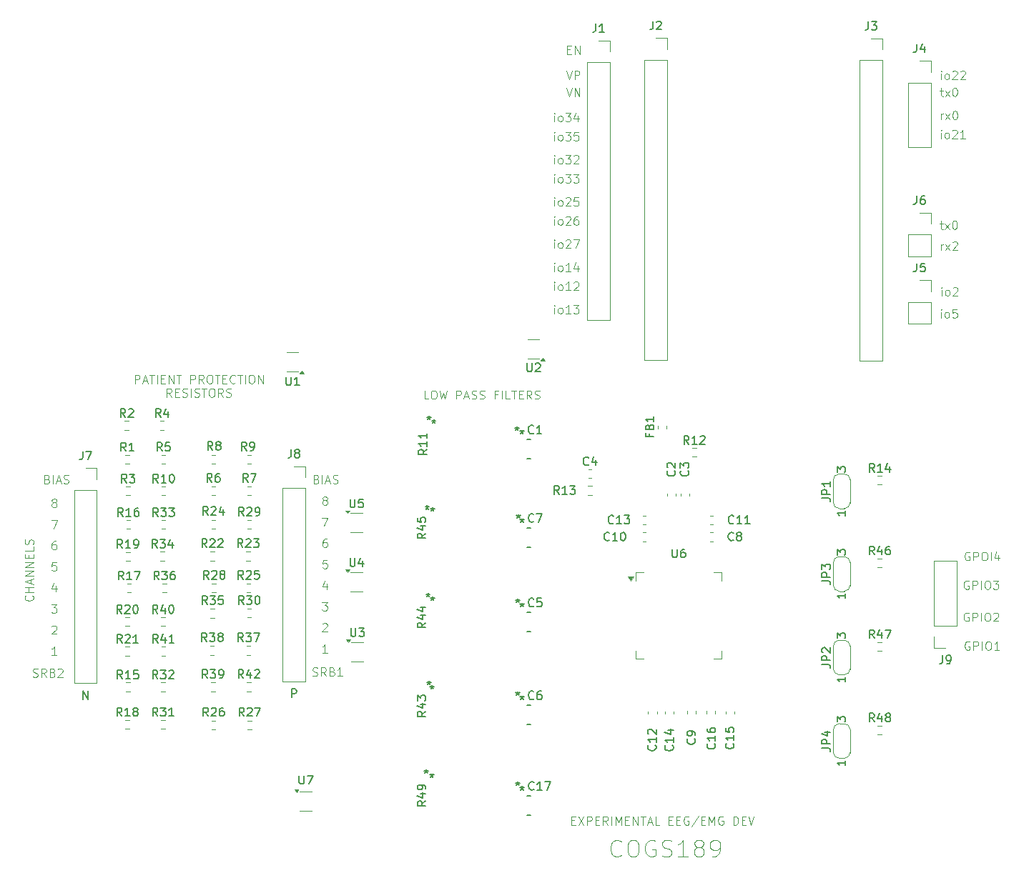
<source format=gbr>
%TF.GenerationSoftware,KiCad,Pcbnew,8.0.5*%
%TF.CreationDate,2025-02-22T12:03:58-08:00*%
%TF.ProjectId,eegw:ads1299,65656777-3a61-4647-9331-3239392e6b69,rev?*%
%TF.SameCoordinates,Original*%
%TF.FileFunction,Legend,Top*%
%TF.FilePolarity,Positive*%
%FSLAX46Y46*%
G04 Gerber Fmt 4.6, Leading zero omitted, Abs format (unit mm)*
G04 Created by KiCad (PCBNEW 8.0.5) date 2025-02-22 12:03:58*
%MOMM*%
%LPD*%
G01*
G04 APERTURE LIST*
%ADD10C,0.100000*%
%ADD11C,0.150000*%
%ADD12C,0.120000*%
%ADD13C,0.152400*%
G04 APERTURE END LIST*
D10*
X122560074Y-100412419D02*
X122083884Y-100412419D01*
X122083884Y-100412419D02*
X122083884Y-99412419D01*
X123083884Y-99412419D02*
X123274360Y-99412419D01*
X123274360Y-99412419D02*
X123369598Y-99460038D01*
X123369598Y-99460038D02*
X123464836Y-99555276D01*
X123464836Y-99555276D02*
X123512455Y-99745752D01*
X123512455Y-99745752D02*
X123512455Y-100079085D01*
X123512455Y-100079085D02*
X123464836Y-100269561D01*
X123464836Y-100269561D02*
X123369598Y-100364800D01*
X123369598Y-100364800D02*
X123274360Y-100412419D01*
X123274360Y-100412419D02*
X123083884Y-100412419D01*
X123083884Y-100412419D02*
X122988646Y-100364800D01*
X122988646Y-100364800D02*
X122893408Y-100269561D01*
X122893408Y-100269561D02*
X122845789Y-100079085D01*
X122845789Y-100079085D02*
X122845789Y-99745752D01*
X122845789Y-99745752D02*
X122893408Y-99555276D01*
X122893408Y-99555276D02*
X122988646Y-99460038D01*
X122988646Y-99460038D02*
X123083884Y-99412419D01*
X123845789Y-99412419D02*
X124083884Y-100412419D01*
X124083884Y-100412419D02*
X124274360Y-99698133D01*
X124274360Y-99698133D02*
X124464836Y-100412419D01*
X124464836Y-100412419D02*
X124702932Y-99412419D01*
X125845789Y-100412419D02*
X125845789Y-99412419D01*
X125845789Y-99412419D02*
X126226741Y-99412419D01*
X126226741Y-99412419D02*
X126321979Y-99460038D01*
X126321979Y-99460038D02*
X126369598Y-99507657D01*
X126369598Y-99507657D02*
X126417217Y-99602895D01*
X126417217Y-99602895D02*
X126417217Y-99745752D01*
X126417217Y-99745752D02*
X126369598Y-99840990D01*
X126369598Y-99840990D02*
X126321979Y-99888609D01*
X126321979Y-99888609D02*
X126226741Y-99936228D01*
X126226741Y-99936228D02*
X125845789Y-99936228D01*
X126798170Y-100126704D02*
X127274360Y-100126704D01*
X126702932Y-100412419D02*
X127036265Y-99412419D01*
X127036265Y-99412419D02*
X127369598Y-100412419D01*
X127655313Y-100364800D02*
X127798170Y-100412419D01*
X127798170Y-100412419D02*
X128036265Y-100412419D01*
X128036265Y-100412419D02*
X128131503Y-100364800D01*
X128131503Y-100364800D02*
X128179122Y-100317180D01*
X128179122Y-100317180D02*
X128226741Y-100221942D01*
X128226741Y-100221942D02*
X128226741Y-100126704D01*
X128226741Y-100126704D02*
X128179122Y-100031466D01*
X128179122Y-100031466D02*
X128131503Y-99983847D01*
X128131503Y-99983847D02*
X128036265Y-99936228D01*
X128036265Y-99936228D02*
X127845789Y-99888609D01*
X127845789Y-99888609D02*
X127750551Y-99840990D01*
X127750551Y-99840990D02*
X127702932Y-99793371D01*
X127702932Y-99793371D02*
X127655313Y-99698133D01*
X127655313Y-99698133D02*
X127655313Y-99602895D01*
X127655313Y-99602895D02*
X127702932Y-99507657D01*
X127702932Y-99507657D02*
X127750551Y-99460038D01*
X127750551Y-99460038D02*
X127845789Y-99412419D01*
X127845789Y-99412419D02*
X128083884Y-99412419D01*
X128083884Y-99412419D02*
X128226741Y-99460038D01*
X128607694Y-100364800D02*
X128750551Y-100412419D01*
X128750551Y-100412419D02*
X128988646Y-100412419D01*
X128988646Y-100412419D02*
X129083884Y-100364800D01*
X129083884Y-100364800D02*
X129131503Y-100317180D01*
X129131503Y-100317180D02*
X129179122Y-100221942D01*
X129179122Y-100221942D02*
X129179122Y-100126704D01*
X129179122Y-100126704D02*
X129131503Y-100031466D01*
X129131503Y-100031466D02*
X129083884Y-99983847D01*
X129083884Y-99983847D02*
X128988646Y-99936228D01*
X128988646Y-99936228D02*
X128798170Y-99888609D01*
X128798170Y-99888609D02*
X128702932Y-99840990D01*
X128702932Y-99840990D02*
X128655313Y-99793371D01*
X128655313Y-99793371D02*
X128607694Y-99698133D01*
X128607694Y-99698133D02*
X128607694Y-99602895D01*
X128607694Y-99602895D02*
X128655313Y-99507657D01*
X128655313Y-99507657D02*
X128702932Y-99460038D01*
X128702932Y-99460038D02*
X128798170Y-99412419D01*
X128798170Y-99412419D02*
X129036265Y-99412419D01*
X129036265Y-99412419D02*
X129179122Y-99460038D01*
X130702932Y-99888609D02*
X130369599Y-99888609D01*
X130369599Y-100412419D02*
X130369599Y-99412419D01*
X130369599Y-99412419D02*
X130845789Y-99412419D01*
X131226742Y-100412419D02*
X131226742Y-99412419D01*
X132179122Y-100412419D02*
X131702932Y-100412419D01*
X131702932Y-100412419D02*
X131702932Y-99412419D01*
X132369599Y-99412419D02*
X132941027Y-99412419D01*
X132655313Y-100412419D02*
X132655313Y-99412419D01*
X133274361Y-99888609D02*
X133607694Y-99888609D01*
X133750551Y-100412419D02*
X133274361Y-100412419D01*
X133274361Y-100412419D02*
X133274361Y-99412419D01*
X133274361Y-99412419D02*
X133750551Y-99412419D01*
X134750551Y-100412419D02*
X134417218Y-99936228D01*
X134179123Y-100412419D02*
X134179123Y-99412419D01*
X134179123Y-99412419D02*
X134560075Y-99412419D01*
X134560075Y-99412419D02*
X134655313Y-99460038D01*
X134655313Y-99460038D02*
X134702932Y-99507657D01*
X134702932Y-99507657D02*
X134750551Y-99602895D01*
X134750551Y-99602895D02*
X134750551Y-99745752D01*
X134750551Y-99745752D02*
X134702932Y-99840990D01*
X134702932Y-99840990D02*
X134655313Y-99888609D01*
X134655313Y-99888609D02*
X134560075Y-99936228D01*
X134560075Y-99936228D02*
X134179123Y-99936228D01*
X135131504Y-100364800D02*
X135274361Y-100412419D01*
X135274361Y-100412419D02*
X135512456Y-100412419D01*
X135512456Y-100412419D02*
X135607694Y-100364800D01*
X135607694Y-100364800D02*
X135655313Y-100317180D01*
X135655313Y-100317180D02*
X135702932Y-100221942D01*
X135702932Y-100221942D02*
X135702932Y-100126704D01*
X135702932Y-100126704D02*
X135655313Y-100031466D01*
X135655313Y-100031466D02*
X135607694Y-99983847D01*
X135607694Y-99983847D02*
X135512456Y-99936228D01*
X135512456Y-99936228D02*
X135321980Y-99888609D01*
X135321980Y-99888609D02*
X135226742Y-99840990D01*
X135226742Y-99840990D02*
X135179123Y-99793371D01*
X135179123Y-99793371D02*
X135131504Y-99698133D01*
X135131504Y-99698133D02*
X135131504Y-99602895D01*
X135131504Y-99602895D02*
X135179123Y-99507657D01*
X135179123Y-99507657D02*
X135226742Y-99460038D01*
X135226742Y-99460038D02*
X135321980Y-99412419D01*
X135321980Y-99412419D02*
X135560075Y-99412419D01*
X135560075Y-99412419D02*
X135702932Y-99460038D01*
X87793884Y-98562475D02*
X87793884Y-97562475D01*
X87793884Y-97562475D02*
X88174836Y-97562475D01*
X88174836Y-97562475D02*
X88270074Y-97610094D01*
X88270074Y-97610094D02*
X88317693Y-97657713D01*
X88317693Y-97657713D02*
X88365312Y-97752951D01*
X88365312Y-97752951D02*
X88365312Y-97895808D01*
X88365312Y-97895808D02*
X88317693Y-97991046D01*
X88317693Y-97991046D02*
X88270074Y-98038665D01*
X88270074Y-98038665D02*
X88174836Y-98086284D01*
X88174836Y-98086284D02*
X87793884Y-98086284D01*
X88746265Y-98276760D02*
X89222455Y-98276760D01*
X88651027Y-98562475D02*
X88984360Y-97562475D01*
X88984360Y-97562475D02*
X89317693Y-98562475D01*
X89508170Y-97562475D02*
X90079598Y-97562475D01*
X89793884Y-98562475D02*
X89793884Y-97562475D01*
X90412932Y-98562475D02*
X90412932Y-97562475D01*
X90889122Y-98038665D02*
X91222455Y-98038665D01*
X91365312Y-98562475D02*
X90889122Y-98562475D01*
X90889122Y-98562475D02*
X90889122Y-97562475D01*
X90889122Y-97562475D02*
X91365312Y-97562475D01*
X91793884Y-98562475D02*
X91793884Y-97562475D01*
X91793884Y-97562475D02*
X92365312Y-98562475D01*
X92365312Y-98562475D02*
X92365312Y-97562475D01*
X92698646Y-97562475D02*
X93270074Y-97562475D01*
X92984360Y-98562475D02*
X92984360Y-97562475D01*
X94365313Y-98562475D02*
X94365313Y-97562475D01*
X94365313Y-97562475D02*
X94746265Y-97562475D01*
X94746265Y-97562475D02*
X94841503Y-97610094D01*
X94841503Y-97610094D02*
X94889122Y-97657713D01*
X94889122Y-97657713D02*
X94936741Y-97752951D01*
X94936741Y-97752951D02*
X94936741Y-97895808D01*
X94936741Y-97895808D02*
X94889122Y-97991046D01*
X94889122Y-97991046D02*
X94841503Y-98038665D01*
X94841503Y-98038665D02*
X94746265Y-98086284D01*
X94746265Y-98086284D02*
X94365313Y-98086284D01*
X95936741Y-98562475D02*
X95603408Y-98086284D01*
X95365313Y-98562475D02*
X95365313Y-97562475D01*
X95365313Y-97562475D02*
X95746265Y-97562475D01*
X95746265Y-97562475D02*
X95841503Y-97610094D01*
X95841503Y-97610094D02*
X95889122Y-97657713D01*
X95889122Y-97657713D02*
X95936741Y-97752951D01*
X95936741Y-97752951D02*
X95936741Y-97895808D01*
X95936741Y-97895808D02*
X95889122Y-97991046D01*
X95889122Y-97991046D02*
X95841503Y-98038665D01*
X95841503Y-98038665D02*
X95746265Y-98086284D01*
X95746265Y-98086284D02*
X95365313Y-98086284D01*
X96555789Y-97562475D02*
X96746265Y-97562475D01*
X96746265Y-97562475D02*
X96841503Y-97610094D01*
X96841503Y-97610094D02*
X96936741Y-97705332D01*
X96936741Y-97705332D02*
X96984360Y-97895808D01*
X96984360Y-97895808D02*
X96984360Y-98229141D01*
X96984360Y-98229141D02*
X96936741Y-98419617D01*
X96936741Y-98419617D02*
X96841503Y-98514856D01*
X96841503Y-98514856D02*
X96746265Y-98562475D01*
X96746265Y-98562475D02*
X96555789Y-98562475D01*
X96555789Y-98562475D02*
X96460551Y-98514856D01*
X96460551Y-98514856D02*
X96365313Y-98419617D01*
X96365313Y-98419617D02*
X96317694Y-98229141D01*
X96317694Y-98229141D02*
X96317694Y-97895808D01*
X96317694Y-97895808D02*
X96365313Y-97705332D01*
X96365313Y-97705332D02*
X96460551Y-97610094D01*
X96460551Y-97610094D02*
X96555789Y-97562475D01*
X97270075Y-97562475D02*
X97841503Y-97562475D01*
X97555789Y-98562475D02*
X97555789Y-97562475D01*
X98174837Y-98038665D02*
X98508170Y-98038665D01*
X98651027Y-98562475D02*
X98174837Y-98562475D01*
X98174837Y-98562475D02*
X98174837Y-97562475D01*
X98174837Y-97562475D02*
X98651027Y-97562475D01*
X99651027Y-98467236D02*
X99603408Y-98514856D01*
X99603408Y-98514856D02*
X99460551Y-98562475D01*
X99460551Y-98562475D02*
X99365313Y-98562475D01*
X99365313Y-98562475D02*
X99222456Y-98514856D01*
X99222456Y-98514856D02*
X99127218Y-98419617D01*
X99127218Y-98419617D02*
X99079599Y-98324379D01*
X99079599Y-98324379D02*
X99031980Y-98133903D01*
X99031980Y-98133903D02*
X99031980Y-97991046D01*
X99031980Y-97991046D02*
X99079599Y-97800570D01*
X99079599Y-97800570D02*
X99127218Y-97705332D01*
X99127218Y-97705332D02*
X99222456Y-97610094D01*
X99222456Y-97610094D02*
X99365313Y-97562475D01*
X99365313Y-97562475D02*
X99460551Y-97562475D01*
X99460551Y-97562475D02*
X99603408Y-97610094D01*
X99603408Y-97610094D02*
X99651027Y-97657713D01*
X99936742Y-97562475D02*
X100508170Y-97562475D01*
X100222456Y-98562475D02*
X100222456Y-97562475D01*
X100841504Y-98562475D02*
X100841504Y-97562475D01*
X101508170Y-97562475D02*
X101698646Y-97562475D01*
X101698646Y-97562475D02*
X101793884Y-97610094D01*
X101793884Y-97610094D02*
X101889122Y-97705332D01*
X101889122Y-97705332D02*
X101936741Y-97895808D01*
X101936741Y-97895808D02*
X101936741Y-98229141D01*
X101936741Y-98229141D02*
X101889122Y-98419617D01*
X101889122Y-98419617D02*
X101793884Y-98514856D01*
X101793884Y-98514856D02*
X101698646Y-98562475D01*
X101698646Y-98562475D02*
X101508170Y-98562475D01*
X101508170Y-98562475D02*
X101412932Y-98514856D01*
X101412932Y-98514856D02*
X101317694Y-98419617D01*
X101317694Y-98419617D02*
X101270075Y-98229141D01*
X101270075Y-98229141D02*
X101270075Y-97895808D01*
X101270075Y-97895808D02*
X101317694Y-97705332D01*
X101317694Y-97705332D02*
X101412932Y-97610094D01*
X101412932Y-97610094D02*
X101508170Y-97562475D01*
X102365313Y-98562475D02*
X102365313Y-97562475D01*
X102365313Y-97562475D02*
X102936741Y-98562475D01*
X102936741Y-98562475D02*
X102936741Y-97562475D01*
X92127216Y-100172419D02*
X91793883Y-99696228D01*
X91555788Y-100172419D02*
X91555788Y-99172419D01*
X91555788Y-99172419D02*
X91936740Y-99172419D01*
X91936740Y-99172419D02*
X92031978Y-99220038D01*
X92031978Y-99220038D02*
X92079597Y-99267657D01*
X92079597Y-99267657D02*
X92127216Y-99362895D01*
X92127216Y-99362895D02*
X92127216Y-99505752D01*
X92127216Y-99505752D02*
X92079597Y-99600990D01*
X92079597Y-99600990D02*
X92031978Y-99648609D01*
X92031978Y-99648609D02*
X91936740Y-99696228D01*
X91936740Y-99696228D02*
X91555788Y-99696228D01*
X92555788Y-99648609D02*
X92889121Y-99648609D01*
X93031978Y-100172419D02*
X92555788Y-100172419D01*
X92555788Y-100172419D02*
X92555788Y-99172419D01*
X92555788Y-99172419D02*
X93031978Y-99172419D01*
X93412931Y-100124800D02*
X93555788Y-100172419D01*
X93555788Y-100172419D02*
X93793883Y-100172419D01*
X93793883Y-100172419D02*
X93889121Y-100124800D01*
X93889121Y-100124800D02*
X93936740Y-100077180D01*
X93936740Y-100077180D02*
X93984359Y-99981942D01*
X93984359Y-99981942D02*
X93984359Y-99886704D01*
X93984359Y-99886704D02*
X93936740Y-99791466D01*
X93936740Y-99791466D02*
X93889121Y-99743847D01*
X93889121Y-99743847D02*
X93793883Y-99696228D01*
X93793883Y-99696228D02*
X93603407Y-99648609D01*
X93603407Y-99648609D02*
X93508169Y-99600990D01*
X93508169Y-99600990D02*
X93460550Y-99553371D01*
X93460550Y-99553371D02*
X93412931Y-99458133D01*
X93412931Y-99458133D02*
X93412931Y-99362895D01*
X93412931Y-99362895D02*
X93460550Y-99267657D01*
X93460550Y-99267657D02*
X93508169Y-99220038D01*
X93508169Y-99220038D02*
X93603407Y-99172419D01*
X93603407Y-99172419D02*
X93841502Y-99172419D01*
X93841502Y-99172419D02*
X93984359Y-99220038D01*
X94412931Y-100172419D02*
X94412931Y-99172419D01*
X94841502Y-100124800D02*
X94984359Y-100172419D01*
X94984359Y-100172419D02*
X95222454Y-100172419D01*
X95222454Y-100172419D02*
X95317692Y-100124800D01*
X95317692Y-100124800D02*
X95365311Y-100077180D01*
X95365311Y-100077180D02*
X95412930Y-99981942D01*
X95412930Y-99981942D02*
X95412930Y-99886704D01*
X95412930Y-99886704D02*
X95365311Y-99791466D01*
X95365311Y-99791466D02*
X95317692Y-99743847D01*
X95317692Y-99743847D02*
X95222454Y-99696228D01*
X95222454Y-99696228D02*
X95031978Y-99648609D01*
X95031978Y-99648609D02*
X94936740Y-99600990D01*
X94936740Y-99600990D02*
X94889121Y-99553371D01*
X94889121Y-99553371D02*
X94841502Y-99458133D01*
X94841502Y-99458133D02*
X94841502Y-99362895D01*
X94841502Y-99362895D02*
X94889121Y-99267657D01*
X94889121Y-99267657D02*
X94936740Y-99220038D01*
X94936740Y-99220038D02*
X95031978Y-99172419D01*
X95031978Y-99172419D02*
X95270073Y-99172419D01*
X95270073Y-99172419D02*
X95412930Y-99220038D01*
X95698645Y-99172419D02*
X96270073Y-99172419D01*
X95984359Y-100172419D02*
X95984359Y-99172419D01*
X96793883Y-99172419D02*
X96984359Y-99172419D01*
X96984359Y-99172419D02*
X97079597Y-99220038D01*
X97079597Y-99220038D02*
X97174835Y-99315276D01*
X97174835Y-99315276D02*
X97222454Y-99505752D01*
X97222454Y-99505752D02*
X97222454Y-99839085D01*
X97222454Y-99839085D02*
X97174835Y-100029561D01*
X97174835Y-100029561D02*
X97079597Y-100124800D01*
X97079597Y-100124800D02*
X96984359Y-100172419D01*
X96984359Y-100172419D02*
X96793883Y-100172419D01*
X96793883Y-100172419D02*
X96698645Y-100124800D01*
X96698645Y-100124800D02*
X96603407Y-100029561D01*
X96603407Y-100029561D02*
X96555788Y-99839085D01*
X96555788Y-99839085D02*
X96555788Y-99505752D01*
X96555788Y-99505752D02*
X96603407Y-99315276D01*
X96603407Y-99315276D02*
X96698645Y-99220038D01*
X96698645Y-99220038D02*
X96793883Y-99172419D01*
X98222454Y-100172419D02*
X97889121Y-99696228D01*
X97651026Y-100172419D02*
X97651026Y-99172419D01*
X97651026Y-99172419D02*
X98031978Y-99172419D01*
X98031978Y-99172419D02*
X98127216Y-99220038D01*
X98127216Y-99220038D02*
X98174835Y-99267657D01*
X98174835Y-99267657D02*
X98222454Y-99362895D01*
X98222454Y-99362895D02*
X98222454Y-99505752D01*
X98222454Y-99505752D02*
X98174835Y-99600990D01*
X98174835Y-99600990D02*
X98127216Y-99648609D01*
X98127216Y-99648609D02*
X98031978Y-99696228D01*
X98031978Y-99696228D02*
X97651026Y-99696228D01*
X98603407Y-100124800D02*
X98746264Y-100172419D01*
X98746264Y-100172419D02*
X98984359Y-100172419D01*
X98984359Y-100172419D02*
X99079597Y-100124800D01*
X99079597Y-100124800D02*
X99127216Y-100077180D01*
X99127216Y-100077180D02*
X99174835Y-99981942D01*
X99174835Y-99981942D02*
X99174835Y-99886704D01*
X99174835Y-99886704D02*
X99127216Y-99791466D01*
X99127216Y-99791466D02*
X99079597Y-99743847D01*
X99079597Y-99743847D02*
X98984359Y-99696228D01*
X98984359Y-99696228D02*
X98793883Y-99648609D01*
X98793883Y-99648609D02*
X98698645Y-99600990D01*
X98698645Y-99600990D02*
X98651026Y-99553371D01*
X98651026Y-99553371D02*
X98603407Y-99458133D01*
X98603407Y-99458133D02*
X98603407Y-99362895D01*
X98603407Y-99362895D02*
X98651026Y-99267657D01*
X98651026Y-99267657D02*
X98698645Y-99220038D01*
X98698645Y-99220038D02*
X98793883Y-99172419D01*
X98793883Y-99172419D02*
X99031978Y-99172419D01*
X99031978Y-99172419D02*
X99174835Y-99220038D01*
X110186741Y-112420990D02*
X110091503Y-112373371D01*
X110091503Y-112373371D02*
X110043884Y-112325752D01*
X110043884Y-112325752D02*
X109996265Y-112230514D01*
X109996265Y-112230514D02*
X109996265Y-112182895D01*
X109996265Y-112182895D02*
X110043884Y-112087657D01*
X110043884Y-112087657D02*
X110091503Y-112040038D01*
X110091503Y-112040038D02*
X110186741Y-111992419D01*
X110186741Y-111992419D02*
X110377217Y-111992419D01*
X110377217Y-111992419D02*
X110472455Y-112040038D01*
X110472455Y-112040038D02*
X110520074Y-112087657D01*
X110520074Y-112087657D02*
X110567693Y-112182895D01*
X110567693Y-112182895D02*
X110567693Y-112230514D01*
X110567693Y-112230514D02*
X110520074Y-112325752D01*
X110520074Y-112325752D02*
X110472455Y-112373371D01*
X110472455Y-112373371D02*
X110377217Y-112420990D01*
X110377217Y-112420990D02*
X110186741Y-112420990D01*
X110186741Y-112420990D02*
X110091503Y-112468609D01*
X110091503Y-112468609D02*
X110043884Y-112516228D01*
X110043884Y-112516228D02*
X109996265Y-112611466D01*
X109996265Y-112611466D02*
X109996265Y-112801942D01*
X109996265Y-112801942D02*
X110043884Y-112897180D01*
X110043884Y-112897180D02*
X110091503Y-112944800D01*
X110091503Y-112944800D02*
X110186741Y-112992419D01*
X110186741Y-112992419D02*
X110377217Y-112992419D01*
X110377217Y-112992419D02*
X110472455Y-112944800D01*
X110472455Y-112944800D02*
X110520074Y-112897180D01*
X110520074Y-112897180D02*
X110567693Y-112801942D01*
X110567693Y-112801942D02*
X110567693Y-112611466D01*
X110567693Y-112611466D02*
X110520074Y-112516228D01*
X110520074Y-112516228D02*
X110472455Y-112468609D01*
X110472455Y-112468609D02*
X110377217Y-112420990D01*
X109948646Y-114492419D02*
X110615312Y-114492419D01*
X110615312Y-114492419D02*
X110186741Y-115492419D01*
X110472455Y-122325752D02*
X110472455Y-122992419D01*
X110234360Y-121944800D02*
X109996265Y-122659085D01*
X109996265Y-122659085D02*
X110615312Y-122659085D01*
X110472455Y-116992419D02*
X110281979Y-116992419D01*
X110281979Y-116992419D02*
X110186741Y-117040038D01*
X110186741Y-117040038D02*
X110139122Y-117087657D01*
X110139122Y-117087657D02*
X110043884Y-117230514D01*
X110043884Y-117230514D02*
X109996265Y-117420990D01*
X109996265Y-117420990D02*
X109996265Y-117801942D01*
X109996265Y-117801942D02*
X110043884Y-117897180D01*
X110043884Y-117897180D02*
X110091503Y-117944800D01*
X110091503Y-117944800D02*
X110186741Y-117992419D01*
X110186741Y-117992419D02*
X110377217Y-117992419D01*
X110377217Y-117992419D02*
X110472455Y-117944800D01*
X110472455Y-117944800D02*
X110520074Y-117897180D01*
X110520074Y-117897180D02*
X110567693Y-117801942D01*
X110567693Y-117801942D02*
X110567693Y-117563847D01*
X110567693Y-117563847D02*
X110520074Y-117468609D01*
X110520074Y-117468609D02*
X110472455Y-117420990D01*
X110472455Y-117420990D02*
X110377217Y-117373371D01*
X110377217Y-117373371D02*
X110186741Y-117373371D01*
X110186741Y-117373371D02*
X110091503Y-117420990D01*
X110091503Y-117420990D02*
X110043884Y-117468609D01*
X110043884Y-117468609D02*
X109996265Y-117563847D01*
X110520074Y-119492419D02*
X110043884Y-119492419D01*
X110043884Y-119492419D02*
X109996265Y-119968609D01*
X109996265Y-119968609D02*
X110043884Y-119920990D01*
X110043884Y-119920990D02*
X110139122Y-119873371D01*
X110139122Y-119873371D02*
X110377217Y-119873371D01*
X110377217Y-119873371D02*
X110472455Y-119920990D01*
X110472455Y-119920990D02*
X110520074Y-119968609D01*
X110520074Y-119968609D02*
X110567693Y-120063847D01*
X110567693Y-120063847D02*
X110567693Y-120301942D01*
X110567693Y-120301942D02*
X110520074Y-120397180D01*
X110520074Y-120397180D02*
X110472455Y-120444800D01*
X110472455Y-120444800D02*
X110377217Y-120492419D01*
X110377217Y-120492419D02*
X110139122Y-120492419D01*
X110139122Y-120492419D02*
X110043884Y-120444800D01*
X110043884Y-120444800D02*
X109996265Y-120397180D01*
X109996265Y-127087657D02*
X110043884Y-127040038D01*
X110043884Y-127040038D02*
X110139122Y-126992419D01*
X110139122Y-126992419D02*
X110377217Y-126992419D01*
X110377217Y-126992419D02*
X110472455Y-127040038D01*
X110472455Y-127040038D02*
X110520074Y-127087657D01*
X110520074Y-127087657D02*
X110567693Y-127182895D01*
X110567693Y-127182895D02*
X110567693Y-127278133D01*
X110567693Y-127278133D02*
X110520074Y-127420990D01*
X110520074Y-127420990D02*
X109948646Y-127992419D01*
X109948646Y-127992419D02*
X110567693Y-127992419D01*
X109287217Y-109908609D02*
X109430074Y-109956228D01*
X109430074Y-109956228D02*
X109477693Y-110003847D01*
X109477693Y-110003847D02*
X109525312Y-110099085D01*
X109525312Y-110099085D02*
X109525312Y-110241942D01*
X109525312Y-110241942D02*
X109477693Y-110337180D01*
X109477693Y-110337180D02*
X109430074Y-110384800D01*
X109430074Y-110384800D02*
X109334836Y-110432419D01*
X109334836Y-110432419D02*
X108953884Y-110432419D01*
X108953884Y-110432419D02*
X108953884Y-109432419D01*
X108953884Y-109432419D02*
X109287217Y-109432419D01*
X109287217Y-109432419D02*
X109382455Y-109480038D01*
X109382455Y-109480038D02*
X109430074Y-109527657D01*
X109430074Y-109527657D02*
X109477693Y-109622895D01*
X109477693Y-109622895D02*
X109477693Y-109718133D01*
X109477693Y-109718133D02*
X109430074Y-109813371D01*
X109430074Y-109813371D02*
X109382455Y-109860990D01*
X109382455Y-109860990D02*
X109287217Y-109908609D01*
X109287217Y-109908609D02*
X108953884Y-109908609D01*
X109953884Y-110432419D02*
X109953884Y-109432419D01*
X110382455Y-110146704D02*
X110858645Y-110146704D01*
X110287217Y-110432419D02*
X110620550Y-109432419D01*
X110620550Y-109432419D02*
X110953883Y-110432419D01*
X111239598Y-110384800D02*
X111382455Y-110432419D01*
X111382455Y-110432419D02*
X111620550Y-110432419D01*
X111620550Y-110432419D02*
X111715788Y-110384800D01*
X111715788Y-110384800D02*
X111763407Y-110337180D01*
X111763407Y-110337180D02*
X111811026Y-110241942D01*
X111811026Y-110241942D02*
X111811026Y-110146704D01*
X111811026Y-110146704D02*
X111763407Y-110051466D01*
X111763407Y-110051466D02*
X111715788Y-110003847D01*
X111715788Y-110003847D02*
X111620550Y-109956228D01*
X111620550Y-109956228D02*
X111430074Y-109908609D01*
X111430074Y-109908609D02*
X111334836Y-109860990D01*
X111334836Y-109860990D02*
X111287217Y-109813371D01*
X111287217Y-109813371D02*
X111239598Y-109718133D01*
X111239598Y-109718133D02*
X111239598Y-109622895D01*
X111239598Y-109622895D02*
X111287217Y-109527657D01*
X111287217Y-109527657D02*
X111334836Y-109480038D01*
X111334836Y-109480038D02*
X111430074Y-109432419D01*
X111430074Y-109432419D02*
X111668169Y-109432419D01*
X111668169Y-109432419D02*
X111811026Y-109480038D01*
X109948646Y-124492419D02*
X110567693Y-124492419D01*
X110567693Y-124492419D02*
X110234360Y-124873371D01*
X110234360Y-124873371D02*
X110377217Y-124873371D01*
X110377217Y-124873371D02*
X110472455Y-124920990D01*
X110472455Y-124920990D02*
X110520074Y-124968609D01*
X110520074Y-124968609D02*
X110567693Y-125063847D01*
X110567693Y-125063847D02*
X110567693Y-125301942D01*
X110567693Y-125301942D02*
X110520074Y-125397180D01*
X110520074Y-125397180D02*
X110472455Y-125444800D01*
X110472455Y-125444800D02*
X110377217Y-125492419D01*
X110377217Y-125492419D02*
X110091503Y-125492419D01*
X110091503Y-125492419D02*
X109996265Y-125444800D01*
X109996265Y-125444800D02*
X109948646Y-125397180D01*
X110567693Y-130492419D02*
X109996265Y-130492419D01*
X110281979Y-130492419D02*
X110281979Y-129492419D01*
X110281979Y-129492419D02*
X110186741Y-129635276D01*
X110186741Y-129635276D02*
X110091503Y-129730514D01*
X110091503Y-129730514D02*
X109996265Y-129778133D01*
X186502693Y-122000038D02*
X186407455Y-121952419D01*
X186407455Y-121952419D02*
X186264598Y-121952419D01*
X186264598Y-121952419D02*
X186121741Y-122000038D01*
X186121741Y-122000038D02*
X186026503Y-122095276D01*
X186026503Y-122095276D02*
X185978884Y-122190514D01*
X185978884Y-122190514D02*
X185931265Y-122380990D01*
X185931265Y-122380990D02*
X185931265Y-122523847D01*
X185931265Y-122523847D02*
X185978884Y-122714323D01*
X185978884Y-122714323D02*
X186026503Y-122809561D01*
X186026503Y-122809561D02*
X186121741Y-122904800D01*
X186121741Y-122904800D02*
X186264598Y-122952419D01*
X186264598Y-122952419D02*
X186359836Y-122952419D01*
X186359836Y-122952419D02*
X186502693Y-122904800D01*
X186502693Y-122904800D02*
X186550312Y-122857180D01*
X186550312Y-122857180D02*
X186550312Y-122523847D01*
X186550312Y-122523847D02*
X186359836Y-122523847D01*
X186978884Y-122952419D02*
X186978884Y-121952419D01*
X186978884Y-121952419D02*
X187359836Y-121952419D01*
X187359836Y-121952419D02*
X187455074Y-122000038D01*
X187455074Y-122000038D02*
X187502693Y-122047657D01*
X187502693Y-122047657D02*
X187550312Y-122142895D01*
X187550312Y-122142895D02*
X187550312Y-122285752D01*
X187550312Y-122285752D02*
X187502693Y-122380990D01*
X187502693Y-122380990D02*
X187455074Y-122428609D01*
X187455074Y-122428609D02*
X187359836Y-122476228D01*
X187359836Y-122476228D02*
X186978884Y-122476228D01*
X187978884Y-122952419D02*
X187978884Y-121952419D01*
X188645550Y-121952419D02*
X188836026Y-121952419D01*
X188836026Y-121952419D02*
X188931264Y-122000038D01*
X188931264Y-122000038D02*
X189026502Y-122095276D01*
X189026502Y-122095276D02*
X189074121Y-122285752D01*
X189074121Y-122285752D02*
X189074121Y-122619085D01*
X189074121Y-122619085D02*
X189026502Y-122809561D01*
X189026502Y-122809561D02*
X188931264Y-122904800D01*
X188931264Y-122904800D02*
X188836026Y-122952419D01*
X188836026Y-122952419D02*
X188645550Y-122952419D01*
X188645550Y-122952419D02*
X188550312Y-122904800D01*
X188550312Y-122904800D02*
X188455074Y-122809561D01*
X188455074Y-122809561D02*
X188407455Y-122619085D01*
X188407455Y-122619085D02*
X188407455Y-122285752D01*
X188407455Y-122285752D02*
X188455074Y-122095276D01*
X188455074Y-122095276D02*
X188550312Y-122000038D01*
X188550312Y-122000038D02*
X188645550Y-121952419D01*
X189407455Y-121952419D02*
X190026502Y-121952419D01*
X190026502Y-121952419D02*
X189693169Y-122333371D01*
X189693169Y-122333371D02*
X189836026Y-122333371D01*
X189836026Y-122333371D02*
X189931264Y-122380990D01*
X189931264Y-122380990D02*
X189978883Y-122428609D01*
X189978883Y-122428609D02*
X190026502Y-122523847D01*
X190026502Y-122523847D02*
X190026502Y-122761942D01*
X190026502Y-122761942D02*
X189978883Y-122857180D01*
X189978883Y-122857180D02*
X189931264Y-122904800D01*
X189931264Y-122904800D02*
X189836026Y-122952419D01*
X189836026Y-122952419D02*
X189550312Y-122952419D01*
X189550312Y-122952419D02*
X189455074Y-122904800D01*
X189455074Y-122904800D02*
X189407455Y-122857180D01*
X137466384Y-74784919D02*
X137466384Y-74118252D01*
X137466384Y-73784919D02*
X137418765Y-73832538D01*
X137418765Y-73832538D02*
X137466384Y-73880157D01*
X137466384Y-73880157D02*
X137514003Y-73832538D01*
X137514003Y-73832538D02*
X137466384Y-73784919D01*
X137466384Y-73784919D02*
X137466384Y-73880157D01*
X138085431Y-74784919D02*
X137990193Y-74737300D01*
X137990193Y-74737300D02*
X137942574Y-74689680D01*
X137942574Y-74689680D02*
X137894955Y-74594442D01*
X137894955Y-74594442D02*
X137894955Y-74308728D01*
X137894955Y-74308728D02*
X137942574Y-74213490D01*
X137942574Y-74213490D02*
X137990193Y-74165871D01*
X137990193Y-74165871D02*
X138085431Y-74118252D01*
X138085431Y-74118252D02*
X138228288Y-74118252D01*
X138228288Y-74118252D02*
X138323526Y-74165871D01*
X138323526Y-74165871D02*
X138371145Y-74213490D01*
X138371145Y-74213490D02*
X138418764Y-74308728D01*
X138418764Y-74308728D02*
X138418764Y-74594442D01*
X138418764Y-74594442D02*
X138371145Y-74689680D01*
X138371145Y-74689680D02*
X138323526Y-74737300D01*
X138323526Y-74737300D02*
X138228288Y-74784919D01*
X138228288Y-74784919D02*
X138085431Y-74784919D01*
X138752098Y-73784919D02*
X139371145Y-73784919D01*
X139371145Y-73784919D02*
X139037812Y-74165871D01*
X139037812Y-74165871D02*
X139180669Y-74165871D01*
X139180669Y-74165871D02*
X139275907Y-74213490D01*
X139275907Y-74213490D02*
X139323526Y-74261109D01*
X139323526Y-74261109D02*
X139371145Y-74356347D01*
X139371145Y-74356347D02*
X139371145Y-74594442D01*
X139371145Y-74594442D02*
X139323526Y-74689680D01*
X139323526Y-74689680D02*
X139275907Y-74737300D01*
X139275907Y-74737300D02*
X139180669Y-74784919D01*
X139180669Y-74784919D02*
X138894955Y-74784919D01*
X138894955Y-74784919D02*
X138799717Y-74737300D01*
X138799717Y-74737300D02*
X138752098Y-74689680D01*
X139704479Y-73784919D02*
X140323526Y-73784919D01*
X140323526Y-73784919D02*
X139990193Y-74165871D01*
X139990193Y-74165871D02*
X140133050Y-74165871D01*
X140133050Y-74165871D02*
X140228288Y-74213490D01*
X140228288Y-74213490D02*
X140275907Y-74261109D01*
X140275907Y-74261109D02*
X140323526Y-74356347D01*
X140323526Y-74356347D02*
X140323526Y-74594442D01*
X140323526Y-74594442D02*
X140275907Y-74689680D01*
X140275907Y-74689680D02*
X140228288Y-74737300D01*
X140228288Y-74737300D02*
X140133050Y-74784919D01*
X140133050Y-74784919D02*
X139847336Y-74784919D01*
X139847336Y-74784919D02*
X139752098Y-74737300D01*
X139752098Y-74737300D02*
X139704479Y-74689680D01*
X138848527Y-63534919D02*
X139181860Y-64534919D01*
X139181860Y-64534919D02*
X139515193Y-63534919D01*
X139848527Y-64534919D02*
X139848527Y-63534919D01*
X139848527Y-63534919D02*
X140419955Y-64534919D01*
X140419955Y-64534919D02*
X140419955Y-63534919D01*
X108831265Y-133199800D02*
X108974122Y-133247419D01*
X108974122Y-133247419D02*
X109212217Y-133247419D01*
X109212217Y-133247419D02*
X109307455Y-133199800D01*
X109307455Y-133199800D02*
X109355074Y-133152180D01*
X109355074Y-133152180D02*
X109402693Y-133056942D01*
X109402693Y-133056942D02*
X109402693Y-132961704D01*
X109402693Y-132961704D02*
X109355074Y-132866466D01*
X109355074Y-132866466D02*
X109307455Y-132818847D01*
X109307455Y-132818847D02*
X109212217Y-132771228D01*
X109212217Y-132771228D02*
X109021741Y-132723609D01*
X109021741Y-132723609D02*
X108926503Y-132675990D01*
X108926503Y-132675990D02*
X108878884Y-132628371D01*
X108878884Y-132628371D02*
X108831265Y-132533133D01*
X108831265Y-132533133D02*
X108831265Y-132437895D01*
X108831265Y-132437895D02*
X108878884Y-132342657D01*
X108878884Y-132342657D02*
X108926503Y-132295038D01*
X108926503Y-132295038D02*
X109021741Y-132247419D01*
X109021741Y-132247419D02*
X109259836Y-132247419D01*
X109259836Y-132247419D02*
X109402693Y-132295038D01*
X110402693Y-133247419D02*
X110069360Y-132771228D01*
X109831265Y-133247419D02*
X109831265Y-132247419D01*
X109831265Y-132247419D02*
X110212217Y-132247419D01*
X110212217Y-132247419D02*
X110307455Y-132295038D01*
X110307455Y-132295038D02*
X110355074Y-132342657D01*
X110355074Y-132342657D02*
X110402693Y-132437895D01*
X110402693Y-132437895D02*
X110402693Y-132580752D01*
X110402693Y-132580752D02*
X110355074Y-132675990D01*
X110355074Y-132675990D02*
X110307455Y-132723609D01*
X110307455Y-132723609D02*
X110212217Y-132771228D01*
X110212217Y-132771228D02*
X109831265Y-132771228D01*
X111164598Y-132723609D02*
X111307455Y-132771228D01*
X111307455Y-132771228D02*
X111355074Y-132818847D01*
X111355074Y-132818847D02*
X111402693Y-132914085D01*
X111402693Y-132914085D02*
X111402693Y-133056942D01*
X111402693Y-133056942D02*
X111355074Y-133152180D01*
X111355074Y-133152180D02*
X111307455Y-133199800D01*
X111307455Y-133199800D02*
X111212217Y-133247419D01*
X111212217Y-133247419D02*
X110831265Y-133247419D01*
X110831265Y-133247419D02*
X110831265Y-132247419D01*
X110831265Y-132247419D02*
X111164598Y-132247419D01*
X111164598Y-132247419D02*
X111259836Y-132295038D01*
X111259836Y-132295038D02*
X111307455Y-132342657D01*
X111307455Y-132342657D02*
X111355074Y-132437895D01*
X111355074Y-132437895D02*
X111355074Y-132533133D01*
X111355074Y-132533133D02*
X111307455Y-132628371D01*
X111307455Y-132628371D02*
X111259836Y-132675990D01*
X111259836Y-132675990D02*
X111164598Y-132723609D01*
X111164598Y-132723609D02*
X110831265Y-132723609D01*
X112355074Y-133247419D02*
X111783646Y-133247419D01*
X112069360Y-133247419D02*
X112069360Y-132247419D01*
X112069360Y-132247419D02*
X111974122Y-132390276D01*
X111974122Y-132390276D02*
X111878884Y-132485514D01*
X111878884Y-132485514D02*
X111783646Y-132533133D01*
X183216384Y-82784919D02*
X183216384Y-82118252D01*
X183216384Y-82308728D02*
X183264003Y-82213490D01*
X183264003Y-82213490D02*
X183311622Y-82165871D01*
X183311622Y-82165871D02*
X183406860Y-82118252D01*
X183406860Y-82118252D02*
X183502098Y-82118252D01*
X183740194Y-82784919D02*
X184264003Y-82118252D01*
X183740194Y-82118252D02*
X184264003Y-82784919D01*
X184597337Y-81880157D02*
X184644956Y-81832538D01*
X184644956Y-81832538D02*
X184740194Y-81784919D01*
X184740194Y-81784919D02*
X184978289Y-81784919D01*
X184978289Y-81784919D02*
X185073527Y-81832538D01*
X185073527Y-81832538D02*
X185121146Y-81880157D01*
X185121146Y-81880157D02*
X185168765Y-81975395D01*
X185168765Y-81975395D02*
X185168765Y-82070633D01*
X185168765Y-82070633D02*
X185121146Y-82213490D01*
X185121146Y-82213490D02*
X184549718Y-82784919D01*
X184549718Y-82784919D02*
X185168765Y-82784919D01*
X78517693Y-130762419D02*
X77946265Y-130762419D01*
X78231979Y-130762419D02*
X78231979Y-129762419D01*
X78231979Y-129762419D02*
X78136741Y-129905276D01*
X78136741Y-129905276D02*
X78041503Y-130000514D01*
X78041503Y-130000514D02*
X77946265Y-130048133D01*
X183098527Y-63868252D02*
X183479479Y-63868252D01*
X183241384Y-63534919D02*
X183241384Y-64392061D01*
X183241384Y-64392061D02*
X183289003Y-64487300D01*
X183289003Y-64487300D02*
X183384241Y-64534919D01*
X183384241Y-64534919D02*
X183479479Y-64534919D01*
X183717575Y-64534919D02*
X184241384Y-63868252D01*
X183717575Y-63868252D02*
X184241384Y-64534919D01*
X184812813Y-63534919D02*
X184908051Y-63534919D01*
X184908051Y-63534919D02*
X185003289Y-63582538D01*
X185003289Y-63582538D02*
X185050908Y-63630157D01*
X185050908Y-63630157D02*
X185098527Y-63725395D01*
X185098527Y-63725395D02*
X185146146Y-63915871D01*
X185146146Y-63915871D02*
X185146146Y-64153966D01*
X185146146Y-64153966D02*
X185098527Y-64344442D01*
X185098527Y-64344442D02*
X185050908Y-64439680D01*
X185050908Y-64439680D02*
X185003289Y-64487300D01*
X185003289Y-64487300D02*
X184908051Y-64534919D01*
X184908051Y-64534919D02*
X184812813Y-64534919D01*
X184812813Y-64534919D02*
X184717575Y-64487300D01*
X184717575Y-64487300D02*
X184669956Y-64439680D01*
X184669956Y-64439680D02*
X184622337Y-64344442D01*
X184622337Y-64344442D02*
X184574718Y-64153966D01*
X184574718Y-64153966D02*
X184574718Y-63915871D01*
X184574718Y-63915871D02*
X184622337Y-63725395D01*
X184622337Y-63725395D02*
X184669956Y-63630157D01*
X184669956Y-63630157D02*
X184717575Y-63582538D01*
X184717575Y-63582538D02*
X184812813Y-63534919D01*
X183216384Y-67284919D02*
X183216384Y-66618252D01*
X183216384Y-66808728D02*
X183264003Y-66713490D01*
X183264003Y-66713490D02*
X183311622Y-66665871D01*
X183311622Y-66665871D02*
X183406860Y-66618252D01*
X183406860Y-66618252D02*
X183502098Y-66618252D01*
X183740194Y-67284919D02*
X184264003Y-66618252D01*
X183740194Y-66618252D02*
X184264003Y-67284919D01*
X184835432Y-66284919D02*
X184930670Y-66284919D01*
X184930670Y-66284919D02*
X185025908Y-66332538D01*
X185025908Y-66332538D02*
X185073527Y-66380157D01*
X185073527Y-66380157D02*
X185121146Y-66475395D01*
X185121146Y-66475395D02*
X185168765Y-66665871D01*
X185168765Y-66665871D02*
X185168765Y-66903966D01*
X185168765Y-66903966D02*
X185121146Y-67094442D01*
X185121146Y-67094442D02*
X185073527Y-67189680D01*
X185073527Y-67189680D02*
X185025908Y-67237300D01*
X185025908Y-67237300D02*
X184930670Y-67284919D01*
X184930670Y-67284919D02*
X184835432Y-67284919D01*
X184835432Y-67284919D02*
X184740194Y-67237300D01*
X184740194Y-67237300D02*
X184692575Y-67189680D01*
X184692575Y-67189680D02*
X184644956Y-67094442D01*
X184644956Y-67094442D02*
X184597337Y-66903966D01*
X184597337Y-66903966D02*
X184597337Y-66665871D01*
X184597337Y-66665871D02*
X184644956Y-66475395D01*
X184644956Y-66475395D02*
X184692575Y-66380157D01*
X184692575Y-66380157D02*
X184740194Y-66332538D01*
X184740194Y-66332538D02*
X184835432Y-66284919D01*
X77898646Y-124762419D02*
X78517693Y-124762419D01*
X78517693Y-124762419D02*
X78184360Y-125143371D01*
X78184360Y-125143371D02*
X78327217Y-125143371D01*
X78327217Y-125143371D02*
X78422455Y-125190990D01*
X78422455Y-125190990D02*
X78470074Y-125238609D01*
X78470074Y-125238609D02*
X78517693Y-125333847D01*
X78517693Y-125333847D02*
X78517693Y-125571942D01*
X78517693Y-125571942D02*
X78470074Y-125667180D01*
X78470074Y-125667180D02*
X78422455Y-125714800D01*
X78422455Y-125714800D02*
X78327217Y-125762419D01*
X78327217Y-125762419D02*
X78041503Y-125762419D01*
X78041503Y-125762419D02*
X77946265Y-125714800D01*
X77946265Y-125714800D02*
X77898646Y-125667180D01*
X77417217Y-109908609D02*
X77560074Y-109956228D01*
X77560074Y-109956228D02*
X77607693Y-110003847D01*
X77607693Y-110003847D02*
X77655312Y-110099085D01*
X77655312Y-110099085D02*
X77655312Y-110241942D01*
X77655312Y-110241942D02*
X77607693Y-110337180D01*
X77607693Y-110337180D02*
X77560074Y-110384800D01*
X77560074Y-110384800D02*
X77464836Y-110432419D01*
X77464836Y-110432419D02*
X77083884Y-110432419D01*
X77083884Y-110432419D02*
X77083884Y-109432419D01*
X77083884Y-109432419D02*
X77417217Y-109432419D01*
X77417217Y-109432419D02*
X77512455Y-109480038D01*
X77512455Y-109480038D02*
X77560074Y-109527657D01*
X77560074Y-109527657D02*
X77607693Y-109622895D01*
X77607693Y-109622895D02*
X77607693Y-109718133D01*
X77607693Y-109718133D02*
X77560074Y-109813371D01*
X77560074Y-109813371D02*
X77512455Y-109860990D01*
X77512455Y-109860990D02*
X77417217Y-109908609D01*
X77417217Y-109908609D02*
X77083884Y-109908609D01*
X78083884Y-110432419D02*
X78083884Y-109432419D01*
X78512455Y-110146704D02*
X78988645Y-110146704D01*
X78417217Y-110432419D02*
X78750550Y-109432419D01*
X78750550Y-109432419D02*
X79083883Y-110432419D01*
X79369598Y-110384800D02*
X79512455Y-110432419D01*
X79512455Y-110432419D02*
X79750550Y-110432419D01*
X79750550Y-110432419D02*
X79845788Y-110384800D01*
X79845788Y-110384800D02*
X79893407Y-110337180D01*
X79893407Y-110337180D02*
X79941026Y-110241942D01*
X79941026Y-110241942D02*
X79941026Y-110146704D01*
X79941026Y-110146704D02*
X79893407Y-110051466D01*
X79893407Y-110051466D02*
X79845788Y-110003847D01*
X79845788Y-110003847D02*
X79750550Y-109956228D01*
X79750550Y-109956228D02*
X79560074Y-109908609D01*
X79560074Y-109908609D02*
X79464836Y-109860990D01*
X79464836Y-109860990D02*
X79417217Y-109813371D01*
X79417217Y-109813371D02*
X79369598Y-109718133D01*
X79369598Y-109718133D02*
X79369598Y-109622895D01*
X79369598Y-109622895D02*
X79417217Y-109527657D01*
X79417217Y-109527657D02*
X79464836Y-109480038D01*
X79464836Y-109480038D02*
X79560074Y-109432419D01*
X79560074Y-109432419D02*
X79798169Y-109432419D01*
X79798169Y-109432419D02*
X79941026Y-109480038D01*
X139466384Y-150361109D02*
X139799717Y-150361109D01*
X139942574Y-150884919D02*
X139466384Y-150884919D01*
X139466384Y-150884919D02*
X139466384Y-149884919D01*
X139466384Y-149884919D02*
X139942574Y-149884919D01*
X140275908Y-149884919D02*
X140942574Y-150884919D01*
X140942574Y-149884919D02*
X140275908Y-150884919D01*
X141323527Y-150884919D02*
X141323527Y-149884919D01*
X141323527Y-149884919D02*
X141704479Y-149884919D01*
X141704479Y-149884919D02*
X141799717Y-149932538D01*
X141799717Y-149932538D02*
X141847336Y-149980157D01*
X141847336Y-149980157D02*
X141894955Y-150075395D01*
X141894955Y-150075395D02*
X141894955Y-150218252D01*
X141894955Y-150218252D02*
X141847336Y-150313490D01*
X141847336Y-150313490D02*
X141799717Y-150361109D01*
X141799717Y-150361109D02*
X141704479Y-150408728D01*
X141704479Y-150408728D02*
X141323527Y-150408728D01*
X142323527Y-150361109D02*
X142656860Y-150361109D01*
X142799717Y-150884919D02*
X142323527Y-150884919D01*
X142323527Y-150884919D02*
X142323527Y-149884919D01*
X142323527Y-149884919D02*
X142799717Y-149884919D01*
X143799717Y-150884919D02*
X143466384Y-150408728D01*
X143228289Y-150884919D02*
X143228289Y-149884919D01*
X143228289Y-149884919D02*
X143609241Y-149884919D01*
X143609241Y-149884919D02*
X143704479Y-149932538D01*
X143704479Y-149932538D02*
X143752098Y-149980157D01*
X143752098Y-149980157D02*
X143799717Y-150075395D01*
X143799717Y-150075395D02*
X143799717Y-150218252D01*
X143799717Y-150218252D02*
X143752098Y-150313490D01*
X143752098Y-150313490D02*
X143704479Y-150361109D01*
X143704479Y-150361109D02*
X143609241Y-150408728D01*
X143609241Y-150408728D02*
X143228289Y-150408728D01*
X144228289Y-150884919D02*
X144228289Y-149884919D01*
X144704479Y-150884919D02*
X144704479Y-149884919D01*
X144704479Y-149884919D02*
X145037812Y-150599204D01*
X145037812Y-150599204D02*
X145371145Y-149884919D01*
X145371145Y-149884919D02*
X145371145Y-150884919D01*
X145847336Y-150361109D02*
X146180669Y-150361109D01*
X146323526Y-150884919D02*
X145847336Y-150884919D01*
X145847336Y-150884919D02*
X145847336Y-149884919D01*
X145847336Y-149884919D02*
X146323526Y-149884919D01*
X146752098Y-150884919D02*
X146752098Y-149884919D01*
X146752098Y-149884919D02*
X147323526Y-150884919D01*
X147323526Y-150884919D02*
X147323526Y-149884919D01*
X147656860Y-149884919D02*
X148228288Y-149884919D01*
X147942574Y-150884919D02*
X147942574Y-149884919D01*
X148514003Y-150599204D02*
X148990193Y-150599204D01*
X148418765Y-150884919D02*
X148752098Y-149884919D01*
X148752098Y-149884919D02*
X149085431Y-150884919D01*
X149894955Y-150884919D02*
X149418765Y-150884919D01*
X149418765Y-150884919D02*
X149418765Y-149884919D01*
X150990194Y-150361109D02*
X151323527Y-150361109D01*
X151466384Y-150884919D02*
X150990194Y-150884919D01*
X150990194Y-150884919D02*
X150990194Y-149884919D01*
X150990194Y-149884919D02*
X151466384Y-149884919D01*
X151894956Y-150361109D02*
X152228289Y-150361109D01*
X152371146Y-150884919D02*
X151894956Y-150884919D01*
X151894956Y-150884919D02*
X151894956Y-149884919D01*
X151894956Y-149884919D02*
X152371146Y-149884919D01*
X153323527Y-149932538D02*
X153228289Y-149884919D01*
X153228289Y-149884919D02*
X153085432Y-149884919D01*
X153085432Y-149884919D02*
X152942575Y-149932538D01*
X152942575Y-149932538D02*
X152847337Y-150027776D01*
X152847337Y-150027776D02*
X152799718Y-150123014D01*
X152799718Y-150123014D02*
X152752099Y-150313490D01*
X152752099Y-150313490D02*
X152752099Y-150456347D01*
X152752099Y-150456347D02*
X152799718Y-150646823D01*
X152799718Y-150646823D02*
X152847337Y-150742061D01*
X152847337Y-150742061D02*
X152942575Y-150837300D01*
X152942575Y-150837300D02*
X153085432Y-150884919D01*
X153085432Y-150884919D02*
X153180670Y-150884919D01*
X153180670Y-150884919D02*
X153323527Y-150837300D01*
X153323527Y-150837300D02*
X153371146Y-150789680D01*
X153371146Y-150789680D02*
X153371146Y-150456347D01*
X153371146Y-150456347D02*
X153180670Y-150456347D01*
X154514003Y-149837300D02*
X153656861Y-151123014D01*
X154847337Y-150361109D02*
X155180670Y-150361109D01*
X155323527Y-150884919D02*
X154847337Y-150884919D01*
X154847337Y-150884919D02*
X154847337Y-149884919D01*
X154847337Y-149884919D02*
X155323527Y-149884919D01*
X155752099Y-150884919D02*
X155752099Y-149884919D01*
X155752099Y-149884919D02*
X156085432Y-150599204D01*
X156085432Y-150599204D02*
X156418765Y-149884919D01*
X156418765Y-149884919D02*
X156418765Y-150884919D01*
X157418765Y-149932538D02*
X157323527Y-149884919D01*
X157323527Y-149884919D02*
X157180670Y-149884919D01*
X157180670Y-149884919D02*
X157037813Y-149932538D01*
X157037813Y-149932538D02*
X156942575Y-150027776D01*
X156942575Y-150027776D02*
X156894956Y-150123014D01*
X156894956Y-150123014D02*
X156847337Y-150313490D01*
X156847337Y-150313490D02*
X156847337Y-150456347D01*
X156847337Y-150456347D02*
X156894956Y-150646823D01*
X156894956Y-150646823D02*
X156942575Y-150742061D01*
X156942575Y-150742061D02*
X157037813Y-150837300D01*
X157037813Y-150837300D02*
X157180670Y-150884919D01*
X157180670Y-150884919D02*
X157275908Y-150884919D01*
X157275908Y-150884919D02*
X157418765Y-150837300D01*
X157418765Y-150837300D02*
X157466384Y-150789680D01*
X157466384Y-150789680D02*
X157466384Y-150456347D01*
X157466384Y-150456347D02*
X157275908Y-150456347D01*
X158656861Y-150884919D02*
X158656861Y-149884919D01*
X158656861Y-149884919D02*
X158894956Y-149884919D01*
X158894956Y-149884919D02*
X159037813Y-149932538D01*
X159037813Y-149932538D02*
X159133051Y-150027776D01*
X159133051Y-150027776D02*
X159180670Y-150123014D01*
X159180670Y-150123014D02*
X159228289Y-150313490D01*
X159228289Y-150313490D02*
X159228289Y-150456347D01*
X159228289Y-150456347D02*
X159180670Y-150646823D01*
X159180670Y-150646823D02*
X159133051Y-150742061D01*
X159133051Y-150742061D02*
X159037813Y-150837300D01*
X159037813Y-150837300D02*
X158894956Y-150884919D01*
X158894956Y-150884919D02*
X158656861Y-150884919D01*
X159656861Y-150361109D02*
X159990194Y-150361109D01*
X160133051Y-150884919D02*
X159656861Y-150884919D01*
X159656861Y-150884919D02*
X159656861Y-149884919D01*
X159656861Y-149884919D02*
X160133051Y-149884919D01*
X160418766Y-149884919D02*
X160752099Y-150884919D01*
X160752099Y-150884919D02*
X161085432Y-149884919D01*
X137466384Y-67534919D02*
X137466384Y-66868252D01*
X137466384Y-66534919D02*
X137418765Y-66582538D01*
X137418765Y-66582538D02*
X137466384Y-66630157D01*
X137466384Y-66630157D02*
X137514003Y-66582538D01*
X137514003Y-66582538D02*
X137466384Y-66534919D01*
X137466384Y-66534919D02*
X137466384Y-66630157D01*
X138085431Y-67534919D02*
X137990193Y-67487300D01*
X137990193Y-67487300D02*
X137942574Y-67439680D01*
X137942574Y-67439680D02*
X137894955Y-67344442D01*
X137894955Y-67344442D02*
X137894955Y-67058728D01*
X137894955Y-67058728D02*
X137942574Y-66963490D01*
X137942574Y-66963490D02*
X137990193Y-66915871D01*
X137990193Y-66915871D02*
X138085431Y-66868252D01*
X138085431Y-66868252D02*
X138228288Y-66868252D01*
X138228288Y-66868252D02*
X138323526Y-66915871D01*
X138323526Y-66915871D02*
X138371145Y-66963490D01*
X138371145Y-66963490D02*
X138418764Y-67058728D01*
X138418764Y-67058728D02*
X138418764Y-67344442D01*
X138418764Y-67344442D02*
X138371145Y-67439680D01*
X138371145Y-67439680D02*
X138323526Y-67487300D01*
X138323526Y-67487300D02*
X138228288Y-67534919D01*
X138228288Y-67534919D02*
X138085431Y-67534919D01*
X138752098Y-66534919D02*
X139371145Y-66534919D01*
X139371145Y-66534919D02*
X139037812Y-66915871D01*
X139037812Y-66915871D02*
X139180669Y-66915871D01*
X139180669Y-66915871D02*
X139275907Y-66963490D01*
X139275907Y-66963490D02*
X139323526Y-67011109D01*
X139323526Y-67011109D02*
X139371145Y-67106347D01*
X139371145Y-67106347D02*
X139371145Y-67344442D01*
X139371145Y-67344442D02*
X139323526Y-67439680D01*
X139323526Y-67439680D02*
X139275907Y-67487300D01*
X139275907Y-67487300D02*
X139180669Y-67534919D01*
X139180669Y-67534919D02*
X138894955Y-67534919D01*
X138894955Y-67534919D02*
X138799717Y-67487300D01*
X138799717Y-67487300D02*
X138752098Y-67439680D01*
X140228288Y-66868252D02*
X140228288Y-67534919D01*
X139990193Y-66487300D02*
X139752098Y-67201585D01*
X139752098Y-67201585D02*
X140371145Y-67201585D01*
X137466384Y-72534919D02*
X137466384Y-71868252D01*
X137466384Y-71534919D02*
X137418765Y-71582538D01*
X137418765Y-71582538D02*
X137466384Y-71630157D01*
X137466384Y-71630157D02*
X137514003Y-71582538D01*
X137514003Y-71582538D02*
X137466384Y-71534919D01*
X137466384Y-71534919D02*
X137466384Y-71630157D01*
X138085431Y-72534919D02*
X137990193Y-72487300D01*
X137990193Y-72487300D02*
X137942574Y-72439680D01*
X137942574Y-72439680D02*
X137894955Y-72344442D01*
X137894955Y-72344442D02*
X137894955Y-72058728D01*
X137894955Y-72058728D02*
X137942574Y-71963490D01*
X137942574Y-71963490D02*
X137990193Y-71915871D01*
X137990193Y-71915871D02*
X138085431Y-71868252D01*
X138085431Y-71868252D02*
X138228288Y-71868252D01*
X138228288Y-71868252D02*
X138323526Y-71915871D01*
X138323526Y-71915871D02*
X138371145Y-71963490D01*
X138371145Y-71963490D02*
X138418764Y-72058728D01*
X138418764Y-72058728D02*
X138418764Y-72344442D01*
X138418764Y-72344442D02*
X138371145Y-72439680D01*
X138371145Y-72439680D02*
X138323526Y-72487300D01*
X138323526Y-72487300D02*
X138228288Y-72534919D01*
X138228288Y-72534919D02*
X138085431Y-72534919D01*
X138752098Y-71534919D02*
X139371145Y-71534919D01*
X139371145Y-71534919D02*
X139037812Y-71915871D01*
X139037812Y-71915871D02*
X139180669Y-71915871D01*
X139180669Y-71915871D02*
X139275907Y-71963490D01*
X139275907Y-71963490D02*
X139323526Y-72011109D01*
X139323526Y-72011109D02*
X139371145Y-72106347D01*
X139371145Y-72106347D02*
X139371145Y-72344442D01*
X139371145Y-72344442D02*
X139323526Y-72439680D01*
X139323526Y-72439680D02*
X139275907Y-72487300D01*
X139275907Y-72487300D02*
X139180669Y-72534919D01*
X139180669Y-72534919D02*
X138894955Y-72534919D01*
X138894955Y-72534919D02*
X138799717Y-72487300D01*
X138799717Y-72487300D02*
X138752098Y-72439680D01*
X139752098Y-71630157D02*
X139799717Y-71582538D01*
X139799717Y-71582538D02*
X139894955Y-71534919D01*
X139894955Y-71534919D02*
X140133050Y-71534919D01*
X140133050Y-71534919D02*
X140228288Y-71582538D01*
X140228288Y-71582538D02*
X140275907Y-71630157D01*
X140275907Y-71630157D02*
X140323526Y-71725395D01*
X140323526Y-71725395D02*
X140323526Y-71820633D01*
X140323526Y-71820633D02*
X140275907Y-71963490D01*
X140275907Y-71963490D02*
X139704479Y-72534919D01*
X139704479Y-72534919D02*
X140323526Y-72534919D01*
X186602693Y-129200038D02*
X186507455Y-129152419D01*
X186507455Y-129152419D02*
X186364598Y-129152419D01*
X186364598Y-129152419D02*
X186221741Y-129200038D01*
X186221741Y-129200038D02*
X186126503Y-129295276D01*
X186126503Y-129295276D02*
X186078884Y-129390514D01*
X186078884Y-129390514D02*
X186031265Y-129580990D01*
X186031265Y-129580990D02*
X186031265Y-129723847D01*
X186031265Y-129723847D02*
X186078884Y-129914323D01*
X186078884Y-129914323D02*
X186126503Y-130009561D01*
X186126503Y-130009561D02*
X186221741Y-130104800D01*
X186221741Y-130104800D02*
X186364598Y-130152419D01*
X186364598Y-130152419D02*
X186459836Y-130152419D01*
X186459836Y-130152419D02*
X186602693Y-130104800D01*
X186602693Y-130104800D02*
X186650312Y-130057180D01*
X186650312Y-130057180D02*
X186650312Y-129723847D01*
X186650312Y-129723847D02*
X186459836Y-129723847D01*
X187078884Y-130152419D02*
X187078884Y-129152419D01*
X187078884Y-129152419D02*
X187459836Y-129152419D01*
X187459836Y-129152419D02*
X187555074Y-129200038D01*
X187555074Y-129200038D02*
X187602693Y-129247657D01*
X187602693Y-129247657D02*
X187650312Y-129342895D01*
X187650312Y-129342895D02*
X187650312Y-129485752D01*
X187650312Y-129485752D02*
X187602693Y-129580990D01*
X187602693Y-129580990D02*
X187555074Y-129628609D01*
X187555074Y-129628609D02*
X187459836Y-129676228D01*
X187459836Y-129676228D02*
X187078884Y-129676228D01*
X188078884Y-130152419D02*
X188078884Y-129152419D01*
X188745550Y-129152419D02*
X188936026Y-129152419D01*
X188936026Y-129152419D02*
X189031264Y-129200038D01*
X189031264Y-129200038D02*
X189126502Y-129295276D01*
X189126502Y-129295276D02*
X189174121Y-129485752D01*
X189174121Y-129485752D02*
X189174121Y-129819085D01*
X189174121Y-129819085D02*
X189126502Y-130009561D01*
X189126502Y-130009561D02*
X189031264Y-130104800D01*
X189031264Y-130104800D02*
X188936026Y-130152419D01*
X188936026Y-130152419D02*
X188745550Y-130152419D01*
X188745550Y-130152419D02*
X188650312Y-130104800D01*
X188650312Y-130104800D02*
X188555074Y-130009561D01*
X188555074Y-130009561D02*
X188507455Y-129819085D01*
X188507455Y-129819085D02*
X188507455Y-129485752D01*
X188507455Y-129485752D02*
X188555074Y-129295276D01*
X188555074Y-129295276D02*
X188650312Y-129200038D01*
X188650312Y-129200038D02*
X188745550Y-129152419D01*
X190126502Y-130152419D02*
X189555074Y-130152419D01*
X189840788Y-130152419D02*
X189840788Y-129152419D01*
X189840788Y-129152419D02*
X189745550Y-129295276D01*
X189745550Y-129295276D02*
X189650312Y-129390514D01*
X189650312Y-129390514D02*
X189555074Y-129438133D01*
X183241384Y-90784919D02*
X183241384Y-90118252D01*
X183241384Y-89784919D02*
X183193765Y-89832538D01*
X183193765Y-89832538D02*
X183241384Y-89880157D01*
X183241384Y-89880157D02*
X183289003Y-89832538D01*
X183289003Y-89832538D02*
X183241384Y-89784919D01*
X183241384Y-89784919D02*
X183241384Y-89880157D01*
X183860431Y-90784919D02*
X183765193Y-90737300D01*
X183765193Y-90737300D02*
X183717574Y-90689680D01*
X183717574Y-90689680D02*
X183669955Y-90594442D01*
X183669955Y-90594442D02*
X183669955Y-90308728D01*
X183669955Y-90308728D02*
X183717574Y-90213490D01*
X183717574Y-90213490D02*
X183765193Y-90165871D01*
X183765193Y-90165871D02*
X183860431Y-90118252D01*
X183860431Y-90118252D02*
X184003288Y-90118252D01*
X184003288Y-90118252D02*
X184098526Y-90165871D01*
X184098526Y-90165871D02*
X184146145Y-90213490D01*
X184146145Y-90213490D02*
X184193764Y-90308728D01*
X184193764Y-90308728D02*
X184193764Y-90594442D01*
X184193764Y-90594442D02*
X184146145Y-90689680D01*
X184146145Y-90689680D02*
X184098526Y-90737300D01*
X184098526Y-90737300D02*
X184003288Y-90784919D01*
X184003288Y-90784919D02*
X183860431Y-90784919D01*
X185098526Y-89784919D02*
X184622336Y-89784919D01*
X184622336Y-89784919D02*
X184574717Y-90261109D01*
X184574717Y-90261109D02*
X184622336Y-90213490D01*
X184622336Y-90213490D02*
X184717574Y-90165871D01*
X184717574Y-90165871D02*
X184955669Y-90165871D01*
X184955669Y-90165871D02*
X185050907Y-90213490D01*
X185050907Y-90213490D02*
X185098526Y-90261109D01*
X185098526Y-90261109D02*
X185146145Y-90356347D01*
X185146145Y-90356347D02*
X185146145Y-90594442D01*
X185146145Y-90594442D02*
X185098526Y-90689680D01*
X185098526Y-90689680D02*
X185050907Y-90737300D01*
X185050907Y-90737300D02*
X184955669Y-90784919D01*
X184955669Y-90784919D02*
X184717574Y-90784919D01*
X184717574Y-90784919D02*
X184622336Y-90737300D01*
X184622336Y-90737300D02*
X184574717Y-90689680D01*
X138991384Y-59011109D02*
X139324717Y-59011109D01*
X139467574Y-59534919D02*
X138991384Y-59534919D01*
X138991384Y-59534919D02*
X138991384Y-58534919D01*
X138991384Y-58534919D02*
X139467574Y-58534919D01*
X139896146Y-59534919D02*
X139896146Y-58534919D01*
X139896146Y-58534919D02*
X140467574Y-59534919D01*
X140467574Y-59534919D02*
X140467574Y-58534919D01*
X77946265Y-127357657D02*
X77993884Y-127310038D01*
X77993884Y-127310038D02*
X78089122Y-127262419D01*
X78089122Y-127262419D02*
X78327217Y-127262419D01*
X78327217Y-127262419D02*
X78422455Y-127310038D01*
X78422455Y-127310038D02*
X78470074Y-127357657D01*
X78470074Y-127357657D02*
X78517693Y-127452895D01*
X78517693Y-127452895D02*
X78517693Y-127548133D01*
X78517693Y-127548133D02*
X78470074Y-127690990D01*
X78470074Y-127690990D02*
X77898646Y-128262419D01*
X77898646Y-128262419D02*
X78517693Y-128262419D01*
X183241384Y-69534919D02*
X183241384Y-68868252D01*
X183241384Y-68534919D02*
X183193765Y-68582538D01*
X183193765Y-68582538D02*
X183241384Y-68630157D01*
X183241384Y-68630157D02*
X183289003Y-68582538D01*
X183289003Y-68582538D02*
X183241384Y-68534919D01*
X183241384Y-68534919D02*
X183241384Y-68630157D01*
X183860431Y-69534919D02*
X183765193Y-69487300D01*
X183765193Y-69487300D02*
X183717574Y-69439680D01*
X183717574Y-69439680D02*
X183669955Y-69344442D01*
X183669955Y-69344442D02*
X183669955Y-69058728D01*
X183669955Y-69058728D02*
X183717574Y-68963490D01*
X183717574Y-68963490D02*
X183765193Y-68915871D01*
X183765193Y-68915871D02*
X183860431Y-68868252D01*
X183860431Y-68868252D02*
X184003288Y-68868252D01*
X184003288Y-68868252D02*
X184098526Y-68915871D01*
X184098526Y-68915871D02*
X184146145Y-68963490D01*
X184146145Y-68963490D02*
X184193764Y-69058728D01*
X184193764Y-69058728D02*
X184193764Y-69344442D01*
X184193764Y-69344442D02*
X184146145Y-69439680D01*
X184146145Y-69439680D02*
X184098526Y-69487300D01*
X184098526Y-69487300D02*
X184003288Y-69534919D01*
X184003288Y-69534919D02*
X183860431Y-69534919D01*
X184574717Y-68630157D02*
X184622336Y-68582538D01*
X184622336Y-68582538D02*
X184717574Y-68534919D01*
X184717574Y-68534919D02*
X184955669Y-68534919D01*
X184955669Y-68534919D02*
X185050907Y-68582538D01*
X185050907Y-68582538D02*
X185098526Y-68630157D01*
X185098526Y-68630157D02*
X185146145Y-68725395D01*
X185146145Y-68725395D02*
X185146145Y-68820633D01*
X185146145Y-68820633D02*
X185098526Y-68963490D01*
X185098526Y-68963490D02*
X184527098Y-69534919D01*
X184527098Y-69534919D02*
X185146145Y-69534919D01*
X186098526Y-69534919D02*
X185527098Y-69534919D01*
X185812812Y-69534919D02*
X185812812Y-68534919D01*
X185812812Y-68534919D02*
X185717574Y-68677776D01*
X185717574Y-68677776D02*
X185622336Y-68773014D01*
X185622336Y-68773014D02*
X185527098Y-68820633D01*
X145347336Y-154472061D02*
X145252098Y-154567300D01*
X145252098Y-154567300D02*
X144966384Y-154662538D01*
X144966384Y-154662538D02*
X144775908Y-154662538D01*
X144775908Y-154662538D02*
X144490193Y-154567300D01*
X144490193Y-154567300D02*
X144299717Y-154376823D01*
X144299717Y-154376823D02*
X144204479Y-154186347D01*
X144204479Y-154186347D02*
X144109241Y-153805395D01*
X144109241Y-153805395D02*
X144109241Y-153519680D01*
X144109241Y-153519680D02*
X144204479Y-153138728D01*
X144204479Y-153138728D02*
X144299717Y-152948252D01*
X144299717Y-152948252D02*
X144490193Y-152757776D01*
X144490193Y-152757776D02*
X144775908Y-152662538D01*
X144775908Y-152662538D02*
X144966384Y-152662538D01*
X144966384Y-152662538D02*
X145252098Y-152757776D01*
X145252098Y-152757776D02*
X145347336Y-152853014D01*
X146585431Y-152662538D02*
X146966384Y-152662538D01*
X146966384Y-152662538D02*
X147156860Y-152757776D01*
X147156860Y-152757776D02*
X147347336Y-152948252D01*
X147347336Y-152948252D02*
X147442574Y-153329204D01*
X147442574Y-153329204D02*
X147442574Y-153995871D01*
X147442574Y-153995871D02*
X147347336Y-154376823D01*
X147347336Y-154376823D02*
X147156860Y-154567300D01*
X147156860Y-154567300D02*
X146966384Y-154662538D01*
X146966384Y-154662538D02*
X146585431Y-154662538D01*
X146585431Y-154662538D02*
X146394955Y-154567300D01*
X146394955Y-154567300D02*
X146204479Y-154376823D01*
X146204479Y-154376823D02*
X146109241Y-153995871D01*
X146109241Y-153995871D02*
X146109241Y-153329204D01*
X146109241Y-153329204D02*
X146204479Y-152948252D01*
X146204479Y-152948252D02*
X146394955Y-152757776D01*
X146394955Y-152757776D02*
X146585431Y-152662538D01*
X149347336Y-152757776D02*
X149156860Y-152662538D01*
X149156860Y-152662538D02*
X148871146Y-152662538D01*
X148871146Y-152662538D02*
X148585431Y-152757776D01*
X148585431Y-152757776D02*
X148394955Y-152948252D01*
X148394955Y-152948252D02*
X148299717Y-153138728D01*
X148299717Y-153138728D02*
X148204479Y-153519680D01*
X148204479Y-153519680D02*
X148204479Y-153805395D01*
X148204479Y-153805395D02*
X148299717Y-154186347D01*
X148299717Y-154186347D02*
X148394955Y-154376823D01*
X148394955Y-154376823D02*
X148585431Y-154567300D01*
X148585431Y-154567300D02*
X148871146Y-154662538D01*
X148871146Y-154662538D02*
X149061622Y-154662538D01*
X149061622Y-154662538D02*
X149347336Y-154567300D01*
X149347336Y-154567300D02*
X149442574Y-154472061D01*
X149442574Y-154472061D02*
X149442574Y-153805395D01*
X149442574Y-153805395D02*
X149061622Y-153805395D01*
X150204479Y-154567300D02*
X150490193Y-154662538D01*
X150490193Y-154662538D02*
X150966384Y-154662538D01*
X150966384Y-154662538D02*
X151156860Y-154567300D01*
X151156860Y-154567300D02*
X151252098Y-154472061D01*
X151252098Y-154472061D02*
X151347336Y-154281585D01*
X151347336Y-154281585D02*
X151347336Y-154091109D01*
X151347336Y-154091109D02*
X151252098Y-153900633D01*
X151252098Y-153900633D02*
X151156860Y-153805395D01*
X151156860Y-153805395D02*
X150966384Y-153710157D01*
X150966384Y-153710157D02*
X150585431Y-153614919D01*
X150585431Y-153614919D02*
X150394955Y-153519680D01*
X150394955Y-153519680D02*
X150299717Y-153424442D01*
X150299717Y-153424442D02*
X150204479Y-153233966D01*
X150204479Y-153233966D02*
X150204479Y-153043490D01*
X150204479Y-153043490D02*
X150299717Y-152853014D01*
X150299717Y-152853014D02*
X150394955Y-152757776D01*
X150394955Y-152757776D02*
X150585431Y-152662538D01*
X150585431Y-152662538D02*
X151061622Y-152662538D01*
X151061622Y-152662538D02*
X151347336Y-152757776D01*
X153252098Y-154662538D02*
X152109241Y-154662538D01*
X152680669Y-154662538D02*
X152680669Y-152662538D01*
X152680669Y-152662538D02*
X152490193Y-152948252D01*
X152490193Y-152948252D02*
X152299717Y-153138728D01*
X152299717Y-153138728D02*
X152109241Y-153233966D01*
X154394955Y-153519680D02*
X154204479Y-153424442D01*
X154204479Y-153424442D02*
X154109241Y-153329204D01*
X154109241Y-153329204D02*
X154014003Y-153138728D01*
X154014003Y-153138728D02*
X154014003Y-153043490D01*
X154014003Y-153043490D02*
X154109241Y-152853014D01*
X154109241Y-152853014D02*
X154204479Y-152757776D01*
X154204479Y-152757776D02*
X154394955Y-152662538D01*
X154394955Y-152662538D02*
X154775908Y-152662538D01*
X154775908Y-152662538D02*
X154966384Y-152757776D01*
X154966384Y-152757776D02*
X155061622Y-152853014D01*
X155061622Y-152853014D02*
X155156860Y-153043490D01*
X155156860Y-153043490D02*
X155156860Y-153138728D01*
X155156860Y-153138728D02*
X155061622Y-153329204D01*
X155061622Y-153329204D02*
X154966384Y-153424442D01*
X154966384Y-153424442D02*
X154775908Y-153519680D01*
X154775908Y-153519680D02*
X154394955Y-153519680D01*
X154394955Y-153519680D02*
X154204479Y-153614919D01*
X154204479Y-153614919D02*
X154109241Y-153710157D01*
X154109241Y-153710157D02*
X154014003Y-153900633D01*
X154014003Y-153900633D02*
X154014003Y-154281585D01*
X154014003Y-154281585D02*
X154109241Y-154472061D01*
X154109241Y-154472061D02*
X154204479Y-154567300D01*
X154204479Y-154567300D02*
X154394955Y-154662538D01*
X154394955Y-154662538D02*
X154775908Y-154662538D01*
X154775908Y-154662538D02*
X154966384Y-154567300D01*
X154966384Y-154567300D02*
X155061622Y-154472061D01*
X155061622Y-154472061D02*
X155156860Y-154281585D01*
X155156860Y-154281585D02*
X155156860Y-153900633D01*
X155156860Y-153900633D02*
X155061622Y-153710157D01*
X155061622Y-153710157D02*
X154966384Y-153614919D01*
X154966384Y-153614919D02*
X154775908Y-153519680D01*
X156109241Y-154662538D02*
X156490193Y-154662538D01*
X156490193Y-154662538D02*
X156680670Y-154567300D01*
X156680670Y-154567300D02*
X156775908Y-154472061D01*
X156775908Y-154472061D02*
X156966384Y-154186347D01*
X156966384Y-154186347D02*
X157061622Y-153805395D01*
X157061622Y-153805395D02*
X157061622Y-153043490D01*
X157061622Y-153043490D02*
X156966384Y-152853014D01*
X156966384Y-152853014D02*
X156871146Y-152757776D01*
X156871146Y-152757776D02*
X156680670Y-152662538D01*
X156680670Y-152662538D02*
X156299717Y-152662538D01*
X156299717Y-152662538D02*
X156109241Y-152757776D01*
X156109241Y-152757776D02*
X156014003Y-152853014D01*
X156014003Y-152853014D02*
X155918765Y-153043490D01*
X155918765Y-153043490D02*
X155918765Y-153519680D01*
X155918765Y-153519680D02*
X156014003Y-153710157D01*
X156014003Y-153710157D02*
X156109241Y-153805395D01*
X156109241Y-153805395D02*
X156299717Y-153900633D01*
X156299717Y-153900633D02*
X156680670Y-153900633D01*
X156680670Y-153900633D02*
X156871146Y-153805395D01*
X156871146Y-153805395D02*
X156966384Y-153710157D01*
X156966384Y-153710157D02*
X157061622Y-153519680D01*
X75706265Y-133324800D02*
X75849122Y-133372419D01*
X75849122Y-133372419D02*
X76087217Y-133372419D01*
X76087217Y-133372419D02*
X76182455Y-133324800D01*
X76182455Y-133324800D02*
X76230074Y-133277180D01*
X76230074Y-133277180D02*
X76277693Y-133181942D01*
X76277693Y-133181942D02*
X76277693Y-133086704D01*
X76277693Y-133086704D02*
X76230074Y-132991466D01*
X76230074Y-132991466D02*
X76182455Y-132943847D01*
X76182455Y-132943847D02*
X76087217Y-132896228D01*
X76087217Y-132896228D02*
X75896741Y-132848609D01*
X75896741Y-132848609D02*
X75801503Y-132800990D01*
X75801503Y-132800990D02*
X75753884Y-132753371D01*
X75753884Y-132753371D02*
X75706265Y-132658133D01*
X75706265Y-132658133D02*
X75706265Y-132562895D01*
X75706265Y-132562895D02*
X75753884Y-132467657D01*
X75753884Y-132467657D02*
X75801503Y-132420038D01*
X75801503Y-132420038D02*
X75896741Y-132372419D01*
X75896741Y-132372419D02*
X76134836Y-132372419D01*
X76134836Y-132372419D02*
X76277693Y-132420038D01*
X77277693Y-133372419D02*
X76944360Y-132896228D01*
X76706265Y-133372419D02*
X76706265Y-132372419D01*
X76706265Y-132372419D02*
X77087217Y-132372419D01*
X77087217Y-132372419D02*
X77182455Y-132420038D01*
X77182455Y-132420038D02*
X77230074Y-132467657D01*
X77230074Y-132467657D02*
X77277693Y-132562895D01*
X77277693Y-132562895D02*
X77277693Y-132705752D01*
X77277693Y-132705752D02*
X77230074Y-132800990D01*
X77230074Y-132800990D02*
X77182455Y-132848609D01*
X77182455Y-132848609D02*
X77087217Y-132896228D01*
X77087217Y-132896228D02*
X76706265Y-132896228D01*
X78039598Y-132848609D02*
X78182455Y-132896228D01*
X78182455Y-132896228D02*
X78230074Y-132943847D01*
X78230074Y-132943847D02*
X78277693Y-133039085D01*
X78277693Y-133039085D02*
X78277693Y-133181942D01*
X78277693Y-133181942D02*
X78230074Y-133277180D01*
X78230074Y-133277180D02*
X78182455Y-133324800D01*
X78182455Y-133324800D02*
X78087217Y-133372419D01*
X78087217Y-133372419D02*
X77706265Y-133372419D01*
X77706265Y-133372419D02*
X77706265Y-132372419D01*
X77706265Y-132372419D02*
X78039598Y-132372419D01*
X78039598Y-132372419D02*
X78134836Y-132420038D01*
X78134836Y-132420038D02*
X78182455Y-132467657D01*
X78182455Y-132467657D02*
X78230074Y-132562895D01*
X78230074Y-132562895D02*
X78230074Y-132658133D01*
X78230074Y-132658133D02*
X78182455Y-132753371D01*
X78182455Y-132753371D02*
X78134836Y-132800990D01*
X78134836Y-132800990D02*
X78039598Y-132848609D01*
X78039598Y-132848609D02*
X77706265Y-132848609D01*
X78658646Y-132467657D02*
X78706265Y-132420038D01*
X78706265Y-132420038D02*
X78801503Y-132372419D01*
X78801503Y-132372419D02*
X79039598Y-132372419D01*
X79039598Y-132372419D02*
X79134836Y-132420038D01*
X79134836Y-132420038D02*
X79182455Y-132467657D01*
X79182455Y-132467657D02*
X79230074Y-132562895D01*
X79230074Y-132562895D02*
X79230074Y-132658133D01*
X79230074Y-132658133D02*
X79182455Y-132800990D01*
X79182455Y-132800990D02*
X78611027Y-133372419D01*
X78611027Y-133372419D02*
X79230074Y-133372419D01*
X137466384Y-69784919D02*
X137466384Y-69118252D01*
X137466384Y-68784919D02*
X137418765Y-68832538D01*
X137418765Y-68832538D02*
X137466384Y-68880157D01*
X137466384Y-68880157D02*
X137514003Y-68832538D01*
X137514003Y-68832538D02*
X137466384Y-68784919D01*
X137466384Y-68784919D02*
X137466384Y-68880157D01*
X138085431Y-69784919D02*
X137990193Y-69737300D01*
X137990193Y-69737300D02*
X137942574Y-69689680D01*
X137942574Y-69689680D02*
X137894955Y-69594442D01*
X137894955Y-69594442D02*
X137894955Y-69308728D01*
X137894955Y-69308728D02*
X137942574Y-69213490D01*
X137942574Y-69213490D02*
X137990193Y-69165871D01*
X137990193Y-69165871D02*
X138085431Y-69118252D01*
X138085431Y-69118252D02*
X138228288Y-69118252D01*
X138228288Y-69118252D02*
X138323526Y-69165871D01*
X138323526Y-69165871D02*
X138371145Y-69213490D01*
X138371145Y-69213490D02*
X138418764Y-69308728D01*
X138418764Y-69308728D02*
X138418764Y-69594442D01*
X138418764Y-69594442D02*
X138371145Y-69689680D01*
X138371145Y-69689680D02*
X138323526Y-69737300D01*
X138323526Y-69737300D02*
X138228288Y-69784919D01*
X138228288Y-69784919D02*
X138085431Y-69784919D01*
X138752098Y-68784919D02*
X139371145Y-68784919D01*
X139371145Y-68784919D02*
X139037812Y-69165871D01*
X139037812Y-69165871D02*
X139180669Y-69165871D01*
X139180669Y-69165871D02*
X139275907Y-69213490D01*
X139275907Y-69213490D02*
X139323526Y-69261109D01*
X139323526Y-69261109D02*
X139371145Y-69356347D01*
X139371145Y-69356347D02*
X139371145Y-69594442D01*
X139371145Y-69594442D02*
X139323526Y-69689680D01*
X139323526Y-69689680D02*
X139275907Y-69737300D01*
X139275907Y-69737300D02*
X139180669Y-69784919D01*
X139180669Y-69784919D02*
X138894955Y-69784919D01*
X138894955Y-69784919D02*
X138799717Y-69737300D01*
X138799717Y-69737300D02*
X138752098Y-69689680D01*
X140275907Y-68784919D02*
X139799717Y-68784919D01*
X139799717Y-68784919D02*
X139752098Y-69261109D01*
X139752098Y-69261109D02*
X139799717Y-69213490D01*
X139799717Y-69213490D02*
X139894955Y-69165871D01*
X139894955Y-69165871D02*
X140133050Y-69165871D01*
X140133050Y-69165871D02*
X140228288Y-69213490D01*
X140228288Y-69213490D02*
X140275907Y-69261109D01*
X140275907Y-69261109D02*
X140323526Y-69356347D01*
X140323526Y-69356347D02*
X140323526Y-69594442D01*
X140323526Y-69594442D02*
X140275907Y-69689680D01*
X140275907Y-69689680D02*
X140228288Y-69737300D01*
X140228288Y-69737300D02*
X140133050Y-69784919D01*
X140133050Y-69784919D02*
X139894955Y-69784919D01*
X139894955Y-69784919D02*
X139799717Y-69737300D01*
X139799717Y-69737300D02*
X139752098Y-69689680D01*
X186502693Y-125800038D02*
X186407455Y-125752419D01*
X186407455Y-125752419D02*
X186264598Y-125752419D01*
X186264598Y-125752419D02*
X186121741Y-125800038D01*
X186121741Y-125800038D02*
X186026503Y-125895276D01*
X186026503Y-125895276D02*
X185978884Y-125990514D01*
X185978884Y-125990514D02*
X185931265Y-126180990D01*
X185931265Y-126180990D02*
X185931265Y-126323847D01*
X185931265Y-126323847D02*
X185978884Y-126514323D01*
X185978884Y-126514323D02*
X186026503Y-126609561D01*
X186026503Y-126609561D02*
X186121741Y-126704800D01*
X186121741Y-126704800D02*
X186264598Y-126752419D01*
X186264598Y-126752419D02*
X186359836Y-126752419D01*
X186359836Y-126752419D02*
X186502693Y-126704800D01*
X186502693Y-126704800D02*
X186550312Y-126657180D01*
X186550312Y-126657180D02*
X186550312Y-126323847D01*
X186550312Y-126323847D02*
X186359836Y-126323847D01*
X186978884Y-126752419D02*
X186978884Y-125752419D01*
X186978884Y-125752419D02*
X187359836Y-125752419D01*
X187359836Y-125752419D02*
X187455074Y-125800038D01*
X187455074Y-125800038D02*
X187502693Y-125847657D01*
X187502693Y-125847657D02*
X187550312Y-125942895D01*
X187550312Y-125942895D02*
X187550312Y-126085752D01*
X187550312Y-126085752D02*
X187502693Y-126180990D01*
X187502693Y-126180990D02*
X187455074Y-126228609D01*
X187455074Y-126228609D02*
X187359836Y-126276228D01*
X187359836Y-126276228D02*
X186978884Y-126276228D01*
X187978884Y-126752419D02*
X187978884Y-125752419D01*
X188645550Y-125752419D02*
X188836026Y-125752419D01*
X188836026Y-125752419D02*
X188931264Y-125800038D01*
X188931264Y-125800038D02*
X189026502Y-125895276D01*
X189026502Y-125895276D02*
X189074121Y-126085752D01*
X189074121Y-126085752D02*
X189074121Y-126419085D01*
X189074121Y-126419085D02*
X189026502Y-126609561D01*
X189026502Y-126609561D02*
X188931264Y-126704800D01*
X188931264Y-126704800D02*
X188836026Y-126752419D01*
X188836026Y-126752419D02*
X188645550Y-126752419D01*
X188645550Y-126752419D02*
X188550312Y-126704800D01*
X188550312Y-126704800D02*
X188455074Y-126609561D01*
X188455074Y-126609561D02*
X188407455Y-126419085D01*
X188407455Y-126419085D02*
X188407455Y-126085752D01*
X188407455Y-126085752D02*
X188455074Y-125895276D01*
X188455074Y-125895276D02*
X188550312Y-125800038D01*
X188550312Y-125800038D02*
X188645550Y-125752419D01*
X189455074Y-125847657D02*
X189502693Y-125800038D01*
X189502693Y-125800038D02*
X189597931Y-125752419D01*
X189597931Y-125752419D02*
X189836026Y-125752419D01*
X189836026Y-125752419D02*
X189931264Y-125800038D01*
X189931264Y-125800038D02*
X189978883Y-125847657D01*
X189978883Y-125847657D02*
X190026502Y-125942895D01*
X190026502Y-125942895D02*
X190026502Y-126038133D01*
X190026502Y-126038133D02*
X189978883Y-126180990D01*
X189978883Y-126180990D02*
X189407455Y-126752419D01*
X189407455Y-126752419D02*
X190026502Y-126752419D01*
X183241384Y-62534919D02*
X183241384Y-61868252D01*
X183241384Y-61534919D02*
X183193765Y-61582538D01*
X183193765Y-61582538D02*
X183241384Y-61630157D01*
X183241384Y-61630157D02*
X183289003Y-61582538D01*
X183289003Y-61582538D02*
X183241384Y-61534919D01*
X183241384Y-61534919D02*
X183241384Y-61630157D01*
X183860431Y-62534919D02*
X183765193Y-62487300D01*
X183765193Y-62487300D02*
X183717574Y-62439680D01*
X183717574Y-62439680D02*
X183669955Y-62344442D01*
X183669955Y-62344442D02*
X183669955Y-62058728D01*
X183669955Y-62058728D02*
X183717574Y-61963490D01*
X183717574Y-61963490D02*
X183765193Y-61915871D01*
X183765193Y-61915871D02*
X183860431Y-61868252D01*
X183860431Y-61868252D02*
X184003288Y-61868252D01*
X184003288Y-61868252D02*
X184098526Y-61915871D01*
X184098526Y-61915871D02*
X184146145Y-61963490D01*
X184146145Y-61963490D02*
X184193764Y-62058728D01*
X184193764Y-62058728D02*
X184193764Y-62344442D01*
X184193764Y-62344442D02*
X184146145Y-62439680D01*
X184146145Y-62439680D02*
X184098526Y-62487300D01*
X184098526Y-62487300D02*
X184003288Y-62534919D01*
X184003288Y-62534919D02*
X183860431Y-62534919D01*
X184574717Y-61630157D02*
X184622336Y-61582538D01*
X184622336Y-61582538D02*
X184717574Y-61534919D01*
X184717574Y-61534919D02*
X184955669Y-61534919D01*
X184955669Y-61534919D02*
X185050907Y-61582538D01*
X185050907Y-61582538D02*
X185098526Y-61630157D01*
X185098526Y-61630157D02*
X185146145Y-61725395D01*
X185146145Y-61725395D02*
X185146145Y-61820633D01*
X185146145Y-61820633D02*
X185098526Y-61963490D01*
X185098526Y-61963490D02*
X184527098Y-62534919D01*
X184527098Y-62534919D02*
X185146145Y-62534919D01*
X185527098Y-61630157D02*
X185574717Y-61582538D01*
X185574717Y-61582538D02*
X185669955Y-61534919D01*
X185669955Y-61534919D02*
X185908050Y-61534919D01*
X185908050Y-61534919D02*
X186003288Y-61582538D01*
X186003288Y-61582538D02*
X186050907Y-61630157D01*
X186050907Y-61630157D02*
X186098526Y-61725395D01*
X186098526Y-61725395D02*
X186098526Y-61820633D01*
X186098526Y-61820633D02*
X186050907Y-61963490D01*
X186050907Y-61963490D02*
X185479479Y-62534919D01*
X185479479Y-62534919D02*
X186098526Y-62534919D01*
X137466384Y-87534919D02*
X137466384Y-86868252D01*
X137466384Y-86534919D02*
X137418765Y-86582538D01*
X137418765Y-86582538D02*
X137466384Y-86630157D01*
X137466384Y-86630157D02*
X137514003Y-86582538D01*
X137514003Y-86582538D02*
X137466384Y-86534919D01*
X137466384Y-86534919D02*
X137466384Y-86630157D01*
X138085431Y-87534919D02*
X137990193Y-87487300D01*
X137990193Y-87487300D02*
X137942574Y-87439680D01*
X137942574Y-87439680D02*
X137894955Y-87344442D01*
X137894955Y-87344442D02*
X137894955Y-87058728D01*
X137894955Y-87058728D02*
X137942574Y-86963490D01*
X137942574Y-86963490D02*
X137990193Y-86915871D01*
X137990193Y-86915871D02*
X138085431Y-86868252D01*
X138085431Y-86868252D02*
X138228288Y-86868252D01*
X138228288Y-86868252D02*
X138323526Y-86915871D01*
X138323526Y-86915871D02*
X138371145Y-86963490D01*
X138371145Y-86963490D02*
X138418764Y-87058728D01*
X138418764Y-87058728D02*
X138418764Y-87344442D01*
X138418764Y-87344442D02*
X138371145Y-87439680D01*
X138371145Y-87439680D02*
X138323526Y-87487300D01*
X138323526Y-87487300D02*
X138228288Y-87534919D01*
X138228288Y-87534919D02*
X138085431Y-87534919D01*
X139371145Y-87534919D02*
X138799717Y-87534919D01*
X139085431Y-87534919D02*
X139085431Y-86534919D01*
X139085431Y-86534919D02*
X138990193Y-86677776D01*
X138990193Y-86677776D02*
X138894955Y-86773014D01*
X138894955Y-86773014D02*
X138799717Y-86820633D01*
X139752098Y-86630157D02*
X139799717Y-86582538D01*
X139799717Y-86582538D02*
X139894955Y-86534919D01*
X139894955Y-86534919D02*
X140133050Y-86534919D01*
X140133050Y-86534919D02*
X140228288Y-86582538D01*
X140228288Y-86582538D02*
X140275907Y-86630157D01*
X140275907Y-86630157D02*
X140323526Y-86725395D01*
X140323526Y-86725395D02*
X140323526Y-86820633D01*
X140323526Y-86820633D02*
X140275907Y-86963490D01*
X140275907Y-86963490D02*
X139704479Y-87534919D01*
X139704479Y-87534919D02*
X140323526Y-87534919D01*
X137466384Y-90284919D02*
X137466384Y-89618252D01*
X137466384Y-89284919D02*
X137418765Y-89332538D01*
X137418765Y-89332538D02*
X137466384Y-89380157D01*
X137466384Y-89380157D02*
X137514003Y-89332538D01*
X137514003Y-89332538D02*
X137466384Y-89284919D01*
X137466384Y-89284919D02*
X137466384Y-89380157D01*
X138085431Y-90284919D02*
X137990193Y-90237300D01*
X137990193Y-90237300D02*
X137942574Y-90189680D01*
X137942574Y-90189680D02*
X137894955Y-90094442D01*
X137894955Y-90094442D02*
X137894955Y-89808728D01*
X137894955Y-89808728D02*
X137942574Y-89713490D01*
X137942574Y-89713490D02*
X137990193Y-89665871D01*
X137990193Y-89665871D02*
X138085431Y-89618252D01*
X138085431Y-89618252D02*
X138228288Y-89618252D01*
X138228288Y-89618252D02*
X138323526Y-89665871D01*
X138323526Y-89665871D02*
X138371145Y-89713490D01*
X138371145Y-89713490D02*
X138418764Y-89808728D01*
X138418764Y-89808728D02*
X138418764Y-90094442D01*
X138418764Y-90094442D02*
X138371145Y-90189680D01*
X138371145Y-90189680D02*
X138323526Y-90237300D01*
X138323526Y-90237300D02*
X138228288Y-90284919D01*
X138228288Y-90284919D02*
X138085431Y-90284919D01*
X139371145Y-90284919D02*
X138799717Y-90284919D01*
X139085431Y-90284919D02*
X139085431Y-89284919D01*
X139085431Y-89284919D02*
X138990193Y-89427776D01*
X138990193Y-89427776D02*
X138894955Y-89523014D01*
X138894955Y-89523014D02*
X138799717Y-89570633D01*
X139704479Y-89284919D02*
X140323526Y-89284919D01*
X140323526Y-89284919D02*
X139990193Y-89665871D01*
X139990193Y-89665871D02*
X140133050Y-89665871D01*
X140133050Y-89665871D02*
X140228288Y-89713490D01*
X140228288Y-89713490D02*
X140275907Y-89761109D01*
X140275907Y-89761109D02*
X140323526Y-89856347D01*
X140323526Y-89856347D02*
X140323526Y-90094442D01*
X140323526Y-90094442D02*
X140275907Y-90189680D01*
X140275907Y-90189680D02*
X140228288Y-90237300D01*
X140228288Y-90237300D02*
X140133050Y-90284919D01*
X140133050Y-90284919D02*
X139847336Y-90284919D01*
X139847336Y-90284919D02*
X139752098Y-90237300D01*
X139752098Y-90237300D02*
X139704479Y-90189680D01*
X137466384Y-82534919D02*
X137466384Y-81868252D01*
X137466384Y-81534919D02*
X137418765Y-81582538D01*
X137418765Y-81582538D02*
X137466384Y-81630157D01*
X137466384Y-81630157D02*
X137514003Y-81582538D01*
X137514003Y-81582538D02*
X137466384Y-81534919D01*
X137466384Y-81534919D02*
X137466384Y-81630157D01*
X138085431Y-82534919D02*
X137990193Y-82487300D01*
X137990193Y-82487300D02*
X137942574Y-82439680D01*
X137942574Y-82439680D02*
X137894955Y-82344442D01*
X137894955Y-82344442D02*
X137894955Y-82058728D01*
X137894955Y-82058728D02*
X137942574Y-81963490D01*
X137942574Y-81963490D02*
X137990193Y-81915871D01*
X137990193Y-81915871D02*
X138085431Y-81868252D01*
X138085431Y-81868252D02*
X138228288Y-81868252D01*
X138228288Y-81868252D02*
X138323526Y-81915871D01*
X138323526Y-81915871D02*
X138371145Y-81963490D01*
X138371145Y-81963490D02*
X138418764Y-82058728D01*
X138418764Y-82058728D02*
X138418764Y-82344442D01*
X138418764Y-82344442D02*
X138371145Y-82439680D01*
X138371145Y-82439680D02*
X138323526Y-82487300D01*
X138323526Y-82487300D02*
X138228288Y-82534919D01*
X138228288Y-82534919D02*
X138085431Y-82534919D01*
X138799717Y-81630157D02*
X138847336Y-81582538D01*
X138847336Y-81582538D02*
X138942574Y-81534919D01*
X138942574Y-81534919D02*
X139180669Y-81534919D01*
X139180669Y-81534919D02*
X139275907Y-81582538D01*
X139275907Y-81582538D02*
X139323526Y-81630157D01*
X139323526Y-81630157D02*
X139371145Y-81725395D01*
X139371145Y-81725395D02*
X139371145Y-81820633D01*
X139371145Y-81820633D02*
X139323526Y-81963490D01*
X139323526Y-81963490D02*
X138752098Y-82534919D01*
X138752098Y-82534919D02*
X139371145Y-82534919D01*
X139704479Y-81534919D02*
X140371145Y-81534919D01*
X140371145Y-81534919D02*
X139942574Y-82534919D01*
X78470074Y-119762419D02*
X77993884Y-119762419D01*
X77993884Y-119762419D02*
X77946265Y-120238609D01*
X77946265Y-120238609D02*
X77993884Y-120190990D01*
X77993884Y-120190990D02*
X78089122Y-120143371D01*
X78089122Y-120143371D02*
X78327217Y-120143371D01*
X78327217Y-120143371D02*
X78422455Y-120190990D01*
X78422455Y-120190990D02*
X78470074Y-120238609D01*
X78470074Y-120238609D02*
X78517693Y-120333847D01*
X78517693Y-120333847D02*
X78517693Y-120571942D01*
X78517693Y-120571942D02*
X78470074Y-120667180D01*
X78470074Y-120667180D02*
X78422455Y-120714800D01*
X78422455Y-120714800D02*
X78327217Y-120762419D01*
X78327217Y-120762419D02*
X78089122Y-120762419D01*
X78089122Y-120762419D02*
X77993884Y-120714800D01*
X77993884Y-120714800D02*
X77946265Y-120667180D01*
X137466384Y-77534919D02*
X137466384Y-76868252D01*
X137466384Y-76534919D02*
X137418765Y-76582538D01*
X137418765Y-76582538D02*
X137466384Y-76630157D01*
X137466384Y-76630157D02*
X137514003Y-76582538D01*
X137514003Y-76582538D02*
X137466384Y-76534919D01*
X137466384Y-76534919D02*
X137466384Y-76630157D01*
X138085431Y-77534919D02*
X137990193Y-77487300D01*
X137990193Y-77487300D02*
X137942574Y-77439680D01*
X137942574Y-77439680D02*
X137894955Y-77344442D01*
X137894955Y-77344442D02*
X137894955Y-77058728D01*
X137894955Y-77058728D02*
X137942574Y-76963490D01*
X137942574Y-76963490D02*
X137990193Y-76915871D01*
X137990193Y-76915871D02*
X138085431Y-76868252D01*
X138085431Y-76868252D02*
X138228288Y-76868252D01*
X138228288Y-76868252D02*
X138323526Y-76915871D01*
X138323526Y-76915871D02*
X138371145Y-76963490D01*
X138371145Y-76963490D02*
X138418764Y-77058728D01*
X138418764Y-77058728D02*
X138418764Y-77344442D01*
X138418764Y-77344442D02*
X138371145Y-77439680D01*
X138371145Y-77439680D02*
X138323526Y-77487300D01*
X138323526Y-77487300D02*
X138228288Y-77534919D01*
X138228288Y-77534919D02*
X138085431Y-77534919D01*
X138799717Y-76630157D02*
X138847336Y-76582538D01*
X138847336Y-76582538D02*
X138942574Y-76534919D01*
X138942574Y-76534919D02*
X139180669Y-76534919D01*
X139180669Y-76534919D02*
X139275907Y-76582538D01*
X139275907Y-76582538D02*
X139323526Y-76630157D01*
X139323526Y-76630157D02*
X139371145Y-76725395D01*
X139371145Y-76725395D02*
X139371145Y-76820633D01*
X139371145Y-76820633D02*
X139323526Y-76963490D01*
X139323526Y-76963490D02*
X138752098Y-77534919D01*
X138752098Y-77534919D02*
X139371145Y-77534919D01*
X140275907Y-76534919D02*
X139799717Y-76534919D01*
X139799717Y-76534919D02*
X139752098Y-77011109D01*
X139752098Y-77011109D02*
X139799717Y-76963490D01*
X139799717Y-76963490D02*
X139894955Y-76915871D01*
X139894955Y-76915871D02*
X140133050Y-76915871D01*
X140133050Y-76915871D02*
X140228288Y-76963490D01*
X140228288Y-76963490D02*
X140275907Y-77011109D01*
X140275907Y-77011109D02*
X140323526Y-77106347D01*
X140323526Y-77106347D02*
X140323526Y-77344442D01*
X140323526Y-77344442D02*
X140275907Y-77439680D01*
X140275907Y-77439680D02*
X140228288Y-77487300D01*
X140228288Y-77487300D02*
X140133050Y-77534919D01*
X140133050Y-77534919D02*
X139894955Y-77534919D01*
X139894955Y-77534919D02*
X139799717Y-77487300D01*
X139799717Y-77487300D02*
X139752098Y-77439680D01*
X186602693Y-118600038D02*
X186507455Y-118552419D01*
X186507455Y-118552419D02*
X186364598Y-118552419D01*
X186364598Y-118552419D02*
X186221741Y-118600038D01*
X186221741Y-118600038D02*
X186126503Y-118695276D01*
X186126503Y-118695276D02*
X186078884Y-118790514D01*
X186078884Y-118790514D02*
X186031265Y-118980990D01*
X186031265Y-118980990D02*
X186031265Y-119123847D01*
X186031265Y-119123847D02*
X186078884Y-119314323D01*
X186078884Y-119314323D02*
X186126503Y-119409561D01*
X186126503Y-119409561D02*
X186221741Y-119504800D01*
X186221741Y-119504800D02*
X186364598Y-119552419D01*
X186364598Y-119552419D02*
X186459836Y-119552419D01*
X186459836Y-119552419D02*
X186602693Y-119504800D01*
X186602693Y-119504800D02*
X186650312Y-119457180D01*
X186650312Y-119457180D02*
X186650312Y-119123847D01*
X186650312Y-119123847D02*
X186459836Y-119123847D01*
X187078884Y-119552419D02*
X187078884Y-118552419D01*
X187078884Y-118552419D02*
X187459836Y-118552419D01*
X187459836Y-118552419D02*
X187555074Y-118600038D01*
X187555074Y-118600038D02*
X187602693Y-118647657D01*
X187602693Y-118647657D02*
X187650312Y-118742895D01*
X187650312Y-118742895D02*
X187650312Y-118885752D01*
X187650312Y-118885752D02*
X187602693Y-118980990D01*
X187602693Y-118980990D02*
X187555074Y-119028609D01*
X187555074Y-119028609D02*
X187459836Y-119076228D01*
X187459836Y-119076228D02*
X187078884Y-119076228D01*
X188269360Y-118552419D02*
X188459836Y-118552419D01*
X188459836Y-118552419D02*
X188555074Y-118600038D01*
X188555074Y-118600038D02*
X188650312Y-118695276D01*
X188650312Y-118695276D02*
X188697931Y-118885752D01*
X188697931Y-118885752D02*
X188697931Y-119219085D01*
X188697931Y-119219085D02*
X188650312Y-119409561D01*
X188650312Y-119409561D02*
X188555074Y-119504800D01*
X188555074Y-119504800D02*
X188459836Y-119552419D01*
X188459836Y-119552419D02*
X188269360Y-119552419D01*
X188269360Y-119552419D02*
X188174122Y-119504800D01*
X188174122Y-119504800D02*
X188078884Y-119409561D01*
X188078884Y-119409561D02*
X188031265Y-119219085D01*
X188031265Y-119219085D02*
X188031265Y-118885752D01*
X188031265Y-118885752D02*
X188078884Y-118695276D01*
X188078884Y-118695276D02*
X188174122Y-118600038D01*
X188174122Y-118600038D02*
X188269360Y-118552419D01*
X189126503Y-119552419D02*
X189126503Y-118552419D01*
X190031264Y-118885752D02*
X190031264Y-119552419D01*
X189793169Y-118504800D02*
X189555074Y-119219085D01*
X189555074Y-119219085D02*
X190174121Y-119219085D01*
X78422455Y-117262419D02*
X78231979Y-117262419D01*
X78231979Y-117262419D02*
X78136741Y-117310038D01*
X78136741Y-117310038D02*
X78089122Y-117357657D01*
X78089122Y-117357657D02*
X77993884Y-117500514D01*
X77993884Y-117500514D02*
X77946265Y-117690990D01*
X77946265Y-117690990D02*
X77946265Y-118071942D01*
X77946265Y-118071942D02*
X77993884Y-118167180D01*
X77993884Y-118167180D02*
X78041503Y-118214800D01*
X78041503Y-118214800D02*
X78136741Y-118262419D01*
X78136741Y-118262419D02*
X78327217Y-118262419D01*
X78327217Y-118262419D02*
X78422455Y-118214800D01*
X78422455Y-118214800D02*
X78470074Y-118167180D01*
X78470074Y-118167180D02*
X78517693Y-118071942D01*
X78517693Y-118071942D02*
X78517693Y-117833847D01*
X78517693Y-117833847D02*
X78470074Y-117738609D01*
X78470074Y-117738609D02*
X78422455Y-117690990D01*
X78422455Y-117690990D02*
X78327217Y-117643371D01*
X78327217Y-117643371D02*
X78136741Y-117643371D01*
X78136741Y-117643371D02*
X78041503Y-117690990D01*
X78041503Y-117690990D02*
X77993884Y-117738609D01*
X77993884Y-117738609D02*
X77946265Y-117833847D01*
X78422455Y-122595752D02*
X78422455Y-123262419D01*
X78184360Y-122214800D02*
X77946265Y-122929085D01*
X77946265Y-122929085D02*
X78565312Y-122929085D01*
X183303884Y-88172419D02*
X183303884Y-87505752D01*
X183303884Y-87172419D02*
X183256265Y-87220038D01*
X183256265Y-87220038D02*
X183303884Y-87267657D01*
X183303884Y-87267657D02*
X183351503Y-87220038D01*
X183351503Y-87220038D02*
X183303884Y-87172419D01*
X183303884Y-87172419D02*
X183303884Y-87267657D01*
X183922931Y-88172419D02*
X183827693Y-88124800D01*
X183827693Y-88124800D02*
X183780074Y-88077180D01*
X183780074Y-88077180D02*
X183732455Y-87981942D01*
X183732455Y-87981942D02*
X183732455Y-87696228D01*
X183732455Y-87696228D02*
X183780074Y-87600990D01*
X183780074Y-87600990D02*
X183827693Y-87553371D01*
X183827693Y-87553371D02*
X183922931Y-87505752D01*
X183922931Y-87505752D02*
X184065788Y-87505752D01*
X184065788Y-87505752D02*
X184161026Y-87553371D01*
X184161026Y-87553371D02*
X184208645Y-87600990D01*
X184208645Y-87600990D02*
X184256264Y-87696228D01*
X184256264Y-87696228D02*
X184256264Y-87981942D01*
X184256264Y-87981942D02*
X184208645Y-88077180D01*
X184208645Y-88077180D02*
X184161026Y-88124800D01*
X184161026Y-88124800D02*
X184065788Y-88172419D01*
X184065788Y-88172419D02*
X183922931Y-88172419D01*
X184637217Y-87267657D02*
X184684836Y-87220038D01*
X184684836Y-87220038D02*
X184780074Y-87172419D01*
X184780074Y-87172419D02*
X185018169Y-87172419D01*
X185018169Y-87172419D02*
X185113407Y-87220038D01*
X185113407Y-87220038D02*
X185161026Y-87267657D01*
X185161026Y-87267657D02*
X185208645Y-87362895D01*
X185208645Y-87362895D02*
X185208645Y-87458133D01*
X185208645Y-87458133D02*
X185161026Y-87600990D01*
X185161026Y-87600990D02*
X184589598Y-88172419D01*
X184589598Y-88172419D02*
X185208645Y-88172419D01*
X183073527Y-79618252D02*
X183454479Y-79618252D01*
X183216384Y-79284919D02*
X183216384Y-80142061D01*
X183216384Y-80142061D02*
X183264003Y-80237300D01*
X183264003Y-80237300D02*
X183359241Y-80284919D01*
X183359241Y-80284919D02*
X183454479Y-80284919D01*
X183692575Y-80284919D02*
X184216384Y-79618252D01*
X183692575Y-79618252D02*
X184216384Y-80284919D01*
X184787813Y-79284919D02*
X184883051Y-79284919D01*
X184883051Y-79284919D02*
X184978289Y-79332538D01*
X184978289Y-79332538D02*
X185025908Y-79380157D01*
X185025908Y-79380157D02*
X185073527Y-79475395D01*
X185073527Y-79475395D02*
X185121146Y-79665871D01*
X185121146Y-79665871D02*
X185121146Y-79903966D01*
X185121146Y-79903966D02*
X185073527Y-80094442D01*
X185073527Y-80094442D02*
X185025908Y-80189680D01*
X185025908Y-80189680D02*
X184978289Y-80237300D01*
X184978289Y-80237300D02*
X184883051Y-80284919D01*
X184883051Y-80284919D02*
X184787813Y-80284919D01*
X184787813Y-80284919D02*
X184692575Y-80237300D01*
X184692575Y-80237300D02*
X184644956Y-80189680D01*
X184644956Y-80189680D02*
X184597337Y-80094442D01*
X184597337Y-80094442D02*
X184549718Y-79903966D01*
X184549718Y-79903966D02*
X184549718Y-79665871D01*
X184549718Y-79665871D02*
X184597337Y-79475395D01*
X184597337Y-79475395D02*
X184644956Y-79380157D01*
X184644956Y-79380157D02*
X184692575Y-79332538D01*
X184692575Y-79332538D02*
X184787813Y-79284919D01*
X75657180Y-123724687D02*
X75704800Y-123772306D01*
X75704800Y-123772306D02*
X75752419Y-123915163D01*
X75752419Y-123915163D02*
X75752419Y-124010401D01*
X75752419Y-124010401D02*
X75704800Y-124153258D01*
X75704800Y-124153258D02*
X75609561Y-124248496D01*
X75609561Y-124248496D02*
X75514323Y-124296115D01*
X75514323Y-124296115D02*
X75323847Y-124343734D01*
X75323847Y-124343734D02*
X75180990Y-124343734D01*
X75180990Y-124343734D02*
X74990514Y-124296115D01*
X74990514Y-124296115D02*
X74895276Y-124248496D01*
X74895276Y-124248496D02*
X74800038Y-124153258D01*
X74800038Y-124153258D02*
X74752419Y-124010401D01*
X74752419Y-124010401D02*
X74752419Y-123915163D01*
X74752419Y-123915163D02*
X74800038Y-123772306D01*
X74800038Y-123772306D02*
X74847657Y-123724687D01*
X75752419Y-123296115D02*
X74752419Y-123296115D01*
X75228609Y-123296115D02*
X75228609Y-122724687D01*
X75752419Y-122724687D02*
X74752419Y-122724687D01*
X75466704Y-122296115D02*
X75466704Y-121819925D01*
X75752419Y-122391353D02*
X74752419Y-122058020D01*
X74752419Y-122058020D02*
X75752419Y-121724687D01*
X75752419Y-121391353D02*
X74752419Y-121391353D01*
X74752419Y-121391353D02*
X75752419Y-120819925D01*
X75752419Y-120819925D02*
X74752419Y-120819925D01*
X75752419Y-120343734D02*
X74752419Y-120343734D01*
X74752419Y-120343734D02*
X75752419Y-119772306D01*
X75752419Y-119772306D02*
X74752419Y-119772306D01*
X75228609Y-119296115D02*
X75228609Y-118962782D01*
X75752419Y-118819925D02*
X75752419Y-119296115D01*
X75752419Y-119296115D02*
X74752419Y-119296115D01*
X74752419Y-119296115D02*
X74752419Y-118819925D01*
X75752419Y-117915163D02*
X75752419Y-118391353D01*
X75752419Y-118391353D02*
X74752419Y-118391353D01*
X75704800Y-117629448D02*
X75752419Y-117486591D01*
X75752419Y-117486591D02*
X75752419Y-117248496D01*
X75752419Y-117248496D02*
X75704800Y-117153258D01*
X75704800Y-117153258D02*
X75657180Y-117105639D01*
X75657180Y-117105639D02*
X75561942Y-117058020D01*
X75561942Y-117058020D02*
X75466704Y-117058020D01*
X75466704Y-117058020D02*
X75371466Y-117105639D01*
X75371466Y-117105639D02*
X75323847Y-117153258D01*
X75323847Y-117153258D02*
X75276228Y-117248496D01*
X75276228Y-117248496D02*
X75228609Y-117438972D01*
X75228609Y-117438972D02*
X75180990Y-117534210D01*
X75180990Y-117534210D02*
X75133371Y-117581829D01*
X75133371Y-117581829D02*
X75038133Y-117629448D01*
X75038133Y-117629448D02*
X74942895Y-117629448D01*
X74942895Y-117629448D02*
X74847657Y-117581829D01*
X74847657Y-117581829D02*
X74800038Y-117534210D01*
X74800038Y-117534210D02*
X74752419Y-117438972D01*
X74752419Y-117438972D02*
X74752419Y-117200877D01*
X74752419Y-117200877D02*
X74800038Y-117058020D01*
X77898646Y-114762419D02*
X78565312Y-114762419D01*
X78565312Y-114762419D02*
X78136741Y-115762419D01*
X78136741Y-112690990D02*
X78041503Y-112643371D01*
X78041503Y-112643371D02*
X77993884Y-112595752D01*
X77993884Y-112595752D02*
X77946265Y-112500514D01*
X77946265Y-112500514D02*
X77946265Y-112452895D01*
X77946265Y-112452895D02*
X77993884Y-112357657D01*
X77993884Y-112357657D02*
X78041503Y-112310038D01*
X78041503Y-112310038D02*
X78136741Y-112262419D01*
X78136741Y-112262419D02*
X78327217Y-112262419D01*
X78327217Y-112262419D02*
X78422455Y-112310038D01*
X78422455Y-112310038D02*
X78470074Y-112357657D01*
X78470074Y-112357657D02*
X78517693Y-112452895D01*
X78517693Y-112452895D02*
X78517693Y-112500514D01*
X78517693Y-112500514D02*
X78470074Y-112595752D01*
X78470074Y-112595752D02*
X78422455Y-112643371D01*
X78422455Y-112643371D02*
X78327217Y-112690990D01*
X78327217Y-112690990D02*
X78136741Y-112690990D01*
X78136741Y-112690990D02*
X78041503Y-112738609D01*
X78041503Y-112738609D02*
X77993884Y-112786228D01*
X77993884Y-112786228D02*
X77946265Y-112881466D01*
X77946265Y-112881466D02*
X77946265Y-113071942D01*
X77946265Y-113071942D02*
X77993884Y-113167180D01*
X77993884Y-113167180D02*
X78041503Y-113214800D01*
X78041503Y-113214800D02*
X78136741Y-113262419D01*
X78136741Y-113262419D02*
X78327217Y-113262419D01*
X78327217Y-113262419D02*
X78422455Y-113214800D01*
X78422455Y-113214800D02*
X78470074Y-113167180D01*
X78470074Y-113167180D02*
X78517693Y-113071942D01*
X78517693Y-113071942D02*
X78517693Y-112881466D01*
X78517693Y-112881466D02*
X78470074Y-112786228D01*
X78470074Y-112786228D02*
X78422455Y-112738609D01*
X78422455Y-112738609D02*
X78327217Y-112690990D01*
X137466384Y-79784919D02*
X137466384Y-79118252D01*
X137466384Y-78784919D02*
X137418765Y-78832538D01*
X137418765Y-78832538D02*
X137466384Y-78880157D01*
X137466384Y-78880157D02*
X137514003Y-78832538D01*
X137514003Y-78832538D02*
X137466384Y-78784919D01*
X137466384Y-78784919D02*
X137466384Y-78880157D01*
X138085431Y-79784919D02*
X137990193Y-79737300D01*
X137990193Y-79737300D02*
X137942574Y-79689680D01*
X137942574Y-79689680D02*
X137894955Y-79594442D01*
X137894955Y-79594442D02*
X137894955Y-79308728D01*
X137894955Y-79308728D02*
X137942574Y-79213490D01*
X137942574Y-79213490D02*
X137990193Y-79165871D01*
X137990193Y-79165871D02*
X138085431Y-79118252D01*
X138085431Y-79118252D02*
X138228288Y-79118252D01*
X138228288Y-79118252D02*
X138323526Y-79165871D01*
X138323526Y-79165871D02*
X138371145Y-79213490D01*
X138371145Y-79213490D02*
X138418764Y-79308728D01*
X138418764Y-79308728D02*
X138418764Y-79594442D01*
X138418764Y-79594442D02*
X138371145Y-79689680D01*
X138371145Y-79689680D02*
X138323526Y-79737300D01*
X138323526Y-79737300D02*
X138228288Y-79784919D01*
X138228288Y-79784919D02*
X138085431Y-79784919D01*
X138799717Y-78880157D02*
X138847336Y-78832538D01*
X138847336Y-78832538D02*
X138942574Y-78784919D01*
X138942574Y-78784919D02*
X139180669Y-78784919D01*
X139180669Y-78784919D02*
X139275907Y-78832538D01*
X139275907Y-78832538D02*
X139323526Y-78880157D01*
X139323526Y-78880157D02*
X139371145Y-78975395D01*
X139371145Y-78975395D02*
X139371145Y-79070633D01*
X139371145Y-79070633D02*
X139323526Y-79213490D01*
X139323526Y-79213490D02*
X138752098Y-79784919D01*
X138752098Y-79784919D02*
X139371145Y-79784919D01*
X140228288Y-78784919D02*
X140037812Y-78784919D01*
X140037812Y-78784919D02*
X139942574Y-78832538D01*
X139942574Y-78832538D02*
X139894955Y-78880157D01*
X139894955Y-78880157D02*
X139799717Y-79023014D01*
X139799717Y-79023014D02*
X139752098Y-79213490D01*
X139752098Y-79213490D02*
X139752098Y-79594442D01*
X139752098Y-79594442D02*
X139799717Y-79689680D01*
X139799717Y-79689680D02*
X139847336Y-79737300D01*
X139847336Y-79737300D02*
X139942574Y-79784919D01*
X139942574Y-79784919D02*
X140133050Y-79784919D01*
X140133050Y-79784919D02*
X140228288Y-79737300D01*
X140228288Y-79737300D02*
X140275907Y-79689680D01*
X140275907Y-79689680D02*
X140323526Y-79594442D01*
X140323526Y-79594442D02*
X140323526Y-79356347D01*
X140323526Y-79356347D02*
X140275907Y-79261109D01*
X140275907Y-79261109D02*
X140228288Y-79213490D01*
X140228288Y-79213490D02*
X140133050Y-79165871D01*
X140133050Y-79165871D02*
X139942574Y-79165871D01*
X139942574Y-79165871D02*
X139847336Y-79213490D01*
X139847336Y-79213490D02*
X139799717Y-79261109D01*
X139799717Y-79261109D02*
X139752098Y-79356347D01*
X138848527Y-61534919D02*
X139181860Y-62534919D01*
X139181860Y-62534919D02*
X139515193Y-61534919D01*
X139848527Y-62534919D02*
X139848527Y-61534919D01*
X139848527Y-61534919D02*
X140229479Y-61534919D01*
X140229479Y-61534919D02*
X140324717Y-61582538D01*
X140324717Y-61582538D02*
X140372336Y-61630157D01*
X140372336Y-61630157D02*
X140419955Y-61725395D01*
X140419955Y-61725395D02*
X140419955Y-61868252D01*
X140419955Y-61868252D02*
X140372336Y-61963490D01*
X140372336Y-61963490D02*
X140324717Y-62011109D01*
X140324717Y-62011109D02*
X140229479Y-62058728D01*
X140229479Y-62058728D02*
X139848527Y-62058728D01*
X137466384Y-85284919D02*
X137466384Y-84618252D01*
X137466384Y-84284919D02*
X137418765Y-84332538D01*
X137418765Y-84332538D02*
X137466384Y-84380157D01*
X137466384Y-84380157D02*
X137514003Y-84332538D01*
X137514003Y-84332538D02*
X137466384Y-84284919D01*
X137466384Y-84284919D02*
X137466384Y-84380157D01*
X138085431Y-85284919D02*
X137990193Y-85237300D01*
X137990193Y-85237300D02*
X137942574Y-85189680D01*
X137942574Y-85189680D02*
X137894955Y-85094442D01*
X137894955Y-85094442D02*
X137894955Y-84808728D01*
X137894955Y-84808728D02*
X137942574Y-84713490D01*
X137942574Y-84713490D02*
X137990193Y-84665871D01*
X137990193Y-84665871D02*
X138085431Y-84618252D01*
X138085431Y-84618252D02*
X138228288Y-84618252D01*
X138228288Y-84618252D02*
X138323526Y-84665871D01*
X138323526Y-84665871D02*
X138371145Y-84713490D01*
X138371145Y-84713490D02*
X138418764Y-84808728D01*
X138418764Y-84808728D02*
X138418764Y-85094442D01*
X138418764Y-85094442D02*
X138371145Y-85189680D01*
X138371145Y-85189680D02*
X138323526Y-85237300D01*
X138323526Y-85237300D02*
X138228288Y-85284919D01*
X138228288Y-85284919D02*
X138085431Y-85284919D01*
X139371145Y-85284919D02*
X138799717Y-85284919D01*
X139085431Y-85284919D02*
X139085431Y-84284919D01*
X139085431Y-84284919D02*
X138990193Y-84427776D01*
X138990193Y-84427776D02*
X138894955Y-84523014D01*
X138894955Y-84523014D02*
X138799717Y-84570633D01*
X140228288Y-84618252D02*
X140228288Y-85284919D01*
X139990193Y-84237300D02*
X139752098Y-84951585D01*
X139752098Y-84951585D02*
X140371145Y-84951585D01*
D11*
X156419580Y-141282857D02*
X156467200Y-141330476D01*
X156467200Y-141330476D02*
X156514819Y-141473333D01*
X156514819Y-141473333D02*
X156514819Y-141568571D01*
X156514819Y-141568571D02*
X156467200Y-141711428D01*
X156467200Y-141711428D02*
X156371961Y-141806666D01*
X156371961Y-141806666D02*
X156276723Y-141854285D01*
X156276723Y-141854285D02*
X156086247Y-141901904D01*
X156086247Y-141901904D02*
X155943390Y-141901904D01*
X155943390Y-141901904D02*
X155752914Y-141854285D01*
X155752914Y-141854285D02*
X155657676Y-141806666D01*
X155657676Y-141806666D02*
X155562438Y-141711428D01*
X155562438Y-141711428D02*
X155514819Y-141568571D01*
X155514819Y-141568571D02*
X155514819Y-141473333D01*
X155514819Y-141473333D02*
X155562438Y-141330476D01*
X155562438Y-141330476D02*
X155610057Y-141282857D01*
X156514819Y-140330476D02*
X156514819Y-140901904D01*
X156514819Y-140616190D02*
X155514819Y-140616190D01*
X155514819Y-140616190D02*
X155657676Y-140711428D01*
X155657676Y-140711428D02*
X155752914Y-140806666D01*
X155752914Y-140806666D02*
X155800533Y-140901904D01*
X155514819Y-139473333D02*
X155514819Y-139663809D01*
X155514819Y-139663809D02*
X155562438Y-139759047D01*
X155562438Y-139759047D02*
X155610057Y-139806666D01*
X155610057Y-139806666D02*
X155752914Y-139901904D01*
X155752914Y-139901904D02*
X155943390Y-139949523D01*
X155943390Y-139949523D02*
X156324342Y-139949523D01*
X156324342Y-139949523D02*
X156419580Y-139901904D01*
X156419580Y-139901904D02*
X156467200Y-139854285D01*
X156467200Y-139854285D02*
X156514819Y-139759047D01*
X156514819Y-139759047D02*
X156514819Y-139568571D01*
X156514819Y-139568571D02*
X156467200Y-139473333D01*
X156467200Y-139473333D02*
X156419580Y-139425714D01*
X156419580Y-139425714D02*
X156324342Y-139378095D01*
X156324342Y-139378095D02*
X156086247Y-139378095D01*
X156086247Y-139378095D02*
X155991009Y-139425714D01*
X155991009Y-139425714D02*
X155943390Y-139473333D01*
X155943390Y-139473333D02*
X155895771Y-139568571D01*
X155895771Y-139568571D02*
X155895771Y-139759047D01*
X155895771Y-139759047D02*
X155943390Y-139854285D01*
X155943390Y-139854285D02*
X155991009Y-139901904D01*
X155991009Y-139901904D02*
X156086247Y-139949523D01*
X142354166Y-55947319D02*
X142354166Y-56661604D01*
X142354166Y-56661604D02*
X142306547Y-56804461D01*
X142306547Y-56804461D02*
X142211309Y-56899700D01*
X142211309Y-56899700D02*
X142068452Y-56947319D01*
X142068452Y-56947319D02*
X141973214Y-56947319D01*
X143354166Y-56947319D02*
X142782738Y-56947319D01*
X143068452Y-56947319D02*
X143068452Y-55947319D01*
X143068452Y-55947319D02*
X142973214Y-56090176D01*
X142973214Y-56090176D02*
X142877976Y-56185414D01*
X142877976Y-56185414D02*
X142782738Y-56233033D01*
X151400595Y-118204819D02*
X151400595Y-119014342D01*
X151400595Y-119014342D02*
X151448214Y-119109580D01*
X151448214Y-119109580D02*
X151495833Y-119157200D01*
X151495833Y-119157200D02*
X151591071Y-119204819D01*
X151591071Y-119204819D02*
X151781547Y-119204819D01*
X151781547Y-119204819D02*
X151876785Y-119157200D01*
X151876785Y-119157200D02*
X151924404Y-119109580D01*
X151924404Y-119109580D02*
X151972023Y-119014342D01*
X151972023Y-119014342D02*
X151972023Y-118204819D01*
X152876785Y-118204819D02*
X152686309Y-118204819D01*
X152686309Y-118204819D02*
X152591071Y-118252438D01*
X152591071Y-118252438D02*
X152543452Y-118300057D01*
X152543452Y-118300057D02*
X152448214Y-118442914D01*
X152448214Y-118442914D02*
X152400595Y-118633390D01*
X152400595Y-118633390D02*
X152400595Y-119014342D01*
X152400595Y-119014342D02*
X152448214Y-119109580D01*
X152448214Y-119109580D02*
X152495833Y-119157200D01*
X152495833Y-119157200D02*
X152591071Y-119204819D01*
X152591071Y-119204819D02*
X152781547Y-119204819D01*
X152781547Y-119204819D02*
X152876785Y-119157200D01*
X152876785Y-119157200D02*
X152924404Y-119109580D01*
X152924404Y-119109580D02*
X152972023Y-119014342D01*
X152972023Y-119014342D02*
X152972023Y-118776247D01*
X152972023Y-118776247D02*
X152924404Y-118681009D01*
X152924404Y-118681009D02*
X152876785Y-118633390D01*
X152876785Y-118633390D02*
X152781547Y-118585771D01*
X152781547Y-118585771D02*
X152591071Y-118585771D01*
X152591071Y-118585771D02*
X152495833Y-118633390D01*
X152495833Y-118633390D02*
X152448214Y-118681009D01*
X152448214Y-118681009D02*
X152400595Y-118776247D01*
X86307142Y-133579819D02*
X85973809Y-133103628D01*
X85735714Y-133579819D02*
X85735714Y-132579819D01*
X85735714Y-132579819D02*
X86116666Y-132579819D01*
X86116666Y-132579819D02*
X86211904Y-132627438D01*
X86211904Y-132627438D02*
X86259523Y-132675057D01*
X86259523Y-132675057D02*
X86307142Y-132770295D01*
X86307142Y-132770295D02*
X86307142Y-132913152D01*
X86307142Y-132913152D02*
X86259523Y-133008390D01*
X86259523Y-133008390D02*
X86211904Y-133056009D01*
X86211904Y-133056009D02*
X86116666Y-133103628D01*
X86116666Y-133103628D02*
X85735714Y-133103628D01*
X87259523Y-133579819D02*
X86688095Y-133579819D01*
X86973809Y-133579819D02*
X86973809Y-132579819D01*
X86973809Y-132579819D02*
X86878571Y-132722676D01*
X86878571Y-132722676D02*
X86783333Y-132817914D01*
X86783333Y-132817914D02*
X86688095Y-132865533D01*
X88164285Y-132579819D02*
X87688095Y-132579819D01*
X87688095Y-132579819D02*
X87640476Y-133056009D01*
X87640476Y-133056009D02*
X87688095Y-133008390D01*
X87688095Y-133008390D02*
X87783333Y-132960771D01*
X87783333Y-132960771D02*
X88021428Y-132960771D01*
X88021428Y-132960771D02*
X88116666Y-133008390D01*
X88116666Y-133008390D02*
X88164285Y-133056009D01*
X88164285Y-133056009D02*
X88211904Y-133151247D01*
X88211904Y-133151247D02*
X88211904Y-133389342D01*
X88211904Y-133389342D02*
X88164285Y-133484580D01*
X88164285Y-133484580D02*
X88116666Y-133532200D01*
X88116666Y-133532200D02*
X88021428Y-133579819D01*
X88021428Y-133579819D02*
X87783333Y-133579819D01*
X87783333Y-133579819D02*
X87688095Y-133532200D01*
X87688095Y-133532200D02*
X87640476Y-133484580D01*
X90532142Y-110329819D02*
X90198809Y-109853628D01*
X89960714Y-110329819D02*
X89960714Y-109329819D01*
X89960714Y-109329819D02*
X90341666Y-109329819D01*
X90341666Y-109329819D02*
X90436904Y-109377438D01*
X90436904Y-109377438D02*
X90484523Y-109425057D01*
X90484523Y-109425057D02*
X90532142Y-109520295D01*
X90532142Y-109520295D02*
X90532142Y-109663152D01*
X90532142Y-109663152D02*
X90484523Y-109758390D01*
X90484523Y-109758390D02*
X90436904Y-109806009D01*
X90436904Y-109806009D02*
X90341666Y-109853628D01*
X90341666Y-109853628D02*
X89960714Y-109853628D01*
X91484523Y-110329819D02*
X90913095Y-110329819D01*
X91198809Y-110329819D02*
X91198809Y-109329819D01*
X91198809Y-109329819D02*
X91103571Y-109472676D01*
X91103571Y-109472676D02*
X91008333Y-109567914D01*
X91008333Y-109567914D02*
X90913095Y-109615533D01*
X92103571Y-109329819D02*
X92198809Y-109329819D01*
X92198809Y-109329819D02*
X92294047Y-109377438D01*
X92294047Y-109377438D02*
X92341666Y-109425057D01*
X92341666Y-109425057D02*
X92389285Y-109520295D01*
X92389285Y-109520295D02*
X92436904Y-109710771D01*
X92436904Y-109710771D02*
X92436904Y-109948866D01*
X92436904Y-109948866D02*
X92389285Y-110139342D01*
X92389285Y-110139342D02*
X92341666Y-110234580D01*
X92341666Y-110234580D02*
X92294047Y-110282200D01*
X92294047Y-110282200D02*
X92198809Y-110329819D01*
X92198809Y-110329819D02*
X92103571Y-110329819D01*
X92103571Y-110329819D02*
X92008333Y-110282200D01*
X92008333Y-110282200D02*
X91960714Y-110234580D01*
X91960714Y-110234580D02*
X91913095Y-110139342D01*
X91913095Y-110139342D02*
X91865476Y-109948866D01*
X91865476Y-109948866D02*
X91865476Y-109710771D01*
X91865476Y-109710771D02*
X91913095Y-109520295D01*
X91913095Y-109520295D02*
X91960714Y-109425057D01*
X91960714Y-109425057D02*
X92008333Y-109377438D01*
X92008333Y-109377438D02*
X92103571Y-109329819D01*
X158682142Y-115122080D02*
X158634523Y-115169700D01*
X158634523Y-115169700D02*
X158491666Y-115217319D01*
X158491666Y-115217319D02*
X158396428Y-115217319D01*
X158396428Y-115217319D02*
X158253571Y-115169700D01*
X158253571Y-115169700D02*
X158158333Y-115074461D01*
X158158333Y-115074461D02*
X158110714Y-114979223D01*
X158110714Y-114979223D02*
X158063095Y-114788747D01*
X158063095Y-114788747D02*
X158063095Y-114645890D01*
X158063095Y-114645890D02*
X158110714Y-114455414D01*
X158110714Y-114455414D02*
X158158333Y-114360176D01*
X158158333Y-114360176D02*
X158253571Y-114264938D01*
X158253571Y-114264938D02*
X158396428Y-114217319D01*
X158396428Y-114217319D02*
X158491666Y-114217319D01*
X158491666Y-114217319D02*
X158634523Y-114264938D01*
X158634523Y-114264938D02*
X158682142Y-114312557D01*
X159634523Y-115217319D02*
X159063095Y-115217319D01*
X159348809Y-115217319D02*
X159348809Y-114217319D01*
X159348809Y-114217319D02*
X159253571Y-114360176D01*
X159253571Y-114360176D02*
X159158333Y-114455414D01*
X159158333Y-114455414D02*
X159063095Y-114503033D01*
X160586904Y-115217319D02*
X160015476Y-115217319D01*
X160301190Y-115217319D02*
X160301190Y-114217319D01*
X160301190Y-114217319D02*
X160205952Y-114360176D01*
X160205952Y-114360176D02*
X160110714Y-114455414D01*
X160110714Y-114455414D02*
X160015476Y-114503033D01*
X96382142Y-133509819D02*
X96048809Y-133033628D01*
X95810714Y-133509819D02*
X95810714Y-132509819D01*
X95810714Y-132509819D02*
X96191666Y-132509819D01*
X96191666Y-132509819D02*
X96286904Y-132557438D01*
X96286904Y-132557438D02*
X96334523Y-132605057D01*
X96334523Y-132605057D02*
X96382142Y-132700295D01*
X96382142Y-132700295D02*
X96382142Y-132843152D01*
X96382142Y-132843152D02*
X96334523Y-132938390D01*
X96334523Y-132938390D02*
X96286904Y-132986009D01*
X96286904Y-132986009D02*
X96191666Y-133033628D01*
X96191666Y-133033628D02*
X95810714Y-133033628D01*
X96715476Y-132509819D02*
X97334523Y-132509819D01*
X97334523Y-132509819D02*
X97001190Y-132890771D01*
X97001190Y-132890771D02*
X97144047Y-132890771D01*
X97144047Y-132890771D02*
X97239285Y-132938390D01*
X97239285Y-132938390D02*
X97286904Y-132986009D01*
X97286904Y-132986009D02*
X97334523Y-133081247D01*
X97334523Y-133081247D02*
X97334523Y-133319342D01*
X97334523Y-133319342D02*
X97286904Y-133414580D01*
X97286904Y-133414580D02*
X97239285Y-133462200D01*
X97239285Y-133462200D02*
X97144047Y-133509819D01*
X97144047Y-133509819D02*
X96858333Y-133509819D01*
X96858333Y-133509819D02*
X96763095Y-133462200D01*
X96763095Y-133462200D02*
X96715476Y-133414580D01*
X97810714Y-133509819D02*
X98001190Y-133509819D01*
X98001190Y-133509819D02*
X98096428Y-133462200D01*
X98096428Y-133462200D02*
X98144047Y-133414580D01*
X98144047Y-133414580D02*
X98239285Y-133271723D01*
X98239285Y-133271723D02*
X98286904Y-133081247D01*
X98286904Y-133081247D02*
X98286904Y-132700295D01*
X98286904Y-132700295D02*
X98239285Y-132605057D01*
X98239285Y-132605057D02*
X98191666Y-132557438D01*
X98191666Y-132557438D02*
X98096428Y-132509819D01*
X98096428Y-132509819D02*
X97905952Y-132509819D01*
X97905952Y-132509819D02*
X97810714Y-132557438D01*
X97810714Y-132557438D02*
X97763095Y-132605057D01*
X97763095Y-132605057D02*
X97715476Y-132700295D01*
X97715476Y-132700295D02*
X97715476Y-132938390D01*
X97715476Y-132938390D02*
X97763095Y-133033628D01*
X97763095Y-133033628D02*
X97810714Y-133081247D01*
X97810714Y-133081247D02*
X97905952Y-133128866D01*
X97905952Y-133128866D02*
X98096428Y-133128866D01*
X98096428Y-133128866D02*
X98191666Y-133081247D01*
X98191666Y-133081247D02*
X98239285Y-133033628D01*
X98239285Y-133033628D02*
X98286904Y-132938390D01*
X101158333Y-110249819D02*
X100825000Y-109773628D01*
X100586905Y-110249819D02*
X100586905Y-109249819D01*
X100586905Y-109249819D02*
X100967857Y-109249819D01*
X100967857Y-109249819D02*
X101063095Y-109297438D01*
X101063095Y-109297438D02*
X101110714Y-109345057D01*
X101110714Y-109345057D02*
X101158333Y-109440295D01*
X101158333Y-109440295D02*
X101158333Y-109583152D01*
X101158333Y-109583152D02*
X101110714Y-109678390D01*
X101110714Y-109678390D02*
X101063095Y-109726009D01*
X101063095Y-109726009D02*
X100967857Y-109773628D01*
X100967857Y-109773628D02*
X100586905Y-109773628D01*
X101491667Y-109249819D02*
X102158333Y-109249819D01*
X102158333Y-109249819D02*
X101729762Y-110249819D01*
X122226699Y-148067357D02*
X121750508Y-148400690D01*
X122226699Y-148638785D02*
X121226699Y-148638785D01*
X121226699Y-148638785D02*
X121226699Y-148257833D01*
X121226699Y-148257833D02*
X121274318Y-148162595D01*
X121274318Y-148162595D02*
X121321937Y-148114976D01*
X121321937Y-148114976D02*
X121417175Y-148067357D01*
X121417175Y-148067357D02*
X121560032Y-148067357D01*
X121560032Y-148067357D02*
X121655270Y-148114976D01*
X121655270Y-148114976D02*
X121702889Y-148162595D01*
X121702889Y-148162595D02*
X121750508Y-148257833D01*
X121750508Y-148257833D02*
X121750508Y-148638785D01*
X121560032Y-147210214D02*
X122226699Y-147210214D01*
X121179080Y-147448309D02*
X121893365Y-147686404D01*
X121893365Y-147686404D02*
X121893365Y-147067357D01*
X122226699Y-146638785D02*
X122226699Y-146448309D01*
X122226699Y-146448309D02*
X122179080Y-146353071D01*
X122179080Y-146353071D02*
X122131460Y-146305452D01*
X122131460Y-146305452D02*
X121988603Y-146210214D01*
X121988603Y-146210214D02*
X121798127Y-146162595D01*
X121798127Y-146162595D02*
X121417175Y-146162595D01*
X121417175Y-146162595D02*
X121321937Y-146210214D01*
X121321937Y-146210214D02*
X121274318Y-146257833D01*
X121274318Y-146257833D02*
X121226699Y-146353071D01*
X121226699Y-146353071D02*
X121226699Y-146543547D01*
X121226699Y-146543547D02*
X121274318Y-146638785D01*
X121274318Y-146638785D02*
X121321937Y-146686404D01*
X121321937Y-146686404D02*
X121417175Y-146734023D01*
X121417175Y-146734023D02*
X121655270Y-146734023D01*
X121655270Y-146734023D02*
X121750508Y-146686404D01*
X121750508Y-146686404D02*
X121798127Y-146638785D01*
X121798127Y-146638785D02*
X121845746Y-146543547D01*
X121845746Y-146543547D02*
X121845746Y-146353071D01*
X121845746Y-146353071D02*
X121798127Y-146257833D01*
X121798127Y-146257833D02*
X121750508Y-146210214D01*
X121750508Y-146210214D02*
X121655270Y-146162595D01*
X122930000Y-144795119D02*
X122930000Y-145033214D01*
X122691905Y-144937976D02*
X122930000Y-145033214D01*
X122930000Y-145033214D02*
X123168095Y-144937976D01*
X122787143Y-145223690D02*
X122930000Y-145033214D01*
X122930000Y-145033214D02*
X123072857Y-145223690D01*
X122287500Y-144337619D02*
X122287500Y-144575714D01*
X122049405Y-144480476D02*
X122287500Y-144575714D01*
X122287500Y-144575714D02*
X122525595Y-144480476D01*
X122144643Y-144766190D02*
X122287500Y-144575714D01*
X122287500Y-144575714D02*
X122430357Y-144766190D01*
X148713509Y-104570833D02*
X148713509Y-104904166D01*
X149237319Y-104904166D02*
X148237319Y-104904166D01*
X148237319Y-104904166D02*
X148237319Y-104427976D01*
X148713509Y-103713690D02*
X148761128Y-103570833D01*
X148761128Y-103570833D02*
X148808747Y-103523214D01*
X148808747Y-103523214D02*
X148903985Y-103475595D01*
X148903985Y-103475595D02*
X149046842Y-103475595D01*
X149046842Y-103475595D02*
X149142080Y-103523214D01*
X149142080Y-103523214D02*
X149189700Y-103570833D01*
X149189700Y-103570833D02*
X149237319Y-103666071D01*
X149237319Y-103666071D02*
X149237319Y-104047023D01*
X149237319Y-104047023D02*
X148237319Y-104047023D01*
X148237319Y-104047023D02*
X148237319Y-103713690D01*
X148237319Y-103713690D02*
X148284938Y-103618452D01*
X148284938Y-103618452D02*
X148332557Y-103570833D01*
X148332557Y-103570833D02*
X148427795Y-103523214D01*
X148427795Y-103523214D02*
X148523033Y-103523214D01*
X148523033Y-103523214D02*
X148618271Y-103570833D01*
X148618271Y-103570833D02*
X148665890Y-103618452D01*
X148665890Y-103618452D02*
X148713509Y-103713690D01*
X148713509Y-103713690D02*
X148713509Y-104047023D01*
X149237319Y-102523214D02*
X149237319Y-103094642D01*
X149237319Y-102808928D02*
X148237319Y-102808928D01*
X148237319Y-102808928D02*
X148380176Y-102904166D01*
X148380176Y-102904166D02*
X148475414Y-102999404D01*
X148475414Y-102999404D02*
X148523033Y-103094642D01*
X90482142Y-133579819D02*
X90148809Y-133103628D01*
X89910714Y-133579819D02*
X89910714Y-132579819D01*
X89910714Y-132579819D02*
X90291666Y-132579819D01*
X90291666Y-132579819D02*
X90386904Y-132627438D01*
X90386904Y-132627438D02*
X90434523Y-132675057D01*
X90434523Y-132675057D02*
X90482142Y-132770295D01*
X90482142Y-132770295D02*
X90482142Y-132913152D01*
X90482142Y-132913152D02*
X90434523Y-133008390D01*
X90434523Y-133008390D02*
X90386904Y-133056009D01*
X90386904Y-133056009D02*
X90291666Y-133103628D01*
X90291666Y-133103628D02*
X89910714Y-133103628D01*
X90815476Y-132579819D02*
X91434523Y-132579819D01*
X91434523Y-132579819D02*
X91101190Y-132960771D01*
X91101190Y-132960771D02*
X91244047Y-132960771D01*
X91244047Y-132960771D02*
X91339285Y-133008390D01*
X91339285Y-133008390D02*
X91386904Y-133056009D01*
X91386904Y-133056009D02*
X91434523Y-133151247D01*
X91434523Y-133151247D02*
X91434523Y-133389342D01*
X91434523Y-133389342D02*
X91386904Y-133484580D01*
X91386904Y-133484580D02*
X91339285Y-133532200D01*
X91339285Y-133532200D02*
X91244047Y-133579819D01*
X91244047Y-133579819D02*
X90958333Y-133579819D01*
X90958333Y-133579819D02*
X90863095Y-133532200D01*
X90863095Y-133532200D02*
X90815476Y-133484580D01*
X91815476Y-132675057D02*
X91863095Y-132627438D01*
X91863095Y-132627438D02*
X91958333Y-132579819D01*
X91958333Y-132579819D02*
X92196428Y-132579819D01*
X92196428Y-132579819D02*
X92291666Y-132627438D01*
X92291666Y-132627438D02*
X92339285Y-132675057D01*
X92339285Y-132675057D02*
X92386904Y-132770295D01*
X92386904Y-132770295D02*
X92386904Y-132865533D01*
X92386904Y-132865533D02*
X92339285Y-133008390D01*
X92339285Y-133008390D02*
X91767857Y-133579819D01*
X91767857Y-133579819D02*
X92386904Y-133579819D01*
X122226719Y-126932857D02*
X121750528Y-127266190D01*
X122226719Y-127504285D02*
X121226719Y-127504285D01*
X121226719Y-127504285D02*
X121226719Y-127123333D01*
X121226719Y-127123333D02*
X121274338Y-127028095D01*
X121274338Y-127028095D02*
X121321957Y-126980476D01*
X121321957Y-126980476D02*
X121417195Y-126932857D01*
X121417195Y-126932857D02*
X121560052Y-126932857D01*
X121560052Y-126932857D02*
X121655290Y-126980476D01*
X121655290Y-126980476D02*
X121702909Y-127028095D01*
X121702909Y-127028095D02*
X121750528Y-127123333D01*
X121750528Y-127123333D02*
X121750528Y-127504285D01*
X121560052Y-126075714D02*
X122226719Y-126075714D01*
X121179100Y-126313809D02*
X121893385Y-126551904D01*
X121893385Y-126551904D02*
X121893385Y-125932857D01*
X121560052Y-125123333D02*
X122226719Y-125123333D01*
X121179100Y-125361428D02*
X121893385Y-125599523D01*
X121893385Y-125599523D02*
X121893385Y-124980476D01*
X122487500Y-123437619D02*
X122487500Y-123675714D01*
X122249405Y-123580476D02*
X122487500Y-123675714D01*
X122487500Y-123675714D02*
X122725595Y-123580476D01*
X122344643Y-123866190D02*
X122487500Y-123675714D01*
X122487500Y-123675714D02*
X122630357Y-123866190D01*
X123016000Y-123855819D02*
X123016000Y-124093914D01*
X122777905Y-123998676D02*
X123016000Y-124093914D01*
X123016000Y-124093914D02*
X123254095Y-123998676D01*
X122873143Y-124284390D02*
X123016000Y-124093914D01*
X123016000Y-124093914D02*
X123158857Y-124284390D01*
X86733333Y-106589819D02*
X86400000Y-106113628D01*
X86161905Y-106589819D02*
X86161905Y-105589819D01*
X86161905Y-105589819D02*
X86542857Y-105589819D01*
X86542857Y-105589819D02*
X86638095Y-105637438D01*
X86638095Y-105637438D02*
X86685714Y-105685057D01*
X86685714Y-105685057D02*
X86733333Y-105780295D01*
X86733333Y-105780295D02*
X86733333Y-105923152D01*
X86733333Y-105923152D02*
X86685714Y-106018390D01*
X86685714Y-106018390D02*
X86638095Y-106066009D01*
X86638095Y-106066009D02*
X86542857Y-106113628D01*
X86542857Y-106113628D02*
X86161905Y-106113628D01*
X87685714Y-106589819D02*
X87114286Y-106589819D01*
X87400000Y-106589819D02*
X87400000Y-105589819D01*
X87400000Y-105589819D02*
X87304762Y-105732676D01*
X87304762Y-105732676D02*
X87209524Y-105827914D01*
X87209524Y-105827914D02*
X87114286Y-105875533D01*
X180354166Y-58347319D02*
X180354166Y-59061604D01*
X180354166Y-59061604D02*
X180306547Y-59204461D01*
X180306547Y-59204461D02*
X180211309Y-59299700D01*
X180211309Y-59299700D02*
X180068452Y-59347319D01*
X180068452Y-59347319D02*
X179973214Y-59347319D01*
X181258928Y-58680652D02*
X181258928Y-59347319D01*
X181020833Y-58299700D02*
X180782738Y-59013985D01*
X180782738Y-59013985D02*
X181401785Y-59013985D01*
X86307142Y-118089819D02*
X85973809Y-117613628D01*
X85735714Y-118089819D02*
X85735714Y-117089819D01*
X85735714Y-117089819D02*
X86116666Y-117089819D01*
X86116666Y-117089819D02*
X86211904Y-117137438D01*
X86211904Y-117137438D02*
X86259523Y-117185057D01*
X86259523Y-117185057D02*
X86307142Y-117280295D01*
X86307142Y-117280295D02*
X86307142Y-117423152D01*
X86307142Y-117423152D02*
X86259523Y-117518390D01*
X86259523Y-117518390D02*
X86211904Y-117566009D01*
X86211904Y-117566009D02*
X86116666Y-117613628D01*
X86116666Y-117613628D02*
X85735714Y-117613628D01*
X87259523Y-118089819D02*
X86688095Y-118089819D01*
X86973809Y-118089819D02*
X86973809Y-117089819D01*
X86973809Y-117089819D02*
X86878571Y-117232676D01*
X86878571Y-117232676D02*
X86783333Y-117327914D01*
X86783333Y-117327914D02*
X86688095Y-117375533D01*
X87735714Y-118089819D02*
X87926190Y-118089819D01*
X87926190Y-118089819D02*
X88021428Y-118042200D01*
X88021428Y-118042200D02*
X88069047Y-117994580D01*
X88069047Y-117994580D02*
X88164285Y-117851723D01*
X88164285Y-117851723D02*
X88211904Y-117661247D01*
X88211904Y-117661247D02*
X88211904Y-117280295D01*
X88211904Y-117280295D02*
X88164285Y-117185057D01*
X88164285Y-117185057D02*
X88116666Y-117137438D01*
X88116666Y-117137438D02*
X88021428Y-117089819D01*
X88021428Y-117089819D02*
X87830952Y-117089819D01*
X87830952Y-117089819D02*
X87735714Y-117137438D01*
X87735714Y-117137438D02*
X87688095Y-117185057D01*
X87688095Y-117185057D02*
X87640476Y-117280295D01*
X87640476Y-117280295D02*
X87640476Y-117518390D01*
X87640476Y-117518390D02*
X87688095Y-117613628D01*
X87688095Y-117613628D02*
X87735714Y-117661247D01*
X87735714Y-117661247D02*
X87830952Y-117708866D01*
X87830952Y-117708866D02*
X88021428Y-117708866D01*
X88021428Y-117708866D02*
X88116666Y-117661247D01*
X88116666Y-117661247D02*
X88164285Y-117613628D01*
X88164285Y-117613628D02*
X88211904Y-117518390D01*
X90482142Y-137999819D02*
X90148809Y-137523628D01*
X89910714Y-137999819D02*
X89910714Y-136999819D01*
X89910714Y-136999819D02*
X90291666Y-136999819D01*
X90291666Y-136999819D02*
X90386904Y-137047438D01*
X90386904Y-137047438D02*
X90434523Y-137095057D01*
X90434523Y-137095057D02*
X90482142Y-137190295D01*
X90482142Y-137190295D02*
X90482142Y-137333152D01*
X90482142Y-137333152D02*
X90434523Y-137428390D01*
X90434523Y-137428390D02*
X90386904Y-137476009D01*
X90386904Y-137476009D02*
X90291666Y-137523628D01*
X90291666Y-137523628D02*
X89910714Y-137523628D01*
X90815476Y-136999819D02*
X91434523Y-136999819D01*
X91434523Y-136999819D02*
X91101190Y-137380771D01*
X91101190Y-137380771D02*
X91244047Y-137380771D01*
X91244047Y-137380771D02*
X91339285Y-137428390D01*
X91339285Y-137428390D02*
X91386904Y-137476009D01*
X91386904Y-137476009D02*
X91434523Y-137571247D01*
X91434523Y-137571247D02*
X91434523Y-137809342D01*
X91434523Y-137809342D02*
X91386904Y-137904580D01*
X91386904Y-137904580D02*
X91339285Y-137952200D01*
X91339285Y-137952200D02*
X91244047Y-137999819D01*
X91244047Y-137999819D02*
X90958333Y-137999819D01*
X90958333Y-137999819D02*
X90863095Y-137952200D01*
X90863095Y-137952200D02*
X90815476Y-137904580D01*
X92386904Y-137999819D02*
X91815476Y-137999819D01*
X92101190Y-137999819D02*
X92101190Y-136999819D01*
X92101190Y-136999819D02*
X92005952Y-137142676D01*
X92005952Y-137142676D02*
X91910714Y-137237914D01*
X91910714Y-137237914D02*
X91815476Y-137285533D01*
X175332142Y-128774819D02*
X174998809Y-128298628D01*
X174760714Y-128774819D02*
X174760714Y-127774819D01*
X174760714Y-127774819D02*
X175141666Y-127774819D01*
X175141666Y-127774819D02*
X175236904Y-127822438D01*
X175236904Y-127822438D02*
X175284523Y-127870057D01*
X175284523Y-127870057D02*
X175332142Y-127965295D01*
X175332142Y-127965295D02*
X175332142Y-128108152D01*
X175332142Y-128108152D02*
X175284523Y-128203390D01*
X175284523Y-128203390D02*
X175236904Y-128251009D01*
X175236904Y-128251009D02*
X175141666Y-128298628D01*
X175141666Y-128298628D02*
X174760714Y-128298628D01*
X176189285Y-128108152D02*
X176189285Y-128774819D01*
X175951190Y-127727200D02*
X175713095Y-128441485D01*
X175713095Y-128441485D02*
X176332142Y-128441485D01*
X176617857Y-127774819D02*
X177284523Y-127774819D01*
X177284523Y-127774819D02*
X176855952Y-128774819D01*
X149128666Y-55637319D02*
X149128666Y-56351604D01*
X149128666Y-56351604D02*
X149081047Y-56494461D01*
X149081047Y-56494461D02*
X148985809Y-56589700D01*
X148985809Y-56589700D02*
X148842952Y-56637319D01*
X148842952Y-56637319D02*
X148747714Y-56637319D01*
X149557238Y-55732557D02*
X149604857Y-55684938D01*
X149604857Y-55684938D02*
X149700095Y-55637319D01*
X149700095Y-55637319D02*
X149938190Y-55637319D01*
X149938190Y-55637319D02*
X150033428Y-55684938D01*
X150033428Y-55684938D02*
X150081047Y-55732557D01*
X150081047Y-55732557D02*
X150128666Y-55827795D01*
X150128666Y-55827795D02*
X150128666Y-55923033D01*
X150128666Y-55923033D02*
X150081047Y-56065890D01*
X150081047Y-56065890D02*
X149509619Y-56637319D01*
X149509619Y-56637319D02*
X150128666Y-56637319D01*
X169129819Y-112183333D02*
X169844104Y-112183333D01*
X169844104Y-112183333D02*
X169986961Y-112230952D01*
X169986961Y-112230952D02*
X170082200Y-112326190D01*
X170082200Y-112326190D02*
X170129819Y-112469047D01*
X170129819Y-112469047D02*
X170129819Y-112564285D01*
X170129819Y-111707142D02*
X169129819Y-111707142D01*
X169129819Y-111707142D02*
X169129819Y-111326190D01*
X169129819Y-111326190D02*
X169177438Y-111230952D01*
X169177438Y-111230952D02*
X169225057Y-111183333D01*
X169225057Y-111183333D02*
X169320295Y-111135714D01*
X169320295Y-111135714D02*
X169463152Y-111135714D01*
X169463152Y-111135714D02*
X169558390Y-111183333D01*
X169558390Y-111183333D02*
X169606009Y-111230952D01*
X169606009Y-111230952D02*
X169653628Y-111326190D01*
X169653628Y-111326190D02*
X169653628Y-111707142D01*
X170129819Y-110183333D02*
X170129819Y-110754761D01*
X170129819Y-110469047D02*
X169129819Y-110469047D01*
X169129819Y-110469047D02*
X169272676Y-110564285D01*
X169272676Y-110564285D02*
X169367914Y-110659523D01*
X169367914Y-110659523D02*
X169415533Y-110754761D01*
X171929819Y-113664285D02*
X171929819Y-114235713D01*
X171929819Y-113949999D02*
X170929819Y-113949999D01*
X170929819Y-113949999D02*
X171072676Y-114045237D01*
X171072676Y-114045237D02*
X171167914Y-114140475D01*
X171167914Y-114140475D02*
X171215533Y-114235713D01*
X170929819Y-109083332D02*
X170929819Y-108464285D01*
X170929819Y-108464285D02*
X171310771Y-108797618D01*
X171310771Y-108797618D02*
X171310771Y-108654761D01*
X171310771Y-108654761D02*
X171358390Y-108559523D01*
X171358390Y-108559523D02*
X171406009Y-108511904D01*
X171406009Y-108511904D02*
X171501247Y-108464285D01*
X171501247Y-108464285D02*
X171739342Y-108464285D01*
X171739342Y-108464285D02*
X171834580Y-108511904D01*
X171834580Y-108511904D02*
X171882200Y-108559523D01*
X171882200Y-108559523D02*
X171929819Y-108654761D01*
X171929819Y-108654761D02*
X171929819Y-108940475D01*
X171929819Y-108940475D02*
X171882200Y-109035713D01*
X171882200Y-109035713D02*
X171834580Y-109083332D01*
X86257142Y-129334819D02*
X85923809Y-128858628D01*
X85685714Y-129334819D02*
X85685714Y-128334819D01*
X85685714Y-128334819D02*
X86066666Y-128334819D01*
X86066666Y-128334819D02*
X86161904Y-128382438D01*
X86161904Y-128382438D02*
X86209523Y-128430057D01*
X86209523Y-128430057D02*
X86257142Y-128525295D01*
X86257142Y-128525295D02*
X86257142Y-128668152D01*
X86257142Y-128668152D02*
X86209523Y-128763390D01*
X86209523Y-128763390D02*
X86161904Y-128811009D01*
X86161904Y-128811009D02*
X86066666Y-128858628D01*
X86066666Y-128858628D02*
X85685714Y-128858628D01*
X86638095Y-128430057D02*
X86685714Y-128382438D01*
X86685714Y-128382438D02*
X86780952Y-128334819D01*
X86780952Y-128334819D02*
X87019047Y-128334819D01*
X87019047Y-128334819D02*
X87114285Y-128382438D01*
X87114285Y-128382438D02*
X87161904Y-128430057D01*
X87161904Y-128430057D02*
X87209523Y-128525295D01*
X87209523Y-128525295D02*
X87209523Y-128620533D01*
X87209523Y-128620533D02*
X87161904Y-128763390D01*
X87161904Y-128763390D02*
X86590476Y-129334819D01*
X86590476Y-129334819D02*
X87209523Y-129334819D01*
X88161904Y-129334819D02*
X87590476Y-129334819D01*
X87876190Y-129334819D02*
X87876190Y-128334819D01*
X87876190Y-128334819D02*
X87780952Y-128477676D01*
X87780952Y-128477676D02*
X87685714Y-128572914D01*
X87685714Y-128572914D02*
X87590476Y-128620533D01*
X86232142Y-125839819D02*
X85898809Y-125363628D01*
X85660714Y-125839819D02*
X85660714Y-124839819D01*
X85660714Y-124839819D02*
X86041666Y-124839819D01*
X86041666Y-124839819D02*
X86136904Y-124887438D01*
X86136904Y-124887438D02*
X86184523Y-124935057D01*
X86184523Y-124935057D02*
X86232142Y-125030295D01*
X86232142Y-125030295D02*
X86232142Y-125173152D01*
X86232142Y-125173152D02*
X86184523Y-125268390D01*
X86184523Y-125268390D02*
X86136904Y-125316009D01*
X86136904Y-125316009D02*
X86041666Y-125363628D01*
X86041666Y-125363628D02*
X85660714Y-125363628D01*
X86613095Y-124935057D02*
X86660714Y-124887438D01*
X86660714Y-124887438D02*
X86755952Y-124839819D01*
X86755952Y-124839819D02*
X86994047Y-124839819D01*
X86994047Y-124839819D02*
X87089285Y-124887438D01*
X87089285Y-124887438D02*
X87136904Y-124935057D01*
X87136904Y-124935057D02*
X87184523Y-125030295D01*
X87184523Y-125030295D02*
X87184523Y-125125533D01*
X87184523Y-125125533D02*
X87136904Y-125268390D01*
X87136904Y-125268390D02*
X86565476Y-125839819D01*
X86565476Y-125839819D02*
X87184523Y-125839819D01*
X87803571Y-124839819D02*
X87898809Y-124839819D01*
X87898809Y-124839819D02*
X87994047Y-124887438D01*
X87994047Y-124887438D02*
X88041666Y-124935057D01*
X88041666Y-124935057D02*
X88089285Y-125030295D01*
X88089285Y-125030295D02*
X88136904Y-125220771D01*
X88136904Y-125220771D02*
X88136904Y-125458866D01*
X88136904Y-125458866D02*
X88089285Y-125649342D01*
X88089285Y-125649342D02*
X88041666Y-125744580D01*
X88041666Y-125744580D02*
X87994047Y-125792200D01*
X87994047Y-125792200D02*
X87898809Y-125839819D01*
X87898809Y-125839819D02*
X87803571Y-125839819D01*
X87803571Y-125839819D02*
X87708333Y-125792200D01*
X87708333Y-125792200D02*
X87660714Y-125744580D01*
X87660714Y-125744580D02*
X87613095Y-125649342D01*
X87613095Y-125649342D02*
X87565476Y-125458866D01*
X87565476Y-125458866D02*
X87565476Y-125220771D01*
X87565476Y-125220771D02*
X87613095Y-125030295D01*
X87613095Y-125030295D02*
X87660714Y-124935057D01*
X87660714Y-124935057D02*
X87708333Y-124887438D01*
X87708333Y-124887438D02*
X87803571Y-124839819D01*
X169129819Y-141783333D02*
X169844104Y-141783333D01*
X169844104Y-141783333D02*
X169986961Y-141830952D01*
X169986961Y-141830952D02*
X170082200Y-141926190D01*
X170082200Y-141926190D02*
X170129819Y-142069047D01*
X170129819Y-142069047D02*
X170129819Y-142164285D01*
X170129819Y-141307142D02*
X169129819Y-141307142D01*
X169129819Y-141307142D02*
X169129819Y-140926190D01*
X169129819Y-140926190D02*
X169177438Y-140830952D01*
X169177438Y-140830952D02*
X169225057Y-140783333D01*
X169225057Y-140783333D02*
X169320295Y-140735714D01*
X169320295Y-140735714D02*
X169463152Y-140735714D01*
X169463152Y-140735714D02*
X169558390Y-140783333D01*
X169558390Y-140783333D02*
X169606009Y-140830952D01*
X169606009Y-140830952D02*
X169653628Y-140926190D01*
X169653628Y-140926190D02*
X169653628Y-141307142D01*
X169463152Y-139878571D02*
X170129819Y-139878571D01*
X169082200Y-140116666D02*
X169796485Y-140354761D01*
X169796485Y-140354761D02*
X169796485Y-139735714D01*
X171929819Y-143264285D02*
X171929819Y-143835713D01*
X171929819Y-143549999D02*
X170929819Y-143549999D01*
X170929819Y-143549999D02*
X171072676Y-143645237D01*
X171072676Y-143645237D02*
X171167914Y-143740475D01*
X171167914Y-143740475D02*
X171215533Y-143835713D01*
X170929819Y-138683332D02*
X170929819Y-138064285D01*
X170929819Y-138064285D02*
X171310771Y-138397618D01*
X171310771Y-138397618D02*
X171310771Y-138254761D01*
X171310771Y-138254761D02*
X171358390Y-138159523D01*
X171358390Y-138159523D02*
X171406009Y-138111904D01*
X171406009Y-138111904D02*
X171501247Y-138064285D01*
X171501247Y-138064285D02*
X171739342Y-138064285D01*
X171739342Y-138064285D02*
X171834580Y-138111904D01*
X171834580Y-138111904D02*
X171882200Y-138159523D01*
X171882200Y-138159523D02*
X171929819Y-138254761D01*
X171929819Y-138254761D02*
X171929819Y-138540475D01*
X171929819Y-138540475D02*
X171882200Y-138635713D01*
X171882200Y-138635713D02*
X171834580Y-138683332D01*
X86357142Y-114329819D02*
X86023809Y-113853628D01*
X85785714Y-114329819D02*
X85785714Y-113329819D01*
X85785714Y-113329819D02*
X86166666Y-113329819D01*
X86166666Y-113329819D02*
X86261904Y-113377438D01*
X86261904Y-113377438D02*
X86309523Y-113425057D01*
X86309523Y-113425057D02*
X86357142Y-113520295D01*
X86357142Y-113520295D02*
X86357142Y-113663152D01*
X86357142Y-113663152D02*
X86309523Y-113758390D01*
X86309523Y-113758390D02*
X86261904Y-113806009D01*
X86261904Y-113806009D02*
X86166666Y-113853628D01*
X86166666Y-113853628D02*
X85785714Y-113853628D01*
X87309523Y-114329819D02*
X86738095Y-114329819D01*
X87023809Y-114329819D02*
X87023809Y-113329819D01*
X87023809Y-113329819D02*
X86928571Y-113472676D01*
X86928571Y-113472676D02*
X86833333Y-113567914D01*
X86833333Y-113567914D02*
X86738095Y-113615533D01*
X88166666Y-113329819D02*
X87976190Y-113329819D01*
X87976190Y-113329819D02*
X87880952Y-113377438D01*
X87880952Y-113377438D02*
X87833333Y-113425057D01*
X87833333Y-113425057D02*
X87738095Y-113567914D01*
X87738095Y-113567914D02*
X87690476Y-113758390D01*
X87690476Y-113758390D02*
X87690476Y-114139342D01*
X87690476Y-114139342D02*
X87738095Y-114234580D01*
X87738095Y-114234580D02*
X87785714Y-114282200D01*
X87785714Y-114282200D02*
X87880952Y-114329819D01*
X87880952Y-114329819D02*
X88071428Y-114329819D01*
X88071428Y-114329819D02*
X88166666Y-114282200D01*
X88166666Y-114282200D02*
X88214285Y-114234580D01*
X88214285Y-114234580D02*
X88261904Y-114139342D01*
X88261904Y-114139342D02*
X88261904Y-113901247D01*
X88261904Y-113901247D02*
X88214285Y-113806009D01*
X88214285Y-113806009D02*
X88166666Y-113758390D01*
X88166666Y-113758390D02*
X88071428Y-113710771D01*
X88071428Y-113710771D02*
X87880952Y-113710771D01*
X87880952Y-113710771D02*
X87785714Y-113758390D01*
X87785714Y-113758390D02*
X87738095Y-113806009D01*
X87738095Y-113806009D02*
X87690476Y-113901247D01*
X96532142Y-121759819D02*
X96198809Y-121283628D01*
X95960714Y-121759819D02*
X95960714Y-120759819D01*
X95960714Y-120759819D02*
X96341666Y-120759819D01*
X96341666Y-120759819D02*
X96436904Y-120807438D01*
X96436904Y-120807438D02*
X96484523Y-120855057D01*
X96484523Y-120855057D02*
X96532142Y-120950295D01*
X96532142Y-120950295D02*
X96532142Y-121093152D01*
X96532142Y-121093152D02*
X96484523Y-121188390D01*
X96484523Y-121188390D02*
X96436904Y-121236009D01*
X96436904Y-121236009D02*
X96341666Y-121283628D01*
X96341666Y-121283628D02*
X95960714Y-121283628D01*
X96913095Y-120855057D02*
X96960714Y-120807438D01*
X96960714Y-120807438D02*
X97055952Y-120759819D01*
X97055952Y-120759819D02*
X97294047Y-120759819D01*
X97294047Y-120759819D02*
X97389285Y-120807438D01*
X97389285Y-120807438D02*
X97436904Y-120855057D01*
X97436904Y-120855057D02*
X97484523Y-120950295D01*
X97484523Y-120950295D02*
X97484523Y-121045533D01*
X97484523Y-121045533D02*
X97436904Y-121188390D01*
X97436904Y-121188390D02*
X96865476Y-121759819D01*
X96865476Y-121759819D02*
X97484523Y-121759819D01*
X98055952Y-121188390D02*
X97960714Y-121140771D01*
X97960714Y-121140771D02*
X97913095Y-121093152D01*
X97913095Y-121093152D02*
X97865476Y-120997914D01*
X97865476Y-120997914D02*
X97865476Y-120950295D01*
X97865476Y-120950295D02*
X97913095Y-120855057D01*
X97913095Y-120855057D02*
X97960714Y-120807438D01*
X97960714Y-120807438D02*
X98055952Y-120759819D01*
X98055952Y-120759819D02*
X98246428Y-120759819D01*
X98246428Y-120759819D02*
X98341666Y-120807438D01*
X98341666Y-120807438D02*
X98389285Y-120855057D01*
X98389285Y-120855057D02*
X98436904Y-120950295D01*
X98436904Y-120950295D02*
X98436904Y-120997914D01*
X98436904Y-120997914D02*
X98389285Y-121093152D01*
X98389285Y-121093152D02*
X98341666Y-121140771D01*
X98341666Y-121140771D02*
X98246428Y-121188390D01*
X98246428Y-121188390D02*
X98055952Y-121188390D01*
X98055952Y-121188390D02*
X97960714Y-121236009D01*
X97960714Y-121236009D02*
X97913095Y-121283628D01*
X97913095Y-121283628D02*
X97865476Y-121378866D01*
X97865476Y-121378866D02*
X97865476Y-121569342D01*
X97865476Y-121569342D02*
X97913095Y-121664580D01*
X97913095Y-121664580D02*
X97960714Y-121712200D01*
X97960714Y-121712200D02*
X98055952Y-121759819D01*
X98055952Y-121759819D02*
X98246428Y-121759819D01*
X98246428Y-121759819D02*
X98341666Y-121712200D01*
X98341666Y-121712200D02*
X98389285Y-121664580D01*
X98389285Y-121664580D02*
X98436904Y-121569342D01*
X98436904Y-121569342D02*
X98436904Y-121378866D01*
X98436904Y-121378866D02*
X98389285Y-121283628D01*
X98389285Y-121283628D02*
X98341666Y-121236009D01*
X98341666Y-121236009D02*
X98246428Y-121188390D01*
X134981533Y-104443580D02*
X134933914Y-104491200D01*
X134933914Y-104491200D02*
X134791057Y-104538819D01*
X134791057Y-104538819D02*
X134695819Y-104538819D01*
X134695819Y-104538819D02*
X134552962Y-104491200D01*
X134552962Y-104491200D02*
X134457724Y-104395961D01*
X134457724Y-104395961D02*
X134410105Y-104300723D01*
X134410105Y-104300723D02*
X134362486Y-104110247D01*
X134362486Y-104110247D02*
X134362486Y-103967390D01*
X134362486Y-103967390D02*
X134410105Y-103776914D01*
X134410105Y-103776914D02*
X134457724Y-103681676D01*
X134457724Y-103681676D02*
X134552962Y-103586438D01*
X134552962Y-103586438D02*
X134695819Y-103538819D01*
X134695819Y-103538819D02*
X134791057Y-103538819D01*
X134791057Y-103538819D02*
X134933914Y-103586438D01*
X134933914Y-103586438D02*
X134981533Y-103634057D01*
X135933914Y-104538819D02*
X135362486Y-104538819D01*
X135648200Y-104538819D02*
X135648200Y-103538819D01*
X135648200Y-103538819D02*
X135552962Y-103681676D01*
X135552962Y-103681676D02*
X135457724Y-103776914D01*
X135457724Y-103776914D02*
X135362486Y-103824533D01*
X133598800Y-104073619D02*
X133598800Y-104311714D01*
X133360705Y-104216476D02*
X133598800Y-104311714D01*
X133598800Y-104311714D02*
X133836895Y-104216476D01*
X133455943Y-104502190D02*
X133598800Y-104311714D01*
X133598800Y-104311714D02*
X133741657Y-104502190D01*
X133011000Y-103676319D02*
X133011000Y-103914414D01*
X132772905Y-103819176D02*
X133011000Y-103914414D01*
X133011000Y-103914414D02*
X133249095Y-103819176D01*
X132868143Y-104104890D02*
X133011000Y-103914414D01*
X133011000Y-103914414D02*
X133153857Y-104104890D01*
X100682142Y-114259819D02*
X100348809Y-113783628D01*
X100110714Y-114259819D02*
X100110714Y-113259819D01*
X100110714Y-113259819D02*
X100491666Y-113259819D01*
X100491666Y-113259819D02*
X100586904Y-113307438D01*
X100586904Y-113307438D02*
X100634523Y-113355057D01*
X100634523Y-113355057D02*
X100682142Y-113450295D01*
X100682142Y-113450295D02*
X100682142Y-113593152D01*
X100682142Y-113593152D02*
X100634523Y-113688390D01*
X100634523Y-113688390D02*
X100586904Y-113736009D01*
X100586904Y-113736009D02*
X100491666Y-113783628D01*
X100491666Y-113783628D02*
X100110714Y-113783628D01*
X101063095Y-113355057D02*
X101110714Y-113307438D01*
X101110714Y-113307438D02*
X101205952Y-113259819D01*
X101205952Y-113259819D02*
X101444047Y-113259819D01*
X101444047Y-113259819D02*
X101539285Y-113307438D01*
X101539285Y-113307438D02*
X101586904Y-113355057D01*
X101586904Y-113355057D02*
X101634523Y-113450295D01*
X101634523Y-113450295D02*
X101634523Y-113545533D01*
X101634523Y-113545533D02*
X101586904Y-113688390D01*
X101586904Y-113688390D02*
X101015476Y-114259819D01*
X101015476Y-114259819D02*
X101634523Y-114259819D01*
X102110714Y-114259819D02*
X102301190Y-114259819D01*
X102301190Y-114259819D02*
X102396428Y-114212200D01*
X102396428Y-114212200D02*
X102444047Y-114164580D01*
X102444047Y-114164580D02*
X102539285Y-114021723D01*
X102539285Y-114021723D02*
X102586904Y-113831247D01*
X102586904Y-113831247D02*
X102586904Y-113450295D01*
X102586904Y-113450295D02*
X102539285Y-113355057D01*
X102539285Y-113355057D02*
X102491666Y-113307438D01*
X102491666Y-113307438D02*
X102396428Y-113259819D01*
X102396428Y-113259819D02*
X102205952Y-113259819D01*
X102205952Y-113259819D02*
X102110714Y-113307438D01*
X102110714Y-113307438D02*
X102063095Y-113355057D01*
X102063095Y-113355057D02*
X102015476Y-113450295D01*
X102015476Y-113450295D02*
X102015476Y-113688390D01*
X102015476Y-113688390D02*
X102063095Y-113783628D01*
X102063095Y-113783628D02*
X102110714Y-113831247D01*
X102110714Y-113831247D02*
X102205952Y-113878866D01*
X102205952Y-113878866D02*
X102396428Y-113878866D01*
X102396428Y-113878866D02*
X102491666Y-113831247D01*
X102491666Y-113831247D02*
X102539285Y-113783628D01*
X102539285Y-113783628D02*
X102586904Y-113688390D01*
X138007142Y-111717319D02*
X137673809Y-111241128D01*
X137435714Y-111717319D02*
X137435714Y-110717319D01*
X137435714Y-110717319D02*
X137816666Y-110717319D01*
X137816666Y-110717319D02*
X137911904Y-110764938D01*
X137911904Y-110764938D02*
X137959523Y-110812557D01*
X137959523Y-110812557D02*
X138007142Y-110907795D01*
X138007142Y-110907795D02*
X138007142Y-111050652D01*
X138007142Y-111050652D02*
X137959523Y-111145890D01*
X137959523Y-111145890D02*
X137911904Y-111193509D01*
X137911904Y-111193509D02*
X137816666Y-111241128D01*
X137816666Y-111241128D02*
X137435714Y-111241128D01*
X138959523Y-111717319D02*
X138388095Y-111717319D01*
X138673809Y-111717319D02*
X138673809Y-110717319D01*
X138673809Y-110717319D02*
X138578571Y-110860176D01*
X138578571Y-110860176D02*
X138483333Y-110955414D01*
X138483333Y-110955414D02*
X138388095Y-111003033D01*
X139292857Y-110717319D02*
X139911904Y-110717319D01*
X139911904Y-110717319D02*
X139578571Y-111098271D01*
X139578571Y-111098271D02*
X139721428Y-111098271D01*
X139721428Y-111098271D02*
X139816666Y-111145890D01*
X139816666Y-111145890D02*
X139864285Y-111193509D01*
X139864285Y-111193509D02*
X139911904Y-111288747D01*
X139911904Y-111288747D02*
X139911904Y-111526842D01*
X139911904Y-111526842D02*
X139864285Y-111622080D01*
X139864285Y-111622080D02*
X139816666Y-111669700D01*
X139816666Y-111669700D02*
X139721428Y-111717319D01*
X139721428Y-111717319D02*
X139435714Y-111717319D01*
X139435714Y-111717319D02*
X139340476Y-111669700D01*
X139340476Y-111669700D02*
X139292857Y-111622080D01*
X81616666Y-106614819D02*
X81616666Y-107329104D01*
X81616666Y-107329104D02*
X81569047Y-107471961D01*
X81569047Y-107471961D02*
X81473809Y-107567200D01*
X81473809Y-107567200D02*
X81330952Y-107614819D01*
X81330952Y-107614819D02*
X81235714Y-107614819D01*
X81997619Y-106614819D02*
X82664285Y-106614819D01*
X82664285Y-106614819D02*
X82235714Y-107614819D01*
X81664286Y-136014819D02*
X81664286Y-135014819D01*
X81664286Y-135014819D02*
X82235714Y-136014819D01*
X82235714Y-136014819D02*
X82235714Y-135014819D01*
X134211595Y-96188819D02*
X134211595Y-96998342D01*
X134211595Y-96998342D02*
X134259214Y-97093580D01*
X134259214Y-97093580D02*
X134306833Y-97141200D01*
X134306833Y-97141200D02*
X134402071Y-97188819D01*
X134402071Y-97188819D02*
X134592547Y-97188819D01*
X134592547Y-97188819D02*
X134687785Y-97141200D01*
X134687785Y-97141200D02*
X134735404Y-97093580D01*
X134735404Y-97093580D02*
X134783023Y-96998342D01*
X134783023Y-96998342D02*
X134783023Y-96188819D01*
X135211595Y-96284057D02*
X135259214Y-96236438D01*
X135259214Y-96236438D02*
X135354452Y-96188819D01*
X135354452Y-96188819D02*
X135592547Y-96188819D01*
X135592547Y-96188819D02*
X135687785Y-96236438D01*
X135687785Y-96236438D02*
X135735404Y-96284057D01*
X135735404Y-96284057D02*
X135783023Y-96379295D01*
X135783023Y-96379295D02*
X135783023Y-96474533D01*
X135783023Y-96474533D02*
X135735404Y-96617390D01*
X135735404Y-96617390D02*
X135163976Y-97188819D01*
X135163976Y-97188819D02*
X135783023Y-97188819D01*
X96908333Y-110259819D02*
X96575000Y-109783628D01*
X96336905Y-110259819D02*
X96336905Y-109259819D01*
X96336905Y-109259819D02*
X96717857Y-109259819D01*
X96717857Y-109259819D02*
X96813095Y-109307438D01*
X96813095Y-109307438D02*
X96860714Y-109355057D01*
X96860714Y-109355057D02*
X96908333Y-109450295D01*
X96908333Y-109450295D02*
X96908333Y-109593152D01*
X96908333Y-109593152D02*
X96860714Y-109688390D01*
X96860714Y-109688390D02*
X96813095Y-109736009D01*
X96813095Y-109736009D02*
X96717857Y-109783628D01*
X96717857Y-109783628D02*
X96336905Y-109783628D01*
X97765476Y-109259819D02*
X97575000Y-109259819D01*
X97575000Y-109259819D02*
X97479762Y-109307438D01*
X97479762Y-109307438D02*
X97432143Y-109355057D01*
X97432143Y-109355057D02*
X97336905Y-109497914D01*
X97336905Y-109497914D02*
X97289286Y-109688390D01*
X97289286Y-109688390D02*
X97289286Y-110069342D01*
X97289286Y-110069342D02*
X97336905Y-110164580D01*
X97336905Y-110164580D02*
X97384524Y-110212200D01*
X97384524Y-110212200D02*
X97479762Y-110259819D01*
X97479762Y-110259819D02*
X97670238Y-110259819D01*
X97670238Y-110259819D02*
X97765476Y-110212200D01*
X97765476Y-110212200D02*
X97813095Y-110164580D01*
X97813095Y-110164580D02*
X97860714Y-110069342D01*
X97860714Y-110069342D02*
X97860714Y-109831247D01*
X97860714Y-109831247D02*
X97813095Y-109736009D01*
X97813095Y-109736009D02*
X97765476Y-109688390D01*
X97765476Y-109688390D02*
X97670238Y-109640771D01*
X97670238Y-109640771D02*
X97479762Y-109640771D01*
X97479762Y-109640771D02*
X97384524Y-109688390D01*
X97384524Y-109688390D02*
X97336905Y-109736009D01*
X97336905Y-109736009D02*
X97289286Y-109831247D01*
X90532142Y-114329819D02*
X90198809Y-113853628D01*
X89960714Y-114329819D02*
X89960714Y-113329819D01*
X89960714Y-113329819D02*
X90341666Y-113329819D01*
X90341666Y-113329819D02*
X90436904Y-113377438D01*
X90436904Y-113377438D02*
X90484523Y-113425057D01*
X90484523Y-113425057D02*
X90532142Y-113520295D01*
X90532142Y-113520295D02*
X90532142Y-113663152D01*
X90532142Y-113663152D02*
X90484523Y-113758390D01*
X90484523Y-113758390D02*
X90436904Y-113806009D01*
X90436904Y-113806009D02*
X90341666Y-113853628D01*
X90341666Y-113853628D02*
X89960714Y-113853628D01*
X90865476Y-113329819D02*
X91484523Y-113329819D01*
X91484523Y-113329819D02*
X91151190Y-113710771D01*
X91151190Y-113710771D02*
X91294047Y-113710771D01*
X91294047Y-113710771D02*
X91389285Y-113758390D01*
X91389285Y-113758390D02*
X91436904Y-113806009D01*
X91436904Y-113806009D02*
X91484523Y-113901247D01*
X91484523Y-113901247D02*
X91484523Y-114139342D01*
X91484523Y-114139342D02*
X91436904Y-114234580D01*
X91436904Y-114234580D02*
X91389285Y-114282200D01*
X91389285Y-114282200D02*
X91294047Y-114329819D01*
X91294047Y-114329819D02*
X91008333Y-114329819D01*
X91008333Y-114329819D02*
X90913095Y-114282200D01*
X90913095Y-114282200D02*
X90865476Y-114234580D01*
X91817857Y-113329819D02*
X92436904Y-113329819D01*
X92436904Y-113329819D02*
X92103571Y-113710771D01*
X92103571Y-113710771D02*
X92246428Y-113710771D01*
X92246428Y-113710771D02*
X92341666Y-113758390D01*
X92341666Y-113758390D02*
X92389285Y-113806009D01*
X92389285Y-113806009D02*
X92436904Y-113901247D01*
X92436904Y-113901247D02*
X92436904Y-114139342D01*
X92436904Y-114139342D02*
X92389285Y-114234580D01*
X92389285Y-114234580D02*
X92341666Y-114282200D01*
X92341666Y-114282200D02*
X92246428Y-114329819D01*
X92246428Y-114329819D02*
X91960714Y-114329819D01*
X91960714Y-114329819D02*
X91865476Y-114282200D01*
X91865476Y-114282200D02*
X91817857Y-114234580D01*
X144457142Y-115122080D02*
X144409523Y-115169700D01*
X144409523Y-115169700D02*
X144266666Y-115217319D01*
X144266666Y-115217319D02*
X144171428Y-115217319D01*
X144171428Y-115217319D02*
X144028571Y-115169700D01*
X144028571Y-115169700D02*
X143933333Y-115074461D01*
X143933333Y-115074461D02*
X143885714Y-114979223D01*
X143885714Y-114979223D02*
X143838095Y-114788747D01*
X143838095Y-114788747D02*
X143838095Y-114645890D01*
X143838095Y-114645890D02*
X143885714Y-114455414D01*
X143885714Y-114455414D02*
X143933333Y-114360176D01*
X143933333Y-114360176D02*
X144028571Y-114264938D01*
X144028571Y-114264938D02*
X144171428Y-114217319D01*
X144171428Y-114217319D02*
X144266666Y-114217319D01*
X144266666Y-114217319D02*
X144409523Y-114264938D01*
X144409523Y-114264938D02*
X144457142Y-114312557D01*
X145409523Y-115217319D02*
X144838095Y-115217319D01*
X145123809Y-115217319D02*
X145123809Y-114217319D01*
X145123809Y-114217319D02*
X145028571Y-114360176D01*
X145028571Y-114360176D02*
X144933333Y-114455414D01*
X144933333Y-114455414D02*
X144838095Y-114503033D01*
X145742857Y-114217319D02*
X146361904Y-114217319D01*
X146361904Y-114217319D02*
X146028571Y-114598271D01*
X146028571Y-114598271D02*
X146171428Y-114598271D01*
X146171428Y-114598271D02*
X146266666Y-114645890D01*
X146266666Y-114645890D02*
X146314285Y-114693509D01*
X146314285Y-114693509D02*
X146361904Y-114788747D01*
X146361904Y-114788747D02*
X146361904Y-115026842D01*
X146361904Y-115026842D02*
X146314285Y-115122080D01*
X146314285Y-115122080D02*
X146266666Y-115169700D01*
X146266666Y-115169700D02*
X146171428Y-115217319D01*
X146171428Y-115217319D02*
X145885714Y-115217319D01*
X145885714Y-115217319D02*
X145790476Y-115169700D01*
X145790476Y-115169700D02*
X145742857Y-115122080D01*
X169129819Y-131883333D02*
X169844104Y-131883333D01*
X169844104Y-131883333D02*
X169986961Y-131930952D01*
X169986961Y-131930952D02*
X170082200Y-132026190D01*
X170082200Y-132026190D02*
X170129819Y-132169047D01*
X170129819Y-132169047D02*
X170129819Y-132264285D01*
X170129819Y-131407142D02*
X169129819Y-131407142D01*
X169129819Y-131407142D02*
X169129819Y-131026190D01*
X169129819Y-131026190D02*
X169177438Y-130930952D01*
X169177438Y-130930952D02*
X169225057Y-130883333D01*
X169225057Y-130883333D02*
X169320295Y-130835714D01*
X169320295Y-130835714D02*
X169463152Y-130835714D01*
X169463152Y-130835714D02*
X169558390Y-130883333D01*
X169558390Y-130883333D02*
X169606009Y-130930952D01*
X169606009Y-130930952D02*
X169653628Y-131026190D01*
X169653628Y-131026190D02*
X169653628Y-131407142D01*
X169225057Y-130454761D02*
X169177438Y-130407142D01*
X169177438Y-130407142D02*
X169129819Y-130311904D01*
X169129819Y-130311904D02*
X169129819Y-130073809D01*
X169129819Y-130073809D02*
X169177438Y-129978571D01*
X169177438Y-129978571D02*
X169225057Y-129930952D01*
X169225057Y-129930952D02*
X169320295Y-129883333D01*
X169320295Y-129883333D02*
X169415533Y-129883333D01*
X169415533Y-129883333D02*
X169558390Y-129930952D01*
X169558390Y-129930952D02*
X170129819Y-130502380D01*
X170129819Y-130502380D02*
X170129819Y-129883333D01*
X171929819Y-133364285D02*
X171929819Y-133935713D01*
X171929819Y-133649999D02*
X170929819Y-133649999D01*
X170929819Y-133649999D02*
X171072676Y-133745237D01*
X171072676Y-133745237D02*
X171167914Y-133840475D01*
X171167914Y-133840475D02*
X171215533Y-133935713D01*
X170929819Y-128783332D02*
X170929819Y-128164285D01*
X170929819Y-128164285D02*
X171310771Y-128497618D01*
X171310771Y-128497618D02*
X171310771Y-128354761D01*
X171310771Y-128354761D02*
X171358390Y-128259523D01*
X171358390Y-128259523D02*
X171406009Y-128211904D01*
X171406009Y-128211904D02*
X171501247Y-128164285D01*
X171501247Y-128164285D02*
X171739342Y-128164285D01*
X171739342Y-128164285D02*
X171834580Y-128211904D01*
X171834580Y-128211904D02*
X171882200Y-128259523D01*
X171882200Y-128259523D02*
X171929819Y-128354761D01*
X171929819Y-128354761D02*
X171929819Y-128640475D01*
X171929819Y-128640475D02*
X171882200Y-128735713D01*
X171882200Y-128735713D02*
X171834580Y-128783332D01*
X113263095Y-112279819D02*
X113263095Y-113089342D01*
X113263095Y-113089342D02*
X113310714Y-113184580D01*
X113310714Y-113184580D02*
X113358333Y-113232200D01*
X113358333Y-113232200D02*
X113453571Y-113279819D01*
X113453571Y-113279819D02*
X113644047Y-113279819D01*
X113644047Y-113279819D02*
X113739285Y-113232200D01*
X113739285Y-113232200D02*
X113786904Y-113184580D01*
X113786904Y-113184580D02*
X113834523Y-113089342D01*
X113834523Y-113089342D02*
X113834523Y-112279819D01*
X114786904Y-112279819D02*
X114310714Y-112279819D01*
X114310714Y-112279819D02*
X114263095Y-112756009D01*
X114263095Y-112756009D02*
X114310714Y-112708390D01*
X114310714Y-112708390D02*
X114405952Y-112660771D01*
X114405952Y-112660771D02*
X114644047Y-112660771D01*
X114644047Y-112660771D02*
X114739285Y-112708390D01*
X114739285Y-112708390D02*
X114786904Y-112756009D01*
X114786904Y-112756009D02*
X114834523Y-112851247D01*
X114834523Y-112851247D02*
X114834523Y-113089342D01*
X114834523Y-113089342D02*
X114786904Y-113184580D01*
X114786904Y-113184580D02*
X114739285Y-113232200D01*
X114739285Y-113232200D02*
X114644047Y-113279819D01*
X114644047Y-113279819D02*
X114405952Y-113279819D01*
X114405952Y-113279819D02*
X114310714Y-113232200D01*
X114310714Y-113232200D02*
X114263095Y-113184580D01*
X90507142Y-129324819D02*
X90173809Y-128848628D01*
X89935714Y-129324819D02*
X89935714Y-128324819D01*
X89935714Y-128324819D02*
X90316666Y-128324819D01*
X90316666Y-128324819D02*
X90411904Y-128372438D01*
X90411904Y-128372438D02*
X90459523Y-128420057D01*
X90459523Y-128420057D02*
X90507142Y-128515295D01*
X90507142Y-128515295D02*
X90507142Y-128658152D01*
X90507142Y-128658152D02*
X90459523Y-128753390D01*
X90459523Y-128753390D02*
X90411904Y-128801009D01*
X90411904Y-128801009D02*
X90316666Y-128848628D01*
X90316666Y-128848628D02*
X89935714Y-128848628D01*
X91364285Y-128658152D02*
X91364285Y-129324819D01*
X91126190Y-128277200D02*
X90888095Y-128991485D01*
X90888095Y-128991485D02*
X91507142Y-128991485D01*
X92411904Y-129324819D02*
X91840476Y-129324819D01*
X92126190Y-129324819D02*
X92126190Y-128324819D01*
X92126190Y-128324819D02*
X92030952Y-128467676D01*
X92030952Y-128467676D02*
X91935714Y-128562914D01*
X91935714Y-128562914D02*
X91840476Y-128610533D01*
X135008333Y-124943580D02*
X134960714Y-124991200D01*
X134960714Y-124991200D02*
X134817857Y-125038819D01*
X134817857Y-125038819D02*
X134722619Y-125038819D01*
X134722619Y-125038819D02*
X134579762Y-124991200D01*
X134579762Y-124991200D02*
X134484524Y-124895961D01*
X134484524Y-124895961D02*
X134436905Y-124800723D01*
X134436905Y-124800723D02*
X134389286Y-124610247D01*
X134389286Y-124610247D02*
X134389286Y-124467390D01*
X134389286Y-124467390D02*
X134436905Y-124276914D01*
X134436905Y-124276914D02*
X134484524Y-124181676D01*
X134484524Y-124181676D02*
X134579762Y-124086438D01*
X134579762Y-124086438D02*
X134722619Y-124038819D01*
X134722619Y-124038819D02*
X134817857Y-124038819D01*
X134817857Y-124038819D02*
X134960714Y-124086438D01*
X134960714Y-124086438D02*
X135008333Y-124134057D01*
X135913095Y-124038819D02*
X135436905Y-124038819D01*
X135436905Y-124038819D02*
X135389286Y-124515009D01*
X135389286Y-124515009D02*
X135436905Y-124467390D01*
X135436905Y-124467390D02*
X135532143Y-124419771D01*
X135532143Y-124419771D02*
X135770238Y-124419771D01*
X135770238Y-124419771D02*
X135865476Y-124467390D01*
X135865476Y-124467390D02*
X135913095Y-124515009D01*
X135913095Y-124515009D02*
X135960714Y-124610247D01*
X135960714Y-124610247D02*
X135960714Y-124848342D01*
X135960714Y-124848342D02*
X135913095Y-124943580D01*
X135913095Y-124943580D02*
X135865476Y-124991200D01*
X135865476Y-124991200D02*
X135770238Y-125038819D01*
X135770238Y-125038819D02*
X135532143Y-125038819D01*
X135532143Y-125038819D02*
X135436905Y-124991200D01*
X135436905Y-124991200D02*
X135389286Y-124943580D01*
X133111000Y-124076319D02*
X133111000Y-124314414D01*
X132872905Y-124219176D02*
X133111000Y-124314414D01*
X133111000Y-124314414D02*
X133349095Y-124219176D01*
X132968143Y-124504890D02*
X133111000Y-124314414D01*
X133111000Y-124314414D02*
X133253857Y-124504890D01*
X133625600Y-124573619D02*
X133625600Y-124811714D01*
X133387505Y-124716476D02*
X133625600Y-124811714D01*
X133625600Y-124811714D02*
X133863695Y-124716476D01*
X133482743Y-125002190D02*
X133625600Y-124811714D01*
X133625600Y-124811714D02*
X133768457Y-125002190D01*
X107238095Y-145054819D02*
X107238095Y-145864342D01*
X107238095Y-145864342D02*
X107285714Y-145959580D01*
X107285714Y-145959580D02*
X107333333Y-146007200D01*
X107333333Y-146007200D02*
X107428571Y-146054819D01*
X107428571Y-146054819D02*
X107619047Y-146054819D01*
X107619047Y-146054819D02*
X107714285Y-146007200D01*
X107714285Y-146007200D02*
X107761904Y-145959580D01*
X107761904Y-145959580D02*
X107809523Y-145864342D01*
X107809523Y-145864342D02*
X107809523Y-145054819D01*
X108190476Y-145054819D02*
X108857142Y-145054819D01*
X108857142Y-145054819D02*
X108428571Y-146054819D01*
X158628580Y-141242357D02*
X158676200Y-141289976D01*
X158676200Y-141289976D02*
X158723819Y-141432833D01*
X158723819Y-141432833D02*
X158723819Y-141528071D01*
X158723819Y-141528071D02*
X158676200Y-141670928D01*
X158676200Y-141670928D02*
X158580961Y-141766166D01*
X158580961Y-141766166D02*
X158485723Y-141813785D01*
X158485723Y-141813785D02*
X158295247Y-141861404D01*
X158295247Y-141861404D02*
X158152390Y-141861404D01*
X158152390Y-141861404D02*
X157961914Y-141813785D01*
X157961914Y-141813785D02*
X157866676Y-141766166D01*
X157866676Y-141766166D02*
X157771438Y-141670928D01*
X157771438Y-141670928D02*
X157723819Y-141528071D01*
X157723819Y-141528071D02*
X157723819Y-141432833D01*
X157723819Y-141432833D02*
X157771438Y-141289976D01*
X157771438Y-141289976D02*
X157819057Y-141242357D01*
X158723819Y-140289976D02*
X158723819Y-140861404D01*
X158723819Y-140575690D02*
X157723819Y-140575690D01*
X157723819Y-140575690D02*
X157866676Y-140670928D01*
X157866676Y-140670928D02*
X157961914Y-140766166D01*
X157961914Y-140766166D02*
X158009533Y-140861404D01*
X157723819Y-139385214D02*
X157723819Y-139861404D01*
X157723819Y-139861404D02*
X158200009Y-139909023D01*
X158200009Y-139909023D02*
X158152390Y-139861404D01*
X158152390Y-139861404D02*
X158104771Y-139766166D01*
X158104771Y-139766166D02*
X158104771Y-139528071D01*
X158104771Y-139528071D02*
X158152390Y-139432833D01*
X158152390Y-139432833D02*
X158200009Y-139385214D01*
X158200009Y-139385214D02*
X158295247Y-139337595D01*
X158295247Y-139337595D02*
X158533342Y-139337595D01*
X158533342Y-139337595D02*
X158628580Y-139385214D01*
X158628580Y-139385214D02*
X158676200Y-139432833D01*
X158676200Y-139432833D02*
X158723819Y-139528071D01*
X158723819Y-139528071D02*
X158723819Y-139766166D01*
X158723819Y-139766166D02*
X158676200Y-139861404D01*
X158676200Y-139861404D02*
X158628580Y-139909023D01*
X151433580Y-141484857D02*
X151481200Y-141532476D01*
X151481200Y-141532476D02*
X151528819Y-141675333D01*
X151528819Y-141675333D02*
X151528819Y-141770571D01*
X151528819Y-141770571D02*
X151481200Y-141913428D01*
X151481200Y-141913428D02*
X151385961Y-142008666D01*
X151385961Y-142008666D02*
X151290723Y-142056285D01*
X151290723Y-142056285D02*
X151100247Y-142103904D01*
X151100247Y-142103904D02*
X150957390Y-142103904D01*
X150957390Y-142103904D02*
X150766914Y-142056285D01*
X150766914Y-142056285D02*
X150671676Y-142008666D01*
X150671676Y-142008666D02*
X150576438Y-141913428D01*
X150576438Y-141913428D02*
X150528819Y-141770571D01*
X150528819Y-141770571D02*
X150528819Y-141675333D01*
X150528819Y-141675333D02*
X150576438Y-141532476D01*
X150576438Y-141532476D02*
X150624057Y-141484857D01*
X151528819Y-140532476D02*
X151528819Y-141103904D01*
X151528819Y-140818190D02*
X150528819Y-140818190D01*
X150528819Y-140818190D02*
X150671676Y-140913428D01*
X150671676Y-140913428D02*
X150766914Y-141008666D01*
X150766914Y-141008666D02*
X150814533Y-141103904D01*
X150862152Y-139675333D02*
X151528819Y-139675333D01*
X150481200Y-139913428D02*
X151195485Y-140151523D01*
X151195485Y-140151523D02*
X151195485Y-139532476D01*
X100557142Y-117999819D02*
X100223809Y-117523628D01*
X99985714Y-117999819D02*
X99985714Y-116999819D01*
X99985714Y-116999819D02*
X100366666Y-116999819D01*
X100366666Y-116999819D02*
X100461904Y-117047438D01*
X100461904Y-117047438D02*
X100509523Y-117095057D01*
X100509523Y-117095057D02*
X100557142Y-117190295D01*
X100557142Y-117190295D02*
X100557142Y-117333152D01*
X100557142Y-117333152D02*
X100509523Y-117428390D01*
X100509523Y-117428390D02*
X100461904Y-117476009D01*
X100461904Y-117476009D02*
X100366666Y-117523628D01*
X100366666Y-117523628D02*
X99985714Y-117523628D01*
X100938095Y-117095057D02*
X100985714Y-117047438D01*
X100985714Y-117047438D02*
X101080952Y-116999819D01*
X101080952Y-116999819D02*
X101319047Y-116999819D01*
X101319047Y-116999819D02*
X101414285Y-117047438D01*
X101414285Y-117047438D02*
X101461904Y-117095057D01*
X101461904Y-117095057D02*
X101509523Y-117190295D01*
X101509523Y-117190295D02*
X101509523Y-117285533D01*
X101509523Y-117285533D02*
X101461904Y-117428390D01*
X101461904Y-117428390D02*
X100890476Y-117999819D01*
X100890476Y-117999819D02*
X101509523Y-117999819D01*
X101842857Y-116999819D02*
X102461904Y-116999819D01*
X102461904Y-116999819D02*
X102128571Y-117380771D01*
X102128571Y-117380771D02*
X102271428Y-117380771D01*
X102271428Y-117380771D02*
X102366666Y-117428390D01*
X102366666Y-117428390D02*
X102414285Y-117476009D01*
X102414285Y-117476009D02*
X102461904Y-117571247D01*
X102461904Y-117571247D02*
X102461904Y-117809342D01*
X102461904Y-117809342D02*
X102414285Y-117904580D01*
X102414285Y-117904580D02*
X102366666Y-117952200D01*
X102366666Y-117952200D02*
X102271428Y-117999819D01*
X102271428Y-117999819D02*
X101985714Y-117999819D01*
X101985714Y-117999819D02*
X101890476Y-117952200D01*
X101890476Y-117952200D02*
X101842857Y-117904580D01*
X90833333Y-102579819D02*
X90500000Y-102103628D01*
X90261905Y-102579819D02*
X90261905Y-101579819D01*
X90261905Y-101579819D02*
X90642857Y-101579819D01*
X90642857Y-101579819D02*
X90738095Y-101627438D01*
X90738095Y-101627438D02*
X90785714Y-101675057D01*
X90785714Y-101675057D02*
X90833333Y-101770295D01*
X90833333Y-101770295D02*
X90833333Y-101913152D01*
X90833333Y-101913152D02*
X90785714Y-102008390D01*
X90785714Y-102008390D02*
X90738095Y-102056009D01*
X90738095Y-102056009D02*
X90642857Y-102103628D01*
X90642857Y-102103628D02*
X90261905Y-102103628D01*
X91690476Y-101913152D02*
X91690476Y-102579819D01*
X91452381Y-101532200D02*
X91214286Y-102246485D01*
X91214286Y-102246485D02*
X91833333Y-102246485D01*
X105688095Y-97804819D02*
X105688095Y-98614342D01*
X105688095Y-98614342D02*
X105735714Y-98709580D01*
X105735714Y-98709580D02*
X105783333Y-98757200D01*
X105783333Y-98757200D02*
X105878571Y-98804819D01*
X105878571Y-98804819D02*
X106069047Y-98804819D01*
X106069047Y-98804819D02*
X106164285Y-98757200D01*
X106164285Y-98757200D02*
X106211904Y-98709580D01*
X106211904Y-98709580D02*
X106259523Y-98614342D01*
X106259523Y-98614342D02*
X106259523Y-97804819D01*
X107259523Y-98804819D02*
X106688095Y-98804819D01*
X106973809Y-98804819D02*
X106973809Y-97804819D01*
X106973809Y-97804819D02*
X106878571Y-97947676D01*
X106878571Y-97947676D02*
X106783333Y-98042914D01*
X106783333Y-98042914D02*
X106688095Y-98090533D01*
X100607142Y-121759819D02*
X100273809Y-121283628D01*
X100035714Y-121759819D02*
X100035714Y-120759819D01*
X100035714Y-120759819D02*
X100416666Y-120759819D01*
X100416666Y-120759819D02*
X100511904Y-120807438D01*
X100511904Y-120807438D02*
X100559523Y-120855057D01*
X100559523Y-120855057D02*
X100607142Y-120950295D01*
X100607142Y-120950295D02*
X100607142Y-121093152D01*
X100607142Y-121093152D02*
X100559523Y-121188390D01*
X100559523Y-121188390D02*
X100511904Y-121236009D01*
X100511904Y-121236009D02*
X100416666Y-121283628D01*
X100416666Y-121283628D02*
X100035714Y-121283628D01*
X100988095Y-120855057D02*
X101035714Y-120807438D01*
X101035714Y-120807438D02*
X101130952Y-120759819D01*
X101130952Y-120759819D02*
X101369047Y-120759819D01*
X101369047Y-120759819D02*
X101464285Y-120807438D01*
X101464285Y-120807438D02*
X101511904Y-120855057D01*
X101511904Y-120855057D02*
X101559523Y-120950295D01*
X101559523Y-120950295D02*
X101559523Y-121045533D01*
X101559523Y-121045533D02*
X101511904Y-121188390D01*
X101511904Y-121188390D02*
X100940476Y-121759819D01*
X100940476Y-121759819D02*
X101559523Y-121759819D01*
X102464285Y-120759819D02*
X101988095Y-120759819D01*
X101988095Y-120759819D02*
X101940476Y-121236009D01*
X101940476Y-121236009D02*
X101988095Y-121188390D01*
X101988095Y-121188390D02*
X102083333Y-121140771D01*
X102083333Y-121140771D02*
X102321428Y-121140771D01*
X102321428Y-121140771D02*
X102416666Y-121188390D01*
X102416666Y-121188390D02*
X102464285Y-121236009D01*
X102464285Y-121236009D02*
X102511904Y-121331247D01*
X102511904Y-121331247D02*
X102511904Y-121569342D01*
X102511904Y-121569342D02*
X102464285Y-121664580D01*
X102464285Y-121664580D02*
X102416666Y-121712200D01*
X102416666Y-121712200D02*
X102321428Y-121759819D01*
X102321428Y-121759819D02*
X102083333Y-121759819D01*
X102083333Y-121759819D02*
X101988095Y-121712200D01*
X101988095Y-121712200D02*
X101940476Y-121664580D01*
X149409580Y-141462857D02*
X149457200Y-141510476D01*
X149457200Y-141510476D02*
X149504819Y-141653333D01*
X149504819Y-141653333D02*
X149504819Y-141748571D01*
X149504819Y-141748571D02*
X149457200Y-141891428D01*
X149457200Y-141891428D02*
X149361961Y-141986666D01*
X149361961Y-141986666D02*
X149266723Y-142034285D01*
X149266723Y-142034285D02*
X149076247Y-142081904D01*
X149076247Y-142081904D02*
X148933390Y-142081904D01*
X148933390Y-142081904D02*
X148742914Y-142034285D01*
X148742914Y-142034285D02*
X148647676Y-141986666D01*
X148647676Y-141986666D02*
X148552438Y-141891428D01*
X148552438Y-141891428D02*
X148504819Y-141748571D01*
X148504819Y-141748571D02*
X148504819Y-141653333D01*
X148504819Y-141653333D02*
X148552438Y-141510476D01*
X148552438Y-141510476D02*
X148600057Y-141462857D01*
X149504819Y-140510476D02*
X149504819Y-141081904D01*
X149504819Y-140796190D02*
X148504819Y-140796190D01*
X148504819Y-140796190D02*
X148647676Y-140891428D01*
X148647676Y-140891428D02*
X148742914Y-140986666D01*
X148742914Y-140986666D02*
X148790533Y-141081904D01*
X148600057Y-140129523D02*
X148552438Y-140081904D01*
X148552438Y-140081904D02*
X148504819Y-139986666D01*
X148504819Y-139986666D02*
X148504819Y-139748571D01*
X148504819Y-139748571D02*
X148552438Y-139653333D01*
X148552438Y-139653333D02*
X148600057Y-139605714D01*
X148600057Y-139605714D02*
X148695295Y-139558095D01*
X148695295Y-139558095D02*
X148790533Y-139558095D01*
X148790533Y-139558095D02*
X148933390Y-139605714D01*
X148933390Y-139605714D02*
X149504819Y-140177142D01*
X149504819Y-140177142D02*
X149504819Y-139558095D01*
X135008333Y-114927580D02*
X134960714Y-114975200D01*
X134960714Y-114975200D02*
X134817857Y-115022819D01*
X134817857Y-115022819D02*
X134722619Y-115022819D01*
X134722619Y-115022819D02*
X134579762Y-114975200D01*
X134579762Y-114975200D02*
X134484524Y-114879961D01*
X134484524Y-114879961D02*
X134436905Y-114784723D01*
X134436905Y-114784723D02*
X134389286Y-114594247D01*
X134389286Y-114594247D02*
X134389286Y-114451390D01*
X134389286Y-114451390D02*
X134436905Y-114260914D01*
X134436905Y-114260914D02*
X134484524Y-114165676D01*
X134484524Y-114165676D02*
X134579762Y-114070438D01*
X134579762Y-114070438D02*
X134722619Y-114022819D01*
X134722619Y-114022819D02*
X134817857Y-114022819D01*
X134817857Y-114022819D02*
X134960714Y-114070438D01*
X134960714Y-114070438D02*
X135008333Y-114118057D01*
X135341667Y-114022819D02*
X136008333Y-114022819D01*
X136008333Y-114022819D02*
X135579762Y-115022819D01*
X133625600Y-114573619D02*
X133625600Y-114811714D01*
X133387505Y-114716476D02*
X133625600Y-114811714D01*
X133625600Y-114811714D02*
X133863695Y-114716476D01*
X133482743Y-115002190D02*
X133625600Y-114811714D01*
X133625600Y-114811714D02*
X133768457Y-115002190D01*
X133211000Y-114076319D02*
X133211000Y-114314414D01*
X132972905Y-114219176D02*
X133211000Y-114314414D01*
X133211000Y-114314414D02*
X133449095Y-114219176D01*
X133068143Y-114504890D02*
X133211000Y-114314414D01*
X133211000Y-114314414D02*
X133353857Y-114504890D01*
X100707142Y-138009819D02*
X100373809Y-137533628D01*
X100135714Y-138009819D02*
X100135714Y-137009819D01*
X100135714Y-137009819D02*
X100516666Y-137009819D01*
X100516666Y-137009819D02*
X100611904Y-137057438D01*
X100611904Y-137057438D02*
X100659523Y-137105057D01*
X100659523Y-137105057D02*
X100707142Y-137200295D01*
X100707142Y-137200295D02*
X100707142Y-137343152D01*
X100707142Y-137343152D02*
X100659523Y-137438390D01*
X100659523Y-137438390D02*
X100611904Y-137486009D01*
X100611904Y-137486009D02*
X100516666Y-137533628D01*
X100516666Y-137533628D02*
X100135714Y-137533628D01*
X101088095Y-137105057D02*
X101135714Y-137057438D01*
X101135714Y-137057438D02*
X101230952Y-137009819D01*
X101230952Y-137009819D02*
X101469047Y-137009819D01*
X101469047Y-137009819D02*
X101564285Y-137057438D01*
X101564285Y-137057438D02*
X101611904Y-137105057D01*
X101611904Y-137105057D02*
X101659523Y-137200295D01*
X101659523Y-137200295D02*
X101659523Y-137295533D01*
X101659523Y-137295533D02*
X101611904Y-137438390D01*
X101611904Y-137438390D02*
X101040476Y-138009819D01*
X101040476Y-138009819D02*
X101659523Y-138009819D01*
X101992857Y-137009819D02*
X102659523Y-137009819D01*
X102659523Y-137009819D02*
X102230952Y-138009819D01*
X122226689Y-137445557D02*
X121750498Y-137778890D01*
X122226689Y-138016985D02*
X121226689Y-138016985D01*
X121226689Y-138016985D02*
X121226689Y-137636033D01*
X121226689Y-137636033D02*
X121274308Y-137540795D01*
X121274308Y-137540795D02*
X121321927Y-137493176D01*
X121321927Y-137493176D02*
X121417165Y-137445557D01*
X121417165Y-137445557D02*
X121560022Y-137445557D01*
X121560022Y-137445557D02*
X121655260Y-137493176D01*
X121655260Y-137493176D02*
X121702879Y-137540795D01*
X121702879Y-137540795D02*
X121750498Y-137636033D01*
X121750498Y-137636033D02*
X121750498Y-138016985D01*
X121560022Y-136588414D02*
X122226689Y-136588414D01*
X121179070Y-136826509D02*
X121893355Y-137064604D01*
X121893355Y-137064604D02*
X121893355Y-136445557D01*
X121226689Y-136159842D02*
X121226689Y-135540795D01*
X121226689Y-135540795D02*
X121607641Y-135874128D01*
X121607641Y-135874128D02*
X121607641Y-135731271D01*
X121607641Y-135731271D02*
X121655260Y-135636033D01*
X121655260Y-135636033D02*
X121702879Y-135588414D01*
X121702879Y-135588414D02*
X121798117Y-135540795D01*
X121798117Y-135540795D02*
X122036212Y-135540795D01*
X122036212Y-135540795D02*
X122131450Y-135588414D01*
X122131450Y-135588414D02*
X122179070Y-135636033D01*
X122179070Y-135636033D02*
X122226689Y-135731271D01*
X122226689Y-135731271D02*
X122226689Y-136016985D01*
X122226689Y-136016985D02*
X122179070Y-136112223D01*
X122179070Y-136112223D02*
X122131450Y-136159842D01*
X122587500Y-133837619D02*
X122587500Y-134075714D01*
X122349405Y-133980476D02*
X122587500Y-134075714D01*
X122587500Y-134075714D02*
X122825595Y-133980476D01*
X122444643Y-134266190D02*
X122587500Y-134075714D01*
X122587500Y-134075714D02*
X122730357Y-134266190D01*
X122978000Y-134331819D02*
X122978000Y-134569914D01*
X122739905Y-134474676D02*
X122978000Y-134569914D01*
X122978000Y-134569914D02*
X123216095Y-134474676D01*
X122835143Y-134760390D02*
X122978000Y-134569914D01*
X122978000Y-134569914D02*
X123120857Y-134760390D01*
X96307142Y-118009819D02*
X95973809Y-117533628D01*
X95735714Y-118009819D02*
X95735714Y-117009819D01*
X95735714Y-117009819D02*
X96116666Y-117009819D01*
X96116666Y-117009819D02*
X96211904Y-117057438D01*
X96211904Y-117057438D02*
X96259523Y-117105057D01*
X96259523Y-117105057D02*
X96307142Y-117200295D01*
X96307142Y-117200295D02*
X96307142Y-117343152D01*
X96307142Y-117343152D02*
X96259523Y-117438390D01*
X96259523Y-117438390D02*
X96211904Y-117486009D01*
X96211904Y-117486009D02*
X96116666Y-117533628D01*
X96116666Y-117533628D02*
X95735714Y-117533628D01*
X96688095Y-117105057D02*
X96735714Y-117057438D01*
X96735714Y-117057438D02*
X96830952Y-117009819D01*
X96830952Y-117009819D02*
X97069047Y-117009819D01*
X97069047Y-117009819D02*
X97164285Y-117057438D01*
X97164285Y-117057438D02*
X97211904Y-117105057D01*
X97211904Y-117105057D02*
X97259523Y-117200295D01*
X97259523Y-117200295D02*
X97259523Y-117295533D01*
X97259523Y-117295533D02*
X97211904Y-117438390D01*
X97211904Y-117438390D02*
X96640476Y-118009819D01*
X96640476Y-118009819D02*
X97259523Y-118009819D01*
X97640476Y-117105057D02*
X97688095Y-117057438D01*
X97688095Y-117057438D02*
X97783333Y-117009819D01*
X97783333Y-117009819D02*
X98021428Y-117009819D01*
X98021428Y-117009819D02*
X98116666Y-117057438D01*
X98116666Y-117057438D02*
X98164285Y-117105057D01*
X98164285Y-117105057D02*
X98211904Y-117200295D01*
X98211904Y-117200295D02*
X98211904Y-117295533D01*
X98211904Y-117295533D02*
X98164285Y-117438390D01*
X98164285Y-117438390D02*
X97592857Y-118009819D01*
X97592857Y-118009819D02*
X98211904Y-118009819D01*
X90482142Y-125829819D02*
X90148809Y-125353628D01*
X89910714Y-125829819D02*
X89910714Y-124829819D01*
X89910714Y-124829819D02*
X90291666Y-124829819D01*
X90291666Y-124829819D02*
X90386904Y-124877438D01*
X90386904Y-124877438D02*
X90434523Y-124925057D01*
X90434523Y-124925057D02*
X90482142Y-125020295D01*
X90482142Y-125020295D02*
X90482142Y-125163152D01*
X90482142Y-125163152D02*
X90434523Y-125258390D01*
X90434523Y-125258390D02*
X90386904Y-125306009D01*
X90386904Y-125306009D02*
X90291666Y-125353628D01*
X90291666Y-125353628D02*
X89910714Y-125353628D01*
X91339285Y-125163152D02*
X91339285Y-125829819D01*
X91101190Y-124782200D02*
X90863095Y-125496485D01*
X90863095Y-125496485D02*
X91482142Y-125496485D01*
X92053571Y-124829819D02*
X92148809Y-124829819D01*
X92148809Y-124829819D02*
X92244047Y-124877438D01*
X92244047Y-124877438D02*
X92291666Y-124925057D01*
X92291666Y-124925057D02*
X92339285Y-125020295D01*
X92339285Y-125020295D02*
X92386904Y-125210771D01*
X92386904Y-125210771D02*
X92386904Y-125448866D01*
X92386904Y-125448866D02*
X92339285Y-125639342D01*
X92339285Y-125639342D02*
X92291666Y-125734580D01*
X92291666Y-125734580D02*
X92244047Y-125782200D01*
X92244047Y-125782200D02*
X92148809Y-125829819D01*
X92148809Y-125829819D02*
X92053571Y-125829819D01*
X92053571Y-125829819D02*
X91958333Y-125782200D01*
X91958333Y-125782200D02*
X91910714Y-125734580D01*
X91910714Y-125734580D02*
X91863095Y-125639342D01*
X91863095Y-125639342D02*
X91815476Y-125448866D01*
X91815476Y-125448866D02*
X91815476Y-125210771D01*
X91815476Y-125210771D02*
X91863095Y-125020295D01*
X91863095Y-125020295D02*
X91910714Y-124925057D01*
X91910714Y-124925057D02*
X91958333Y-124877438D01*
X91958333Y-124877438D02*
X92053571Y-124829819D01*
X90632142Y-121829819D02*
X90298809Y-121353628D01*
X90060714Y-121829819D02*
X90060714Y-120829819D01*
X90060714Y-120829819D02*
X90441666Y-120829819D01*
X90441666Y-120829819D02*
X90536904Y-120877438D01*
X90536904Y-120877438D02*
X90584523Y-120925057D01*
X90584523Y-120925057D02*
X90632142Y-121020295D01*
X90632142Y-121020295D02*
X90632142Y-121163152D01*
X90632142Y-121163152D02*
X90584523Y-121258390D01*
X90584523Y-121258390D02*
X90536904Y-121306009D01*
X90536904Y-121306009D02*
X90441666Y-121353628D01*
X90441666Y-121353628D02*
X90060714Y-121353628D01*
X90965476Y-120829819D02*
X91584523Y-120829819D01*
X91584523Y-120829819D02*
X91251190Y-121210771D01*
X91251190Y-121210771D02*
X91394047Y-121210771D01*
X91394047Y-121210771D02*
X91489285Y-121258390D01*
X91489285Y-121258390D02*
X91536904Y-121306009D01*
X91536904Y-121306009D02*
X91584523Y-121401247D01*
X91584523Y-121401247D02*
X91584523Y-121639342D01*
X91584523Y-121639342D02*
X91536904Y-121734580D01*
X91536904Y-121734580D02*
X91489285Y-121782200D01*
X91489285Y-121782200D02*
X91394047Y-121829819D01*
X91394047Y-121829819D02*
X91108333Y-121829819D01*
X91108333Y-121829819D02*
X91013095Y-121782200D01*
X91013095Y-121782200D02*
X90965476Y-121734580D01*
X92441666Y-120829819D02*
X92251190Y-120829819D01*
X92251190Y-120829819D02*
X92155952Y-120877438D01*
X92155952Y-120877438D02*
X92108333Y-120925057D01*
X92108333Y-120925057D02*
X92013095Y-121067914D01*
X92013095Y-121067914D02*
X91965476Y-121258390D01*
X91965476Y-121258390D02*
X91965476Y-121639342D01*
X91965476Y-121639342D02*
X92013095Y-121734580D01*
X92013095Y-121734580D02*
X92060714Y-121782200D01*
X92060714Y-121782200D02*
X92155952Y-121829819D01*
X92155952Y-121829819D02*
X92346428Y-121829819D01*
X92346428Y-121829819D02*
X92441666Y-121782200D01*
X92441666Y-121782200D02*
X92489285Y-121734580D01*
X92489285Y-121734580D02*
X92536904Y-121639342D01*
X92536904Y-121639342D02*
X92536904Y-121401247D01*
X92536904Y-121401247D02*
X92489285Y-121306009D01*
X92489285Y-121306009D02*
X92441666Y-121258390D01*
X92441666Y-121258390D02*
X92346428Y-121210771D01*
X92346428Y-121210771D02*
X92155952Y-121210771D01*
X92155952Y-121210771D02*
X92060714Y-121258390D01*
X92060714Y-121258390D02*
X92013095Y-121306009D01*
X92013095Y-121306009D02*
X91965476Y-121401247D01*
X96432142Y-114189819D02*
X96098809Y-113713628D01*
X95860714Y-114189819D02*
X95860714Y-113189819D01*
X95860714Y-113189819D02*
X96241666Y-113189819D01*
X96241666Y-113189819D02*
X96336904Y-113237438D01*
X96336904Y-113237438D02*
X96384523Y-113285057D01*
X96384523Y-113285057D02*
X96432142Y-113380295D01*
X96432142Y-113380295D02*
X96432142Y-113523152D01*
X96432142Y-113523152D02*
X96384523Y-113618390D01*
X96384523Y-113618390D02*
X96336904Y-113666009D01*
X96336904Y-113666009D02*
X96241666Y-113713628D01*
X96241666Y-113713628D02*
X95860714Y-113713628D01*
X96813095Y-113285057D02*
X96860714Y-113237438D01*
X96860714Y-113237438D02*
X96955952Y-113189819D01*
X96955952Y-113189819D02*
X97194047Y-113189819D01*
X97194047Y-113189819D02*
X97289285Y-113237438D01*
X97289285Y-113237438D02*
X97336904Y-113285057D01*
X97336904Y-113285057D02*
X97384523Y-113380295D01*
X97384523Y-113380295D02*
X97384523Y-113475533D01*
X97384523Y-113475533D02*
X97336904Y-113618390D01*
X97336904Y-113618390D02*
X96765476Y-114189819D01*
X96765476Y-114189819D02*
X97384523Y-114189819D01*
X98241666Y-113523152D02*
X98241666Y-114189819D01*
X98003571Y-113142200D02*
X97765476Y-113856485D01*
X97765476Y-113856485D02*
X98384523Y-113856485D01*
X141508333Y-108192080D02*
X141460714Y-108239700D01*
X141460714Y-108239700D02*
X141317857Y-108287319D01*
X141317857Y-108287319D02*
X141222619Y-108287319D01*
X141222619Y-108287319D02*
X141079762Y-108239700D01*
X141079762Y-108239700D02*
X140984524Y-108144461D01*
X140984524Y-108144461D02*
X140936905Y-108049223D01*
X140936905Y-108049223D02*
X140889286Y-107858747D01*
X140889286Y-107858747D02*
X140889286Y-107715890D01*
X140889286Y-107715890D02*
X140936905Y-107525414D01*
X140936905Y-107525414D02*
X140984524Y-107430176D01*
X140984524Y-107430176D02*
X141079762Y-107334938D01*
X141079762Y-107334938D02*
X141222619Y-107287319D01*
X141222619Y-107287319D02*
X141317857Y-107287319D01*
X141317857Y-107287319D02*
X141460714Y-107334938D01*
X141460714Y-107334938D02*
X141508333Y-107382557D01*
X142365476Y-107620652D02*
X142365476Y-108287319D01*
X142127381Y-107239700D02*
X141889286Y-107953985D01*
X141889286Y-107953985D02*
X142508333Y-107953985D01*
X158658333Y-117122080D02*
X158610714Y-117169700D01*
X158610714Y-117169700D02*
X158467857Y-117217319D01*
X158467857Y-117217319D02*
X158372619Y-117217319D01*
X158372619Y-117217319D02*
X158229762Y-117169700D01*
X158229762Y-117169700D02*
X158134524Y-117074461D01*
X158134524Y-117074461D02*
X158086905Y-116979223D01*
X158086905Y-116979223D02*
X158039286Y-116788747D01*
X158039286Y-116788747D02*
X158039286Y-116645890D01*
X158039286Y-116645890D02*
X158086905Y-116455414D01*
X158086905Y-116455414D02*
X158134524Y-116360176D01*
X158134524Y-116360176D02*
X158229762Y-116264938D01*
X158229762Y-116264938D02*
X158372619Y-116217319D01*
X158372619Y-116217319D02*
X158467857Y-116217319D01*
X158467857Y-116217319D02*
X158610714Y-116264938D01*
X158610714Y-116264938D02*
X158658333Y-116312557D01*
X159229762Y-116645890D02*
X159134524Y-116598271D01*
X159134524Y-116598271D02*
X159086905Y-116550652D01*
X159086905Y-116550652D02*
X159039286Y-116455414D01*
X159039286Y-116455414D02*
X159039286Y-116407795D01*
X159039286Y-116407795D02*
X159086905Y-116312557D01*
X159086905Y-116312557D02*
X159134524Y-116264938D01*
X159134524Y-116264938D02*
X159229762Y-116217319D01*
X159229762Y-116217319D02*
X159420238Y-116217319D01*
X159420238Y-116217319D02*
X159515476Y-116264938D01*
X159515476Y-116264938D02*
X159563095Y-116312557D01*
X159563095Y-116312557D02*
X159610714Y-116407795D01*
X159610714Y-116407795D02*
X159610714Y-116455414D01*
X159610714Y-116455414D02*
X159563095Y-116550652D01*
X159563095Y-116550652D02*
X159515476Y-116598271D01*
X159515476Y-116598271D02*
X159420238Y-116645890D01*
X159420238Y-116645890D02*
X159229762Y-116645890D01*
X159229762Y-116645890D02*
X159134524Y-116693509D01*
X159134524Y-116693509D02*
X159086905Y-116741128D01*
X159086905Y-116741128D02*
X159039286Y-116836366D01*
X159039286Y-116836366D02*
X159039286Y-117026842D01*
X159039286Y-117026842D02*
X159086905Y-117122080D01*
X159086905Y-117122080D02*
X159134524Y-117169700D01*
X159134524Y-117169700D02*
X159229762Y-117217319D01*
X159229762Y-117217319D02*
X159420238Y-117217319D01*
X159420238Y-117217319D02*
X159515476Y-117169700D01*
X159515476Y-117169700D02*
X159563095Y-117122080D01*
X159563095Y-117122080D02*
X159610714Y-117026842D01*
X159610714Y-117026842D02*
X159610714Y-116836366D01*
X159610714Y-116836366D02*
X159563095Y-116741128D01*
X159563095Y-116741128D02*
X159515476Y-116693509D01*
X159515476Y-116693509D02*
X159420238Y-116645890D01*
X100983333Y-106519819D02*
X100650000Y-106043628D01*
X100411905Y-106519819D02*
X100411905Y-105519819D01*
X100411905Y-105519819D02*
X100792857Y-105519819D01*
X100792857Y-105519819D02*
X100888095Y-105567438D01*
X100888095Y-105567438D02*
X100935714Y-105615057D01*
X100935714Y-105615057D02*
X100983333Y-105710295D01*
X100983333Y-105710295D02*
X100983333Y-105853152D01*
X100983333Y-105853152D02*
X100935714Y-105948390D01*
X100935714Y-105948390D02*
X100888095Y-105996009D01*
X100888095Y-105996009D02*
X100792857Y-106043628D01*
X100792857Y-106043628D02*
X100411905Y-106043628D01*
X101459524Y-106519819D02*
X101650000Y-106519819D01*
X101650000Y-106519819D02*
X101745238Y-106472200D01*
X101745238Y-106472200D02*
X101792857Y-106424580D01*
X101792857Y-106424580D02*
X101888095Y-106281723D01*
X101888095Y-106281723D02*
X101935714Y-106091247D01*
X101935714Y-106091247D02*
X101935714Y-105710295D01*
X101935714Y-105710295D02*
X101888095Y-105615057D01*
X101888095Y-105615057D02*
X101840476Y-105567438D01*
X101840476Y-105567438D02*
X101745238Y-105519819D01*
X101745238Y-105519819D02*
X101554762Y-105519819D01*
X101554762Y-105519819D02*
X101459524Y-105567438D01*
X101459524Y-105567438D02*
X101411905Y-105615057D01*
X101411905Y-105615057D02*
X101364286Y-105710295D01*
X101364286Y-105710295D02*
X101364286Y-105948390D01*
X101364286Y-105948390D02*
X101411905Y-106043628D01*
X101411905Y-106043628D02*
X101459524Y-106091247D01*
X101459524Y-106091247D02*
X101554762Y-106138866D01*
X101554762Y-106138866D02*
X101745238Y-106138866D01*
X101745238Y-106138866D02*
X101840476Y-106091247D01*
X101840476Y-106091247D02*
X101888095Y-106043628D01*
X101888095Y-106043628D02*
X101935714Y-105948390D01*
X86658333Y-102589819D02*
X86325000Y-102113628D01*
X86086905Y-102589819D02*
X86086905Y-101589819D01*
X86086905Y-101589819D02*
X86467857Y-101589819D01*
X86467857Y-101589819D02*
X86563095Y-101637438D01*
X86563095Y-101637438D02*
X86610714Y-101685057D01*
X86610714Y-101685057D02*
X86658333Y-101780295D01*
X86658333Y-101780295D02*
X86658333Y-101923152D01*
X86658333Y-101923152D02*
X86610714Y-102018390D01*
X86610714Y-102018390D02*
X86563095Y-102066009D01*
X86563095Y-102066009D02*
X86467857Y-102113628D01*
X86467857Y-102113628D02*
X86086905Y-102113628D01*
X87039286Y-101685057D02*
X87086905Y-101637438D01*
X87086905Y-101637438D02*
X87182143Y-101589819D01*
X87182143Y-101589819D02*
X87420238Y-101589819D01*
X87420238Y-101589819D02*
X87515476Y-101637438D01*
X87515476Y-101637438D02*
X87563095Y-101685057D01*
X87563095Y-101685057D02*
X87610714Y-101780295D01*
X87610714Y-101780295D02*
X87610714Y-101875533D01*
X87610714Y-101875533D02*
X87563095Y-102018390D01*
X87563095Y-102018390D02*
X86991667Y-102589819D01*
X86991667Y-102589819D02*
X87610714Y-102589819D01*
X100632142Y-133499819D02*
X100298809Y-133023628D01*
X100060714Y-133499819D02*
X100060714Y-132499819D01*
X100060714Y-132499819D02*
X100441666Y-132499819D01*
X100441666Y-132499819D02*
X100536904Y-132547438D01*
X100536904Y-132547438D02*
X100584523Y-132595057D01*
X100584523Y-132595057D02*
X100632142Y-132690295D01*
X100632142Y-132690295D02*
X100632142Y-132833152D01*
X100632142Y-132833152D02*
X100584523Y-132928390D01*
X100584523Y-132928390D02*
X100536904Y-132976009D01*
X100536904Y-132976009D02*
X100441666Y-133023628D01*
X100441666Y-133023628D02*
X100060714Y-133023628D01*
X101489285Y-132833152D02*
X101489285Y-133499819D01*
X101251190Y-132452200D02*
X101013095Y-133166485D01*
X101013095Y-133166485D02*
X101632142Y-133166485D01*
X101965476Y-132595057D02*
X102013095Y-132547438D01*
X102013095Y-132547438D02*
X102108333Y-132499819D01*
X102108333Y-132499819D02*
X102346428Y-132499819D01*
X102346428Y-132499819D02*
X102441666Y-132547438D01*
X102441666Y-132547438D02*
X102489285Y-132595057D01*
X102489285Y-132595057D02*
X102536904Y-132690295D01*
X102536904Y-132690295D02*
X102536904Y-132785533D01*
X102536904Y-132785533D02*
X102489285Y-132928390D01*
X102489285Y-132928390D02*
X101917857Y-133499819D01*
X101917857Y-133499819D02*
X102536904Y-133499819D01*
X122378319Y-106408857D02*
X121902128Y-106742190D01*
X122378319Y-106980285D02*
X121378319Y-106980285D01*
X121378319Y-106980285D02*
X121378319Y-106599333D01*
X121378319Y-106599333D02*
X121425938Y-106504095D01*
X121425938Y-106504095D02*
X121473557Y-106456476D01*
X121473557Y-106456476D02*
X121568795Y-106408857D01*
X121568795Y-106408857D02*
X121711652Y-106408857D01*
X121711652Y-106408857D02*
X121806890Y-106456476D01*
X121806890Y-106456476D02*
X121854509Y-106504095D01*
X121854509Y-106504095D02*
X121902128Y-106599333D01*
X121902128Y-106599333D02*
X121902128Y-106980285D01*
X122378319Y-105456476D02*
X122378319Y-106027904D01*
X122378319Y-105742190D02*
X121378319Y-105742190D01*
X121378319Y-105742190D02*
X121521176Y-105837428D01*
X121521176Y-105837428D02*
X121616414Y-105932666D01*
X121616414Y-105932666D02*
X121664033Y-106027904D01*
X122378319Y-104504095D02*
X122378319Y-105075523D01*
X122378319Y-104789809D02*
X121378319Y-104789809D01*
X121378319Y-104789809D02*
X121521176Y-104885047D01*
X121521176Y-104885047D02*
X121616414Y-104980285D01*
X121616414Y-104980285D02*
X121664033Y-105075523D01*
X123167600Y-102831819D02*
X123167600Y-103069914D01*
X122929505Y-102974676D02*
X123167600Y-103069914D01*
X123167600Y-103069914D02*
X123405695Y-102974676D01*
X123024743Y-103260390D02*
X123167600Y-103069914D01*
X123167600Y-103069914D02*
X123310457Y-103260390D01*
X122587500Y-102437619D02*
X122587500Y-102675714D01*
X122349405Y-102580476D02*
X122587500Y-102675714D01*
X122587500Y-102675714D02*
X122825595Y-102580476D01*
X122444643Y-102866190D02*
X122587500Y-102675714D01*
X122587500Y-102675714D02*
X122730357Y-102866190D01*
X96342142Y-124754819D02*
X96008809Y-124278628D01*
X95770714Y-124754819D02*
X95770714Y-123754819D01*
X95770714Y-123754819D02*
X96151666Y-123754819D01*
X96151666Y-123754819D02*
X96246904Y-123802438D01*
X96246904Y-123802438D02*
X96294523Y-123850057D01*
X96294523Y-123850057D02*
X96342142Y-123945295D01*
X96342142Y-123945295D02*
X96342142Y-124088152D01*
X96342142Y-124088152D02*
X96294523Y-124183390D01*
X96294523Y-124183390D02*
X96246904Y-124231009D01*
X96246904Y-124231009D02*
X96151666Y-124278628D01*
X96151666Y-124278628D02*
X95770714Y-124278628D01*
X96675476Y-123754819D02*
X97294523Y-123754819D01*
X97294523Y-123754819D02*
X96961190Y-124135771D01*
X96961190Y-124135771D02*
X97104047Y-124135771D01*
X97104047Y-124135771D02*
X97199285Y-124183390D01*
X97199285Y-124183390D02*
X97246904Y-124231009D01*
X97246904Y-124231009D02*
X97294523Y-124326247D01*
X97294523Y-124326247D02*
X97294523Y-124564342D01*
X97294523Y-124564342D02*
X97246904Y-124659580D01*
X97246904Y-124659580D02*
X97199285Y-124707200D01*
X97199285Y-124707200D02*
X97104047Y-124754819D01*
X97104047Y-124754819D02*
X96818333Y-124754819D01*
X96818333Y-124754819D02*
X96723095Y-124707200D01*
X96723095Y-124707200D02*
X96675476Y-124659580D01*
X98199285Y-123754819D02*
X97723095Y-123754819D01*
X97723095Y-123754819D02*
X97675476Y-124231009D01*
X97675476Y-124231009D02*
X97723095Y-124183390D01*
X97723095Y-124183390D02*
X97818333Y-124135771D01*
X97818333Y-124135771D02*
X98056428Y-124135771D01*
X98056428Y-124135771D02*
X98151666Y-124183390D01*
X98151666Y-124183390D02*
X98199285Y-124231009D01*
X98199285Y-124231009D02*
X98246904Y-124326247D01*
X98246904Y-124326247D02*
X98246904Y-124564342D01*
X98246904Y-124564342D02*
X98199285Y-124659580D01*
X98199285Y-124659580D02*
X98151666Y-124707200D01*
X98151666Y-124707200D02*
X98056428Y-124754819D01*
X98056428Y-124754819D02*
X97818333Y-124754819D01*
X97818333Y-124754819D02*
X97723095Y-124707200D01*
X97723095Y-124707200D02*
X97675476Y-124659580D01*
X174616666Y-55697319D02*
X174616666Y-56411604D01*
X174616666Y-56411604D02*
X174569047Y-56554461D01*
X174569047Y-56554461D02*
X174473809Y-56649700D01*
X174473809Y-56649700D02*
X174330952Y-56697319D01*
X174330952Y-56697319D02*
X174235714Y-56697319D01*
X174997619Y-55697319D02*
X175616666Y-55697319D01*
X175616666Y-55697319D02*
X175283333Y-56078271D01*
X175283333Y-56078271D02*
X175426190Y-56078271D01*
X175426190Y-56078271D02*
X175521428Y-56125890D01*
X175521428Y-56125890D02*
X175569047Y-56173509D01*
X175569047Y-56173509D02*
X175616666Y-56268747D01*
X175616666Y-56268747D02*
X175616666Y-56506842D01*
X175616666Y-56506842D02*
X175569047Y-56602080D01*
X175569047Y-56602080D02*
X175521428Y-56649700D01*
X175521428Y-56649700D02*
X175426190Y-56697319D01*
X175426190Y-56697319D02*
X175140476Y-56697319D01*
X175140476Y-56697319D02*
X175045238Y-56649700D01*
X175045238Y-56649700D02*
X174997619Y-56602080D01*
X135032142Y-146681580D02*
X134984523Y-146729200D01*
X134984523Y-146729200D02*
X134841666Y-146776819D01*
X134841666Y-146776819D02*
X134746428Y-146776819D01*
X134746428Y-146776819D02*
X134603571Y-146729200D01*
X134603571Y-146729200D02*
X134508333Y-146633961D01*
X134508333Y-146633961D02*
X134460714Y-146538723D01*
X134460714Y-146538723D02*
X134413095Y-146348247D01*
X134413095Y-146348247D02*
X134413095Y-146205390D01*
X134413095Y-146205390D02*
X134460714Y-146014914D01*
X134460714Y-146014914D02*
X134508333Y-145919676D01*
X134508333Y-145919676D02*
X134603571Y-145824438D01*
X134603571Y-145824438D02*
X134746428Y-145776819D01*
X134746428Y-145776819D02*
X134841666Y-145776819D01*
X134841666Y-145776819D02*
X134984523Y-145824438D01*
X134984523Y-145824438D02*
X135032142Y-145872057D01*
X135984523Y-146776819D02*
X135413095Y-146776819D01*
X135698809Y-146776819D02*
X135698809Y-145776819D01*
X135698809Y-145776819D02*
X135603571Y-145919676D01*
X135603571Y-145919676D02*
X135508333Y-146014914D01*
X135508333Y-146014914D02*
X135413095Y-146062533D01*
X136317857Y-145776819D02*
X136984523Y-145776819D01*
X136984523Y-145776819D02*
X136555952Y-146776819D01*
X133111000Y-145776319D02*
X133111000Y-146014414D01*
X132872905Y-145919176D02*
X133111000Y-146014414D01*
X133111000Y-146014414D02*
X133349095Y-145919176D01*
X132968143Y-146204890D02*
X133111000Y-146014414D01*
X133111000Y-146014414D02*
X133253857Y-146204890D01*
X133625600Y-146311619D02*
X133625600Y-146549714D01*
X133387505Y-146454476D02*
X133625600Y-146549714D01*
X133625600Y-146549714D02*
X133863695Y-146454476D01*
X133482743Y-146740190D02*
X133625600Y-146549714D01*
X133625600Y-146549714D02*
X133768457Y-146740190D01*
X86808333Y-110339819D02*
X86475000Y-109863628D01*
X86236905Y-110339819D02*
X86236905Y-109339819D01*
X86236905Y-109339819D02*
X86617857Y-109339819D01*
X86617857Y-109339819D02*
X86713095Y-109387438D01*
X86713095Y-109387438D02*
X86760714Y-109435057D01*
X86760714Y-109435057D02*
X86808333Y-109530295D01*
X86808333Y-109530295D02*
X86808333Y-109673152D01*
X86808333Y-109673152D02*
X86760714Y-109768390D01*
X86760714Y-109768390D02*
X86713095Y-109816009D01*
X86713095Y-109816009D02*
X86617857Y-109863628D01*
X86617857Y-109863628D02*
X86236905Y-109863628D01*
X87141667Y-109339819D02*
X87760714Y-109339819D01*
X87760714Y-109339819D02*
X87427381Y-109720771D01*
X87427381Y-109720771D02*
X87570238Y-109720771D01*
X87570238Y-109720771D02*
X87665476Y-109768390D01*
X87665476Y-109768390D02*
X87713095Y-109816009D01*
X87713095Y-109816009D02*
X87760714Y-109911247D01*
X87760714Y-109911247D02*
X87760714Y-110149342D01*
X87760714Y-110149342D02*
X87713095Y-110244580D01*
X87713095Y-110244580D02*
X87665476Y-110292200D01*
X87665476Y-110292200D02*
X87570238Y-110339819D01*
X87570238Y-110339819D02*
X87284524Y-110339819D01*
X87284524Y-110339819D02*
X87189286Y-110292200D01*
X87189286Y-110292200D02*
X87141667Y-110244580D01*
X96457142Y-138009819D02*
X96123809Y-137533628D01*
X95885714Y-138009819D02*
X95885714Y-137009819D01*
X95885714Y-137009819D02*
X96266666Y-137009819D01*
X96266666Y-137009819D02*
X96361904Y-137057438D01*
X96361904Y-137057438D02*
X96409523Y-137105057D01*
X96409523Y-137105057D02*
X96457142Y-137200295D01*
X96457142Y-137200295D02*
X96457142Y-137343152D01*
X96457142Y-137343152D02*
X96409523Y-137438390D01*
X96409523Y-137438390D02*
X96361904Y-137486009D01*
X96361904Y-137486009D02*
X96266666Y-137533628D01*
X96266666Y-137533628D02*
X95885714Y-137533628D01*
X96838095Y-137105057D02*
X96885714Y-137057438D01*
X96885714Y-137057438D02*
X96980952Y-137009819D01*
X96980952Y-137009819D02*
X97219047Y-137009819D01*
X97219047Y-137009819D02*
X97314285Y-137057438D01*
X97314285Y-137057438D02*
X97361904Y-137105057D01*
X97361904Y-137105057D02*
X97409523Y-137200295D01*
X97409523Y-137200295D02*
X97409523Y-137295533D01*
X97409523Y-137295533D02*
X97361904Y-137438390D01*
X97361904Y-137438390D02*
X96790476Y-138009819D01*
X96790476Y-138009819D02*
X97409523Y-138009819D01*
X98266666Y-137009819D02*
X98076190Y-137009819D01*
X98076190Y-137009819D02*
X97980952Y-137057438D01*
X97980952Y-137057438D02*
X97933333Y-137105057D01*
X97933333Y-137105057D02*
X97838095Y-137247914D01*
X97838095Y-137247914D02*
X97790476Y-137438390D01*
X97790476Y-137438390D02*
X97790476Y-137819342D01*
X97790476Y-137819342D02*
X97838095Y-137914580D01*
X97838095Y-137914580D02*
X97885714Y-137962200D01*
X97885714Y-137962200D02*
X97980952Y-138009819D01*
X97980952Y-138009819D02*
X98171428Y-138009819D01*
X98171428Y-138009819D02*
X98266666Y-137962200D01*
X98266666Y-137962200D02*
X98314285Y-137914580D01*
X98314285Y-137914580D02*
X98361904Y-137819342D01*
X98361904Y-137819342D02*
X98361904Y-137581247D01*
X98361904Y-137581247D02*
X98314285Y-137486009D01*
X98314285Y-137486009D02*
X98266666Y-137438390D01*
X98266666Y-137438390D02*
X98171428Y-137390771D01*
X98171428Y-137390771D02*
X97980952Y-137390771D01*
X97980952Y-137390771D02*
X97885714Y-137438390D01*
X97885714Y-137438390D02*
X97838095Y-137486009D01*
X97838095Y-137486009D02*
X97790476Y-137581247D01*
X175332142Y-138674819D02*
X174998809Y-138198628D01*
X174760714Y-138674819D02*
X174760714Y-137674819D01*
X174760714Y-137674819D02*
X175141666Y-137674819D01*
X175141666Y-137674819D02*
X175236904Y-137722438D01*
X175236904Y-137722438D02*
X175284523Y-137770057D01*
X175284523Y-137770057D02*
X175332142Y-137865295D01*
X175332142Y-137865295D02*
X175332142Y-138008152D01*
X175332142Y-138008152D02*
X175284523Y-138103390D01*
X175284523Y-138103390D02*
X175236904Y-138151009D01*
X175236904Y-138151009D02*
X175141666Y-138198628D01*
X175141666Y-138198628D02*
X174760714Y-138198628D01*
X176189285Y-138008152D02*
X176189285Y-138674819D01*
X175951190Y-137627200D02*
X175713095Y-138341485D01*
X175713095Y-138341485D02*
X176332142Y-138341485D01*
X176855952Y-138103390D02*
X176760714Y-138055771D01*
X176760714Y-138055771D02*
X176713095Y-138008152D01*
X176713095Y-138008152D02*
X176665476Y-137912914D01*
X176665476Y-137912914D02*
X176665476Y-137865295D01*
X176665476Y-137865295D02*
X176713095Y-137770057D01*
X176713095Y-137770057D02*
X176760714Y-137722438D01*
X176760714Y-137722438D02*
X176855952Y-137674819D01*
X176855952Y-137674819D02*
X177046428Y-137674819D01*
X177046428Y-137674819D02*
X177141666Y-137722438D01*
X177141666Y-137722438D02*
X177189285Y-137770057D01*
X177189285Y-137770057D02*
X177236904Y-137865295D01*
X177236904Y-137865295D02*
X177236904Y-137912914D01*
X177236904Y-137912914D02*
X177189285Y-138008152D01*
X177189285Y-138008152D02*
X177141666Y-138055771D01*
X177141666Y-138055771D02*
X177046428Y-138103390D01*
X177046428Y-138103390D02*
X176855952Y-138103390D01*
X176855952Y-138103390D02*
X176760714Y-138151009D01*
X176760714Y-138151009D02*
X176713095Y-138198628D01*
X176713095Y-138198628D02*
X176665476Y-138293866D01*
X176665476Y-138293866D02*
X176665476Y-138484342D01*
X176665476Y-138484342D02*
X176713095Y-138579580D01*
X176713095Y-138579580D02*
X176760714Y-138627200D01*
X176760714Y-138627200D02*
X176855952Y-138674819D01*
X176855952Y-138674819D02*
X177046428Y-138674819D01*
X177046428Y-138674819D02*
X177141666Y-138627200D01*
X177141666Y-138627200D02*
X177189285Y-138579580D01*
X177189285Y-138579580D02*
X177236904Y-138484342D01*
X177236904Y-138484342D02*
X177236904Y-138293866D01*
X177236904Y-138293866D02*
X177189285Y-138198628D01*
X177189285Y-138198628D02*
X177141666Y-138151009D01*
X177141666Y-138151009D02*
X177046428Y-138103390D01*
X143957142Y-117122080D02*
X143909523Y-117169700D01*
X143909523Y-117169700D02*
X143766666Y-117217319D01*
X143766666Y-117217319D02*
X143671428Y-117217319D01*
X143671428Y-117217319D02*
X143528571Y-117169700D01*
X143528571Y-117169700D02*
X143433333Y-117074461D01*
X143433333Y-117074461D02*
X143385714Y-116979223D01*
X143385714Y-116979223D02*
X143338095Y-116788747D01*
X143338095Y-116788747D02*
X143338095Y-116645890D01*
X143338095Y-116645890D02*
X143385714Y-116455414D01*
X143385714Y-116455414D02*
X143433333Y-116360176D01*
X143433333Y-116360176D02*
X143528571Y-116264938D01*
X143528571Y-116264938D02*
X143671428Y-116217319D01*
X143671428Y-116217319D02*
X143766666Y-116217319D01*
X143766666Y-116217319D02*
X143909523Y-116264938D01*
X143909523Y-116264938D02*
X143957142Y-116312557D01*
X144909523Y-117217319D02*
X144338095Y-117217319D01*
X144623809Y-117217319D02*
X144623809Y-116217319D01*
X144623809Y-116217319D02*
X144528571Y-116360176D01*
X144528571Y-116360176D02*
X144433333Y-116455414D01*
X144433333Y-116455414D02*
X144338095Y-116503033D01*
X145528571Y-116217319D02*
X145623809Y-116217319D01*
X145623809Y-116217319D02*
X145719047Y-116264938D01*
X145719047Y-116264938D02*
X145766666Y-116312557D01*
X145766666Y-116312557D02*
X145814285Y-116407795D01*
X145814285Y-116407795D02*
X145861904Y-116598271D01*
X145861904Y-116598271D02*
X145861904Y-116836366D01*
X145861904Y-116836366D02*
X145814285Y-117026842D01*
X145814285Y-117026842D02*
X145766666Y-117122080D01*
X145766666Y-117122080D02*
X145719047Y-117169700D01*
X145719047Y-117169700D02*
X145623809Y-117217319D01*
X145623809Y-117217319D02*
X145528571Y-117217319D01*
X145528571Y-117217319D02*
X145433333Y-117169700D01*
X145433333Y-117169700D02*
X145385714Y-117122080D01*
X145385714Y-117122080D02*
X145338095Y-117026842D01*
X145338095Y-117026842D02*
X145290476Y-116836366D01*
X145290476Y-116836366D02*
X145290476Y-116598271D01*
X145290476Y-116598271D02*
X145338095Y-116407795D01*
X145338095Y-116407795D02*
X145385714Y-116312557D01*
X145385714Y-116312557D02*
X145433333Y-116264938D01*
X145433333Y-116264938D02*
X145528571Y-116217319D01*
X91008333Y-106579819D02*
X90675000Y-106103628D01*
X90436905Y-106579819D02*
X90436905Y-105579819D01*
X90436905Y-105579819D02*
X90817857Y-105579819D01*
X90817857Y-105579819D02*
X90913095Y-105627438D01*
X90913095Y-105627438D02*
X90960714Y-105675057D01*
X90960714Y-105675057D02*
X91008333Y-105770295D01*
X91008333Y-105770295D02*
X91008333Y-105913152D01*
X91008333Y-105913152D02*
X90960714Y-106008390D01*
X90960714Y-106008390D02*
X90913095Y-106056009D01*
X90913095Y-106056009D02*
X90817857Y-106103628D01*
X90817857Y-106103628D02*
X90436905Y-106103628D01*
X91913095Y-105579819D02*
X91436905Y-105579819D01*
X91436905Y-105579819D02*
X91389286Y-106056009D01*
X91389286Y-106056009D02*
X91436905Y-106008390D01*
X91436905Y-106008390D02*
X91532143Y-105960771D01*
X91532143Y-105960771D02*
X91770238Y-105960771D01*
X91770238Y-105960771D02*
X91865476Y-106008390D01*
X91865476Y-106008390D02*
X91913095Y-106056009D01*
X91913095Y-106056009D02*
X91960714Y-106151247D01*
X91960714Y-106151247D02*
X91960714Y-106389342D01*
X91960714Y-106389342D02*
X91913095Y-106484580D01*
X91913095Y-106484580D02*
X91865476Y-106532200D01*
X91865476Y-106532200D02*
X91770238Y-106579819D01*
X91770238Y-106579819D02*
X91532143Y-106579819D01*
X91532143Y-106579819D02*
X91436905Y-106532200D01*
X91436905Y-106532200D02*
X91389286Y-106484580D01*
X175332142Y-118874819D02*
X174998809Y-118398628D01*
X174760714Y-118874819D02*
X174760714Y-117874819D01*
X174760714Y-117874819D02*
X175141666Y-117874819D01*
X175141666Y-117874819D02*
X175236904Y-117922438D01*
X175236904Y-117922438D02*
X175284523Y-117970057D01*
X175284523Y-117970057D02*
X175332142Y-118065295D01*
X175332142Y-118065295D02*
X175332142Y-118208152D01*
X175332142Y-118208152D02*
X175284523Y-118303390D01*
X175284523Y-118303390D02*
X175236904Y-118351009D01*
X175236904Y-118351009D02*
X175141666Y-118398628D01*
X175141666Y-118398628D02*
X174760714Y-118398628D01*
X176189285Y-118208152D02*
X176189285Y-118874819D01*
X175951190Y-117827200D02*
X175713095Y-118541485D01*
X175713095Y-118541485D02*
X176332142Y-118541485D01*
X177141666Y-117874819D02*
X176951190Y-117874819D01*
X176951190Y-117874819D02*
X176855952Y-117922438D01*
X176855952Y-117922438D02*
X176808333Y-117970057D01*
X176808333Y-117970057D02*
X176713095Y-118112914D01*
X176713095Y-118112914D02*
X176665476Y-118303390D01*
X176665476Y-118303390D02*
X176665476Y-118684342D01*
X176665476Y-118684342D02*
X176713095Y-118779580D01*
X176713095Y-118779580D02*
X176760714Y-118827200D01*
X176760714Y-118827200D02*
X176855952Y-118874819D01*
X176855952Y-118874819D02*
X177046428Y-118874819D01*
X177046428Y-118874819D02*
X177141666Y-118827200D01*
X177141666Y-118827200D02*
X177189285Y-118779580D01*
X177189285Y-118779580D02*
X177236904Y-118684342D01*
X177236904Y-118684342D02*
X177236904Y-118446247D01*
X177236904Y-118446247D02*
X177189285Y-118351009D01*
X177189285Y-118351009D02*
X177141666Y-118303390D01*
X177141666Y-118303390D02*
X177046428Y-118255771D01*
X177046428Y-118255771D02*
X176855952Y-118255771D01*
X176855952Y-118255771D02*
X176760714Y-118303390D01*
X176760714Y-118303390D02*
X176713095Y-118351009D01*
X176713095Y-118351009D02*
X176665476Y-118446247D01*
X153272080Y-108929166D02*
X153319700Y-108976785D01*
X153319700Y-108976785D02*
X153367319Y-109119642D01*
X153367319Y-109119642D02*
X153367319Y-109214880D01*
X153367319Y-109214880D02*
X153319700Y-109357737D01*
X153319700Y-109357737D02*
X153224461Y-109452975D01*
X153224461Y-109452975D02*
X153129223Y-109500594D01*
X153129223Y-109500594D02*
X152938747Y-109548213D01*
X152938747Y-109548213D02*
X152795890Y-109548213D01*
X152795890Y-109548213D02*
X152605414Y-109500594D01*
X152605414Y-109500594D02*
X152510176Y-109452975D01*
X152510176Y-109452975D02*
X152414938Y-109357737D01*
X152414938Y-109357737D02*
X152367319Y-109214880D01*
X152367319Y-109214880D02*
X152367319Y-109119642D01*
X152367319Y-109119642D02*
X152414938Y-108976785D01*
X152414938Y-108976785D02*
X152462557Y-108929166D01*
X152367319Y-108595832D02*
X152367319Y-107976785D01*
X152367319Y-107976785D02*
X152748271Y-108310118D01*
X152748271Y-108310118D02*
X152748271Y-108167261D01*
X152748271Y-108167261D02*
X152795890Y-108072023D01*
X152795890Y-108072023D02*
X152843509Y-108024404D01*
X152843509Y-108024404D02*
X152938747Y-107976785D01*
X152938747Y-107976785D02*
X153176842Y-107976785D01*
X153176842Y-107976785D02*
X153272080Y-108024404D01*
X153272080Y-108024404D02*
X153319700Y-108072023D01*
X153319700Y-108072023D02*
X153367319Y-108167261D01*
X153367319Y-108167261D02*
X153367319Y-108452975D01*
X153367319Y-108452975D02*
X153319700Y-108548213D01*
X153319700Y-108548213D02*
X153272080Y-108595832D01*
X90407142Y-118079819D02*
X90073809Y-117603628D01*
X89835714Y-118079819D02*
X89835714Y-117079819D01*
X89835714Y-117079819D02*
X90216666Y-117079819D01*
X90216666Y-117079819D02*
X90311904Y-117127438D01*
X90311904Y-117127438D02*
X90359523Y-117175057D01*
X90359523Y-117175057D02*
X90407142Y-117270295D01*
X90407142Y-117270295D02*
X90407142Y-117413152D01*
X90407142Y-117413152D02*
X90359523Y-117508390D01*
X90359523Y-117508390D02*
X90311904Y-117556009D01*
X90311904Y-117556009D02*
X90216666Y-117603628D01*
X90216666Y-117603628D02*
X89835714Y-117603628D01*
X90740476Y-117079819D02*
X91359523Y-117079819D01*
X91359523Y-117079819D02*
X91026190Y-117460771D01*
X91026190Y-117460771D02*
X91169047Y-117460771D01*
X91169047Y-117460771D02*
X91264285Y-117508390D01*
X91264285Y-117508390D02*
X91311904Y-117556009D01*
X91311904Y-117556009D02*
X91359523Y-117651247D01*
X91359523Y-117651247D02*
X91359523Y-117889342D01*
X91359523Y-117889342D02*
X91311904Y-117984580D01*
X91311904Y-117984580D02*
X91264285Y-118032200D01*
X91264285Y-118032200D02*
X91169047Y-118079819D01*
X91169047Y-118079819D02*
X90883333Y-118079819D01*
X90883333Y-118079819D02*
X90788095Y-118032200D01*
X90788095Y-118032200D02*
X90740476Y-117984580D01*
X92216666Y-117413152D02*
X92216666Y-118079819D01*
X91978571Y-117032200D02*
X91740476Y-117746485D01*
X91740476Y-117746485D02*
X92359523Y-117746485D01*
X183416666Y-130804819D02*
X183416666Y-131519104D01*
X183416666Y-131519104D02*
X183369047Y-131661961D01*
X183369047Y-131661961D02*
X183273809Y-131757200D01*
X183273809Y-131757200D02*

... [46407 chars truncated]
</source>
